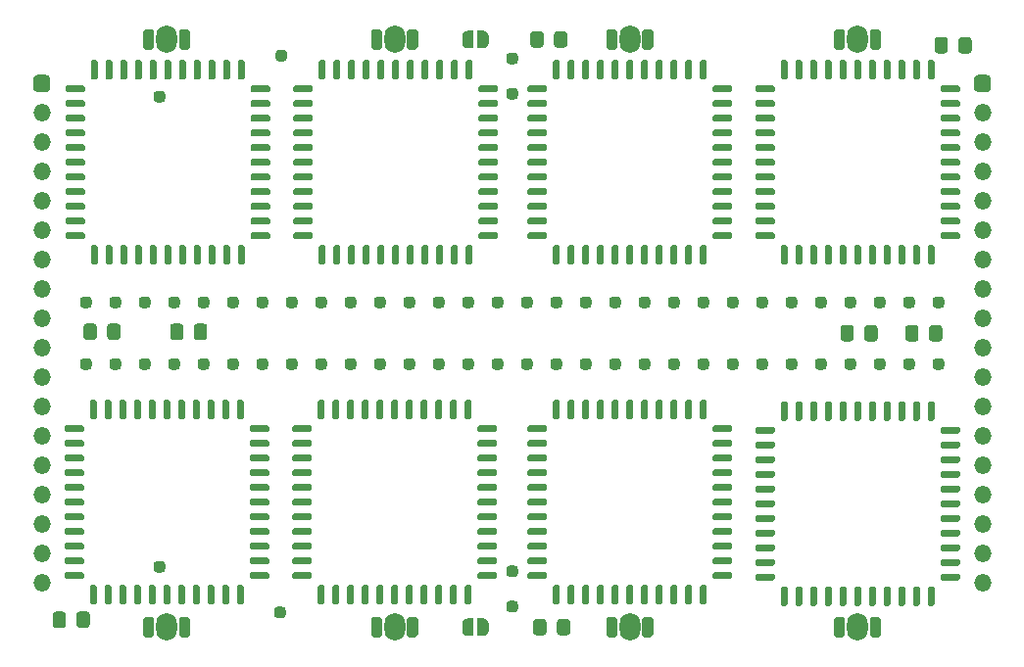
<source format=gbr>
%TF.GenerationSoftware,KiCad,Pcbnew,(5.1.9-0-10_14)*%
%TF.CreationDate,2021-04-15T22:22:18+08:00*%
%TF.ProjectId,MTMatrixRoundedAgain,4d544d61-7472-4697-9852-6f756e646564,rev?*%
%TF.SameCoordinates,Original*%
%TF.FileFunction,Soldermask,Bot*%
%TF.FilePolarity,Negative*%
%FSLAX46Y46*%
G04 Gerber Fmt 4.6, Leading zero omitted, Abs format (unit mm)*
G04 Created by KiCad (PCBNEW (5.1.9-0-10_14)) date 2021-04-15 22:22:18*
%MOMM*%
%LPD*%
G01*
G04 APERTURE LIST*
%ADD10O,1.500000X1.500000*%
%ADD11C,0.100000*%
%ADD12O,1.800000X2.400000*%
G04 APERTURE END LIST*
D10*
%TO.C,J2*%
X149778059Y-93513959D03*
X149778059Y-90973959D03*
X149778059Y-88433959D03*
X149778059Y-85893959D03*
X149778059Y-83353959D03*
X149778059Y-80813959D03*
X149778059Y-78273959D03*
X149778059Y-75733959D03*
X149778059Y-73193959D03*
X149778059Y-70653959D03*
X149778059Y-68113959D03*
X149778059Y-65573959D03*
X149778059Y-63033959D03*
X149778059Y-60493959D03*
X149778059Y-57953959D03*
X149778059Y-55413959D03*
X149778059Y-52873959D03*
G36*
G01*
X149028059Y-50708959D02*
X149028059Y-49958959D01*
G75*
G02*
X149403059Y-49583959I375000J0D01*
G01*
X150153059Y-49583959D01*
G75*
G02*
X150528059Y-49958959I0J-375000D01*
G01*
X150528059Y-50708959D01*
G75*
G02*
X150153059Y-51083959I-375000J0D01*
G01*
X149403059Y-51083959D01*
G75*
G02*
X149028059Y-50708959I0J375000D01*
G01*
G37*
%TD*%
%TO.C,J1*%
G36*
G01*
X67748059Y-50708959D02*
X67748059Y-49958959D01*
G75*
G02*
X68123059Y-49583959I375000J0D01*
G01*
X68873059Y-49583959D01*
G75*
G02*
X69248059Y-49958959I0J-375000D01*
G01*
X69248059Y-50708959D01*
G75*
G02*
X68873059Y-51083959I-375000J0D01*
G01*
X68123059Y-51083959D01*
G75*
G02*
X67748059Y-50708959I0J375000D01*
G01*
G37*
X68498059Y-52873959D03*
X68498059Y-55413959D03*
X68498059Y-57953959D03*
X68498059Y-60493959D03*
X68498059Y-63033959D03*
X68498059Y-65573959D03*
X68498059Y-68113959D03*
X68498059Y-70653959D03*
X68498059Y-73193959D03*
X68498059Y-75733959D03*
X68498059Y-78273959D03*
X68498059Y-80813959D03*
X68498059Y-83353959D03*
X68498059Y-85893959D03*
X68498059Y-88433959D03*
X68498059Y-90973959D03*
X68498059Y-93513959D03*
%TD*%
%TO.C,J3*%
G36*
G01*
X145468059Y-69456959D02*
X145468059Y-69056959D01*
G75*
G02*
X145768059Y-68756959I300000J0D01*
G01*
X146168059Y-68756959D01*
G75*
G02*
X146468059Y-69056959I0J-300000D01*
G01*
X146468059Y-69456959D01*
G75*
G02*
X146168059Y-69756959I-300000J0D01*
G01*
X145768059Y-69756959D01*
G75*
G02*
X145468059Y-69456959I0J300000D01*
G01*
G37*
G36*
G01*
X142928059Y-69456959D02*
X142928059Y-69056959D01*
G75*
G02*
X143228059Y-68756959I300000J0D01*
G01*
X143628059Y-68756959D01*
G75*
G02*
X143928059Y-69056959I0J-300000D01*
G01*
X143928059Y-69456959D01*
G75*
G02*
X143628059Y-69756959I-300000J0D01*
G01*
X143228059Y-69756959D01*
G75*
G02*
X142928059Y-69456959I0J300000D01*
G01*
G37*
G36*
G01*
X140388059Y-69456959D02*
X140388059Y-69056959D01*
G75*
G02*
X140688059Y-68756959I300000J0D01*
G01*
X141088059Y-68756959D01*
G75*
G02*
X141388059Y-69056959I0J-300000D01*
G01*
X141388059Y-69456959D01*
G75*
G02*
X141088059Y-69756959I-300000J0D01*
G01*
X140688059Y-69756959D01*
G75*
G02*
X140388059Y-69456959I0J300000D01*
G01*
G37*
G36*
G01*
X137848059Y-69456959D02*
X137848059Y-69056959D01*
G75*
G02*
X138148059Y-68756959I300000J0D01*
G01*
X138548059Y-68756959D01*
G75*
G02*
X138848059Y-69056959I0J-300000D01*
G01*
X138848059Y-69456959D01*
G75*
G02*
X138548059Y-69756959I-300000J0D01*
G01*
X138148059Y-69756959D01*
G75*
G02*
X137848059Y-69456959I0J300000D01*
G01*
G37*
G36*
G01*
X135308059Y-69456959D02*
X135308059Y-69056959D01*
G75*
G02*
X135608059Y-68756959I300000J0D01*
G01*
X136008059Y-68756959D01*
G75*
G02*
X136308059Y-69056959I0J-300000D01*
G01*
X136308059Y-69456959D01*
G75*
G02*
X136008059Y-69756959I-300000J0D01*
G01*
X135608059Y-69756959D01*
G75*
G02*
X135308059Y-69456959I0J300000D01*
G01*
G37*
G36*
G01*
X132768059Y-69456959D02*
X132768059Y-69056959D01*
G75*
G02*
X133068059Y-68756959I300000J0D01*
G01*
X133468059Y-68756959D01*
G75*
G02*
X133768059Y-69056959I0J-300000D01*
G01*
X133768059Y-69456959D01*
G75*
G02*
X133468059Y-69756959I-300000J0D01*
G01*
X133068059Y-69756959D01*
G75*
G02*
X132768059Y-69456959I0J300000D01*
G01*
G37*
G36*
G01*
X130228059Y-69456959D02*
X130228059Y-69056959D01*
G75*
G02*
X130528059Y-68756959I300000J0D01*
G01*
X130928059Y-68756959D01*
G75*
G02*
X131228059Y-69056959I0J-300000D01*
G01*
X131228059Y-69456959D01*
G75*
G02*
X130928059Y-69756959I-300000J0D01*
G01*
X130528059Y-69756959D01*
G75*
G02*
X130228059Y-69456959I0J300000D01*
G01*
G37*
G36*
G01*
X127688059Y-69456959D02*
X127688059Y-69056959D01*
G75*
G02*
X127988059Y-68756959I300000J0D01*
G01*
X128388059Y-68756959D01*
G75*
G02*
X128688059Y-69056959I0J-300000D01*
G01*
X128688059Y-69456959D01*
G75*
G02*
X128388059Y-69756959I-300000J0D01*
G01*
X127988059Y-69756959D01*
G75*
G02*
X127688059Y-69456959I0J300000D01*
G01*
G37*
G36*
G01*
X125148059Y-69456959D02*
X125148059Y-69056959D01*
G75*
G02*
X125448059Y-68756959I300000J0D01*
G01*
X125848059Y-68756959D01*
G75*
G02*
X126148059Y-69056959I0J-300000D01*
G01*
X126148059Y-69456959D01*
G75*
G02*
X125848059Y-69756959I-300000J0D01*
G01*
X125448059Y-69756959D01*
G75*
G02*
X125148059Y-69456959I0J300000D01*
G01*
G37*
G36*
G01*
X122608059Y-69456959D02*
X122608059Y-69056959D01*
G75*
G02*
X122908059Y-68756959I300000J0D01*
G01*
X123308059Y-68756959D01*
G75*
G02*
X123608059Y-69056959I0J-300000D01*
G01*
X123608059Y-69456959D01*
G75*
G02*
X123308059Y-69756959I-300000J0D01*
G01*
X122908059Y-69756959D01*
G75*
G02*
X122608059Y-69456959I0J300000D01*
G01*
G37*
G36*
G01*
X120068059Y-69456959D02*
X120068059Y-69056959D01*
G75*
G02*
X120368059Y-68756959I300000J0D01*
G01*
X120768059Y-68756959D01*
G75*
G02*
X121068059Y-69056959I0J-300000D01*
G01*
X121068059Y-69456959D01*
G75*
G02*
X120768059Y-69756959I-300000J0D01*
G01*
X120368059Y-69756959D01*
G75*
G02*
X120068059Y-69456959I0J300000D01*
G01*
G37*
G36*
G01*
X117528059Y-69456959D02*
X117528059Y-69056959D01*
G75*
G02*
X117828059Y-68756959I300000J0D01*
G01*
X118228059Y-68756959D01*
G75*
G02*
X118528059Y-69056959I0J-300000D01*
G01*
X118528059Y-69456959D01*
G75*
G02*
X118228059Y-69756959I-300000J0D01*
G01*
X117828059Y-69756959D01*
G75*
G02*
X117528059Y-69456959I0J300000D01*
G01*
G37*
G36*
G01*
X114988059Y-69456959D02*
X114988059Y-69056959D01*
G75*
G02*
X115288059Y-68756959I300000J0D01*
G01*
X115688059Y-68756959D01*
G75*
G02*
X115988059Y-69056959I0J-300000D01*
G01*
X115988059Y-69456959D01*
G75*
G02*
X115688059Y-69756959I-300000J0D01*
G01*
X115288059Y-69756959D01*
G75*
G02*
X114988059Y-69456959I0J300000D01*
G01*
G37*
G36*
G01*
X112448059Y-69456959D02*
X112448059Y-69056959D01*
G75*
G02*
X112748059Y-68756959I300000J0D01*
G01*
X113148059Y-68756959D01*
G75*
G02*
X113448059Y-69056959I0J-300000D01*
G01*
X113448059Y-69456959D01*
G75*
G02*
X113148059Y-69756959I-300000J0D01*
G01*
X112748059Y-69756959D01*
G75*
G02*
X112448059Y-69456959I0J300000D01*
G01*
G37*
G36*
G01*
X109908059Y-69456959D02*
X109908059Y-69056959D01*
G75*
G02*
X110208059Y-68756959I300000J0D01*
G01*
X110608059Y-68756959D01*
G75*
G02*
X110908059Y-69056959I0J-300000D01*
G01*
X110908059Y-69456959D01*
G75*
G02*
X110608059Y-69756959I-300000J0D01*
G01*
X110208059Y-69756959D01*
G75*
G02*
X109908059Y-69456959I0J300000D01*
G01*
G37*
G36*
G01*
X107368059Y-69456959D02*
X107368059Y-69056959D01*
G75*
G02*
X107668059Y-68756959I300000J0D01*
G01*
X108068059Y-68756959D01*
G75*
G02*
X108368059Y-69056959I0J-300000D01*
G01*
X108368059Y-69456959D01*
G75*
G02*
X108068059Y-69756959I-300000J0D01*
G01*
X107668059Y-69756959D01*
G75*
G02*
X107368059Y-69456959I0J300000D01*
G01*
G37*
G36*
G01*
X104828059Y-69456959D02*
X104828059Y-69056959D01*
G75*
G02*
X105128059Y-68756959I300000J0D01*
G01*
X105528059Y-68756959D01*
G75*
G02*
X105828059Y-69056959I0J-300000D01*
G01*
X105828059Y-69456959D01*
G75*
G02*
X105528059Y-69756959I-300000J0D01*
G01*
X105128059Y-69756959D01*
G75*
G02*
X104828059Y-69456959I0J300000D01*
G01*
G37*
G36*
G01*
X102288059Y-69456959D02*
X102288059Y-69056959D01*
G75*
G02*
X102588059Y-68756959I300000J0D01*
G01*
X102988059Y-68756959D01*
G75*
G02*
X103288059Y-69056959I0J-300000D01*
G01*
X103288059Y-69456959D01*
G75*
G02*
X102988059Y-69756959I-300000J0D01*
G01*
X102588059Y-69756959D01*
G75*
G02*
X102288059Y-69456959I0J300000D01*
G01*
G37*
G36*
G01*
X99748059Y-69456959D02*
X99748059Y-69056959D01*
G75*
G02*
X100048059Y-68756959I300000J0D01*
G01*
X100448059Y-68756959D01*
G75*
G02*
X100748059Y-69056959I0J-300000D01*
G01*
X100748059Y-69456959D01*
G75*
G02*
X100448059Y-69756959I-300000J0D01*
G01*
X100048059Y-69756959D01*
G75*
G02*
X99748059Y-69456959I0J300000D01*
G01*
G37*
G36*
G01*
X97208059Y-69456959D02*
X97208059Y-69056959D01*
G75*
G02*
X97508059Y-68756959I300000J0D01*
G01*
X97908059Y-68756959D01*
G75*
G02*
X98208059Y-69056959I0J-300000D01*
G01*
X98208059Y-69456959D01*
G75*
G02*
X97908059Y-69756959I-300000J0D01*
G01*
X97508059Y-69756959D01*
G75*
G02*
X97208059Y-69456959I0J300000D01*
G01*
G37*
G36*
G01*
X94668059Y-69456959D02*
X94668059Y-69056959D01*
G75*
G02*
X94968059Y-68756959I300000J0D01*
G01*
X95368059Y-68756959D01*
G75*
G02*
X95668059Y-69056959I0J-300000D01*
G01*
X95668059Y-69456959D01*
G75*
G02*
X95368059Y-69756959I-300000J0D01*
G01*
X94968059Y-69756959D01*
G75*
G02*
X94668059Y-69456959I0J300000D01*
G01*
G37*
G36*
G01*
X92128059Y-69456959D02*
X92128059Y-69056959D01*
G75*
G02*
X92428059Y-68756959I300000J0D01*
G01*
X92828059Y-68756959D01*
G75*
G02*
X93128059Y-69056959I0J-300000D01*
G01*
X93128059Y-69456959D01*
G75*
G02*
X92828059Y-69756959I-300000J0D01*
G01*
X92428059Y-69756959D01*
G75*
G02*
X92128059Y-69456959I0J300000D01*
G01*
G37*
G36*
G01*
X89588059Y-69456959D02*
X89588059Y-69056959D01*
G75*
G02*
X89888059Y-68756959I300000J0D01*
G01*
X90288059Y-68756959D01*
G75*
G02*
X90588059Y-69056959I0J-300000D01*
G01*
X90588059Y-69456959D01*
G75*
G02*
X90288059Y-69756959I-300000J0D01*
G01*
X89888059Y-69756959D01*
G75*
G02*
X89588059Y-69456959I0J300000D01*
G01*
G37*
G36*
G01*
X87048059Y-69456959D02*
X87048059Y-69056959D01*
G75*
G02*
X87348059Y-68756959I300000J0D01*
G01*
X87748059Y-68756959D01*
G75*
G02*
X88048059Y-69056959I0J-300000D01*
G01*
X88048059Y-69456959D01*
G75*
G02*
X87748059Y-69756959I-300000J0D01*
G01*
X87348059Y-69756959D01*
G75*
G02*
X87048059Y-69456959I0J300000D01*
G01*
G37*
G36*
G01*
X84508059Y-69456959D02*
X84508059Y-69056959D01*
G75*
G02*
X84808059Y-68756959I300000J0D01*
G01*
X85208059Y-68756959D01*
G75*
G02*
X85508059Y-69056959I0J-300000D01*
G01*
X85508059Y-69456959D01*
G75*
G02*
X85208059Y-69756959I-300000J0D01*
G01*
X84808059Y-69756959D01*
G75*
G02*
X84508059Y-69456959I0J300000D01*
G01*
G37*
G36*
G01*
X81968059Y-69456959D02*
X81968059Y-69056959D01*
G75*
G02*
X82268059Y-68756959I300000J0D01*
G01*
X82668059Y-68756959D01*
G75*
G02*
X82968059Y-69056959I0J-300000D01*
G01*
X82968059Y-69456959D01*
G75*
G02*
X82668059Y-69756959I-300000J0D01*
G01*
X82268059Y-69756959D01*
G75*
G02*
X81968059Y-69456959I0J300000D01*
G01*
G37*
G36*
G01*
X79428059Y-69456959D02*
X79428059Y-69056959D01*
G75*
G02*
X79728059Y-68756959I300000J0D01*
G01*
X80128059Y-68756959D01*
G75*
G02*
X80428059Y-69056959I0J-300000D01*
G01*
X80428059Y-69456959D01*
G75*
G02*
X80128059Y-69756959I-300000J0D01*
G01*
X79728059Y-69756959D01*
G75*
G02*
X79428059Y-69456959I0J300000D01*
G01*
G37*
G36*
G01*
X76888059Y-69456959D02*
X76888059Y-69056959D01*
G75*
G02*
X77188059Y-68756959I300000J0D01*
G01*
X77588059Y-68756959D01*
G75*
G02*
X77888059Y-69056959I0J-300000D01*
G01*
X77888059Y-69456959D01*
G75*
G02*
X77588059Y-69756959I-300000J0D01*
G01*
X77188059Y-69756959D01*
G75*
G02*
X76888059Y-69456959I0J300000D01*
G01*
G37*
G36*
G01*
X74348059Y-69456959D02*
X74348059Y-69056959D01*
G75*
G02*
X74648059Y-68756959I300000J0D01*
G01*
X75048059Y-68756959D01*
G75*
G02*
X75348059Y-69056959I0J-300000D01*
G01*
X75348059Y-69456959D01*
G75*
G02*
X75048059Y-69756959I-300000J0D01*
G01*
X74648059Y-69756959D01*
G75*
G02*
X74348059Y-69456959I0J300000D01*
G01*
G37*
G36*
G01*
X71808059Y-69456959D02*
X71808059Y-69056959D01*
G75*
G02*
X72108059Y-68756959I300000J0D01*
G01*
X72508059Y-68756959D01*
G75*
G02*
X72808059Y-69056959I0J-300000D01*
G01*
X72808059Y-69456959D01*
G75*
G02*
X72508059Y-69756959I-300000J0D01*
G01*
X72108059Y-69756959D01*
G75*
G02*
X71808059Y-69456959I0J300000D01*
G01*
G37*
G36*
G01*
X108638059Y-92697959D02*
X108638059Y-92297959D01*
G75*
G02*
X108938059Y-91997959I300000J0D01*
G01*
X109338059Y-91997959D01*
G75*
G02*
X109638059Y-92297959I0J-300000D01*
G01*
X109638059Y-92697959D01*
G75*
G02*
X109338059Y-92997959I-300000J0D01*
G01*
X108938059Y-92997959D01*
G75*
G02*
X108638059Y-92697959I0J300000D01*
G01*
G37*
G36*
G01*
X71808059Y-74790959D02*
X71808059Y-74390959D01*
G75*
G02*
X72108059Y-74090959I300000J0D01*
G01*
X72508059Y-74090959D01*
G75*
G02*
X72808059Y-74390959I0J-300000D01*
G01*
X72808059Y-74790959D01*
G75*
G02*
X72508059Y-75090959I-300000J0D01*
G01*
X72108059Y-75090959D01*
G75*
G02*
X71808059Y-74790959I0J300000D01*
G01*
G37*
G36*
G01*
X74348059Y-74790959D02*
X74348059Y-74390959D01*
G75*
G02*
X74648059Y-74090959I300000J0D01*
G01*
X75048059Y-74090959D01*
G75*
G02*
X75348059Y-74390959I0J-300000D01*
G01*
X75348059Y-74790959D01*
G75*
G02*
X75048059Y-75090959I-300000J0D01*
G01*
X74648059Y-75090959D01*
G75*
G02*
X74348059Y-74790959I0J300000D01*
G01*
G37*
G36*
G01*
X76888059Y-74790959D02*
X76888059Y-74390959D01*
G75*
G02*
X77188059Y-74090959I300000J0D01*
G01*
X77588059Y-74090959D01*
G75*
G02*
X77888059Y-74390959I0J-300000D01*
G01*
X77888059Y-74790959D01*
G75*
G02*
X77588059Y-75090959I-300000J0D01*
G01*
X77188059Y-75090959D01*
G75*
G02*
X76888059Y-74790959I0J300000D01*
G01*
G37*
G36*
G01*
X79428059Y-74790959D02*
X79428059Y-74390959D01*
G75*
G02*
X79728059Y-74090959I300000J0D01*
G01*
X80128059Y-74090959D01*
G75*
G02*
X80428059Y-74390959I0J-300000D01*
G01*
X80428059Y-74790959D01*
G75*
G02*
X80128059Y-75090959I-300000J0D01*
G01*
X79728059Y-75090959D01*
G75*
G02*
X79428059Y-74790959I0J300000D01*
G01*
G37*
G36*
G01*
X81968059Y-74790959D02*
X81968059Y-74390959D01*
G75*
G02*
X82268059Y-74090959I300000J0D01*
G01*
X82668059Y-74090959D01*
G75*
G02*
X82968059Y-74390959I0J-300000D01*
G01*
X82968059Y-74790959D01*
G75*
G02*
X82668059Y-75090959I-300000J0D01*
G01*
X82268059Y-75090959D01*
G75*
G02*
X81968059Y-74790959I0J300000D01*
G01*
G37*
G36*
G01*
X84508059Y-74790959D02*
X84508059Y-74390959D01*
G75*
G02*
X84808059Y-74090959I300000J0D01*
G01*
X85208059Y-74090959D01*
G75*
G02*
X85508059Y-74390959I0J-300000D01*
G01*
X85508059Y-74790959D01*
G75*
G02*
X85208059Y-75090959I-300000J0D01*
G01*
X84808059Y-75090959D01*
G75*
G02*
X84508059Y-74790959I0J300000D01*
G01*
G37*
G36*
G01*
X87048059Y-74790959D02*
X87048059Y-74390959D01*
G75*
G02*
X87348059Y-74090959I300000J0D01*
G01*
X87748059Y-74090959D01*
G75*
G02*
X88048059Y-74390959I0J-300000D01*
G01*
X88048059Y-74790959D01*
G75*
G02*
X87748059Y-75090959I-300000J0D01*
G01*
X87348059Y-75090959D01*
G75*
G02*
X87048059Y-74790959I0J300000D01*
G01*
G37*
G36*
G01*
X89588059Y-74790959D02*
X89588059Y-74390959D01*
G75*
G02*
X89888059Y-74090959I300000J0D01*
G01*
X90288059Y-74090959D01*
G75*
G02*
X90588059Y-74390959I0J-300000D01*
G01*
X90588059Y-74790959D01*
G75*
G02*
X90288059Y-75090959I-300000J0D01*
G01*
X89888059Y-75090959D01*
G75*
G02*
X89588059Y-74790959I0J300000D01*
G01*
G37*
G36*
G01*
X92128059Y-74790959D02*
X92128059Y-74390959D01*
G75*
G02*
X92428059Y-74090959I300000J0D01*
G01*
X92828059Y-74090959D01*
G75*
G02*
X93128059Y-74390959I0J-300000D01*
G01*
X93128059Y-74790959D01*
G75*
G02*
X92828059Y-75090959I-300000J0D01*
G01*
X92428059Y-75090959D01*
G75*
G02*
X92128059Y-74790959I0J300000D01*
G01*
G37*
G36*
G01*
X94668059Y-74790959D02*
X94668059Y-74390959D01*
G75*
G02*
X94968059Y-74090959I300000J0D01*
G01*
X95368059Y-74090959D01*
G75*
G02*
X95668059Y-74390959I0J-300000D01*
G01*
X95668059Y-74790959D01*
G75*
G02*
X95368059Y-75090959I-300000J0D01*
G01*
X94968059Y-75090959D01*
G75*
G02*
X94668059Y-74790959I0J300000D01*
G01*
G37*
G36*
G01*
X97208059Y-74790959D02*
X97208059Y-74390959D01*
G75*
G02*
X97508059Y-74090959I300000J0D01*
G01*
X97908059Y-74090959D01*
G75*
G02*
X98208059Y-74390959I0J-300000D01*
G01*
X98208059Y-74790959D01*
G75*
G02*
X97908059Y-75090959I-300000J0D01*
G01*
X97508059Y-75090959D01*
G75*
G02*
X97208059Y-74790959I0J300000D01*
G01*
G37*
G36*
G01*
X99748059Y-74790959D02*
X99748059Y-74390959D01*
G75*
G02*
X100048059Y-74090959I300000J0D01*
G01*
X100448059Y-74090959D01*
G75*
G02*
X100748059Y-74390959I0J-300000D01*
G01*
X100748059Y-74790959D01*
G75*
G02*
X100448059Y-75090959I-300000J0D01*
G01*
X100048059Y-75090959D01*
G75*
G02*
X99748059Y-74790959I0J300000D01*
G01*
G37*
G36*
G01*
X102288059Y-74790959D02*
X102288059Y-74390959D01*
G75*
G02*
X102588059Y-74090959I300000J0D01*
G01*
X102988059Y-74090959D01*
G75*
G02*
X103288059Y-74390959I0J-300000D01*
G01*
X103288059Y-74790959D01*
G75*
G02*
X102988059Y-75090959I-300000J0D01*
G01*
X102588059Y-75090959D01*
G75*
G02*
X102288059Y-74790959I0J300000D01*
G01*
G37*
G36*
G01*
X104828059Y-74790959D02*
X104828059Y-74390959D01*
G75*
G02*
X105128059Y-74090959I300000J0D01*
G01*
X105528059Y-74090959D01*
G75*
G02*
X105828059Y-74390959I0J-300000D01*
G01*
X105828059Y-74790959D01*
G75*
G02*
X105528059Y-75090959I-300000J0D01*
G01*
X105128059Y-75090959D01*
G75*
G02*
X104828059Y-74790959I0J300000D01*
G01*
G37*
G36*
G01*
X107368059Y-74790959D02*
X107368059Y-74390959D01*
G75*
G02*
X107668059Y-74090959I300000J0D01*
G01*
X108068059Y-74090959D01*
G75*
G02*
X108368059Y-74390959I0J-300000D01*
G01*
X108368059Y-74790959D01*
G75*
G02*
X108068059Y-75090959I-300000J0D01*
G01*
X107668059Y-75090959D01*
G75*
G02*
X107368059Y-74790959I0J300000D01*
G01*
G37*
G36*
G01*
X109908059Y-74790959D02*
X109908059Y-74390959D01*
G75*
G02*
X110208059Y-74090959I300000J0D01*
G01*
X110608059Y-74090959D01*
G75*
G02*
X110908059Y-74390959I0J-300000D01*
G01*
X110908059Y-74790959D01*
G75*
G02*
X110608059Y-75090959I-300000J0D01*
G01*
X110208059Y-75090959D01*
G75*
G02*
X109908059Y-74790959I0J300000D01*
G01*
G37*
G36*
G01*
X112448059Y-74790959D02*
X112448059Y-74390959D01*
G75*
G02*
X112748059Y-74090959I300000J0D01*
G01*
X113148059Y-74090959D01*
G75*
G02*
X113448059Y-74390959I0J-300000D01*
G01*
X113448059Y-74790959D01*
G75*
G02*
X113148059Y-75090959I-300000J0D01*
G01*
X112748059Y-75090959D01*
G75*
G02*
X112448059Y-74790959I0J300000D01*
G01*
G37*
G36*
G01*
X114988059Y-74790959D02*
X114988059Y-74390959D01*
G75*
G02*
X115288059Y-74090959I300000J0D01*
G01*
X115688059Y-74090959D01*
G75*
G02*
X115988059Y-74390959I0J-300000D01*
G01*
X115988059Y-74790959D01*
G75*
G02*
X115688059Y-75090959I-300000J0D01*
G01*
X115288059Y-75090959D01*
G75*
G02*
X114988059Y-74790959I0J300000D01*
G01*
G37*
G36*
G01*
X117528059Y-74790959D02*
X117528059Y-74390959D01*
G75*
G02*
X117828059Y-74090959I300000J0D01*
G01*
X118228059Y-74090959D01*
G75*
G02*
X118528059Y-74390959I0J-300000D01*
G01*
X118528059Y-74790959D01*
G75*
G02*
X118228059Y-75090959I-300000J0D01*
G01*
X117828059Y-75090959D01*
G75*
G02*
X117528059Y-74790959I0J300000D01*
G01*
G37*
G36*
G01*
X120068059Y-74790959D02*
X120068059Y-74390959D01*
G75*
G02*
X120368059Y-74090959I300000J0D01*
G01*
X120768059Y-74090959D01*
G75*
G02*
X121068059Y-74390959I0J-300000D01*
G01*
X121068059Y-74790959D01*
G75*
G02*
X120768059Y-75090959I-300000J0D01*
G01*
X120368059Y-75090959D01*
G75*
G02*
X120068059Y-74790959I0J300000D01*
G01*
G37*
G36*
G01*
X122608059Y-74790959D02*
X122608059Y-74390959D01*
G75*
G02*
X122908059Y-74090959I300000J0D01*
G01*
X123308059Y-74090959D01*
G75*
G02*
X123608059Y-74390959I0J-300000D01*
G01*
X123608059Y-74790959D01*
G75*
G02*
X123308059Y-75090959I-300000J0D01*
G01*
X122908059Y-75090959D01*
G75*
G02*
X122608059Y-74790959I0J300000D01*
G01*
G37*
G36*
G01*
X125148059Y-74790959D02*
X125148059Y-74390959D01*
G75*
G02*
X125448059Y-74090959I300000J0D01*
G01*
X125848059Y-74090959D01*
G75*
G02*
X126148059Y-74390959I0J-300000D01*
G01*
X126148059Y-74790959D01*
G75*
G02*
X125848059Y-75090959I-300000J0D01*
G01*
X125448059Y-75090959D01*
G75*
G02*
X125148059Y-74790959I0J300000D01*
G01*
G37*
G36*
G01*
X127688059Y-74790959D02*
X127688059Y-74390959D01*
G75*
G02*
X127988059Y-74090959I300000J0D01*
G01*
X128388059Y-74090959D01*
G75*
G02*
X128688059Y-74390959I0J-300000D01*
G01*
X128688059Y-74790959D01*
G75*
G02*
X128388059Y-75090959I-300000J0D01*
G01*
X127988059Y-75090959D01*
G75*
G02*
X127688059Y-74790959I0J300000D01*
G01*
G37*
G36*
G01*
X130228059Y-74790959D02*
X130228059Y-74390959D01*
G75*
G02*
X130528059Y-74090959I300000J0D01*
G01*
X130928059Y-74090959D01*
G75*
G02*
X131228059Y-74390959I0J-300000D01*
G01*
X131228059Y-74790959D01*
G75*
G02*
X130928059Y-75090959I-300000J0D01*
G01*
X130528059Y-75090959D01*
G75*
G02*
X130228059Y-74790959I0J300000D01*
G01*
G37*
G36*
G01*
X132768059Y-74790959D02*
X132768059Y-74390959D01*
G75*
G02*
X133068059Y-74090959I300000J0D01*
G01*
X133468059Y-74090959D01*
G75*
G02*
X133768059Y-74390959I0J-300000D01*
G01*
X133768059Y-74790959D01*
G75*
G02*
X133468059Y-75090959I-300000J0D01*
G01*
X133068059Y-75090959D01*
G75*
G02*
X132768059Y-74790959I0J300000D01*
G01*
G37*
G36*
G01*
X135308059Y-74790959D02*
X135308059Y-74390959D01*
G75*
G02*
X135608059Y-74090959I300000J0D01*
G01*
X136008059Y-74090959D01*
G75*
G02*
X136308059Y-74390959I0J-300000D01*
G01*
X136308059Y-74790959D01*
G75*
G02*
X136008059Y-75090959I-300000J0D01*
G01*
X135608059Y-75090959D01*
G75*
G02*
X135308059Y-74790959I0J300000D01*
G01*
G37*
G36*
G01*
X137848059Y-74790959D02*
X137848059Y-74390959D01*
G75*
G02*
X138148059Y-74090959I300000J0D01*
G01*
X138548059Y-74090959D01*
G75*
G02*
X138848059Y-74390959I0J-300000D01*
G01*
X138848059Y-74790959D01*
G75*
G02*
X138548059Y-75090959I-300000J0D01*
G01*
X138148059Y-75090959D01*
G75*
G02*
X137848059Y-74790959I0J300000D01*
G01*
G37*
G36*
G01*
X140388059Y-74790959D02*
X140388059Y-74390959D01*
G75*
G02*
X140688059Y-74090959I300000J0D01*
G01*
X141088059Y-74090959D01*
G75*
G02*
X141388059Y-74390959I0J-300000D01*
G01*
X141388059Y-74790959D01*
G75*
G02*
X141088059Y-75090959I-300000J0D01*
G01*
X140688059Y-75090959D01*
G75*
G02*
X140388059Y-74790959I0J300000D01*
G01*
G37*
G36*
G01*
X142928059Y-74790959D02*
X142928059Y-74390959D01*
G75*
G02*
X143228059Y-74090959I300000J0D01*
G01*
X143628059Y-74090959D01*
G75*
G02*
X143928059Y-74390959I0J-300000D01*
G01*
X143928059Y-74790959D01*
G75*
G02*
X143628059Y-75090959I-300000J0D01*
G01*
X143228059Y-75090959D01*
G75*
G02*
X142928059Y-74790959I0J300000D01*
G01*
G37*
G36*
G01*
X145468059Y-74790959D02*
X145468059Y-74390959D01*
G75*
G02*
X145768059Y-74090959I300000J0D01*
G01*
X146168059Y-74090959D01*
G75*
G02*
X146468059Y-74390959I0J-300000D01*
G01*
X146468059Y-74790959D01*
G75*
G02*
X146168059Y-75090959I-300000J0D01*
G01*
X145768059Y-75090959D01*
G75*
G02*
X145468059Y-74790959I0J300000D01*
G01*
G37*
G36*
G01*
X88572059Y-96253959D02*
X88572059Y-95853959D01*
G75*
G02*
X88872059Y-95553959I300000J0D01*
G01*
X89272059Y-95553959D01*
G75*
G02*
X89572059Y-95853959I0J-300000D01*
G01*
X89572059Y-96253959D01*
G75*
G02*
X89272059Y-96553959I-300000J0D01*
G01*
X88872059Y-96553959D01*
G75*
G02*
X88572059Y-96253959I0J300000D01*
G01*
G37*
G36*
G01*
X78158059Y-92316959D02*
X78158059Y-91916959D01*
G75*
G02*
X78458059Y-91616959I300000J0D01*
G01*
X78858059Y-91616959D01*
G75*
G02*
X79158059Y-91916959I0J-300000D01*
G01*
X79158059Y-92316959D01*
G75*
G02*
X78858059Y-92616959I-300000J0D01*
G01*
X78458059Y-92616959D01*
G75*
G02*
X78158059Y-92316959I0J300000D01*
G01*
G37*
G36*
G01*
X108638059Y-95745959D02*
X108638059Y-95345959D01*
G75*
G02*
X108938059Y-95045959I300000J0D01*
G01*
X109338059Y-95045959D01*
G75*
G02*
X109638059Y-95345959I0J-300000D01*
G01*
X109638059Y-95745959D01*
G75*
G02*
X109338059Y-96045959I-300000J0D01*
G01*
X108938059Y-96045959D01*
G75*
G02*
X108638059Y-95745959I0J300000D01*
G01*
G37*
G36*
G01*
X108638059Y-48374959D02*
X108638059Y-47974959D01*
G75*
G02*
X108938059Y-47674959I300000J0D01*
G01*
X109338059Y-47674959D01*
G75*
G02*
X109638059Y-47974959I0J-300000D01*
G01*
X109638059Y-48374959D01*
G75*
G02*
X109338059Y-48674959I-300000J0D01*
G01*
X108938059Y-48674959D01*
G75*
G02*
X108638059Y-48374959I0J300000D01*
G01*
G37*
G36*
G01*
X108638059Y-51422959D02*
X108638059Y-51022959D01*
G75*
G02*
X108938059Y-50722959I300000J0D01*
G01*
X109338059Y-50722959D01*
G75*
G02*
X109638059Y-51022959I0J-300000D01*
G01*
X109638059Y-51422959D01*
G75*
G02*
X109338059Y-51722959I-300000J0D01*
G01*
X108938059Y-51722959D01*
G75*
G02*
X108638059Y-51422959I0J300000D01*
G01*
G37*
G36*
G01*
X88699059Y-48120959D02*
X88699059Y-47720959D01*
G75*
G02*
X88999059Y-47420959I300000J0D01*
G01*
X89399059Y-47420959D01*
G75*
G02*
X89699059Y-47720959I0J-300000D01*
G01*
X89699059Y-48120959D01*
G75*
G02*
X89399059Y-48420959I-300000J0D01*
G01*
X88999059Y-48420959D01*
G75*
G02*
X88699059Y-48120959I0J300000D01*
G01*
G37*
G36*
G01*
X78158059Y-51676959D02*
X78158059Y-51276959D01*
G75*
G02*
X78458059Y-50976959I300000J0D01*
G01*
X78858059Y-50976959D01*
G75*
G02*
X79158059Y-51276959I0J-300000D01*
G01*
X79158059Y-51676959D01*
G75*
G02*
X78858059Y-51976959I-300000J0D01*
G01*
X78458059Y-51976959D01*
G75*
G02*
X78158059Y-51676959I0J300000D01*
G01*
G37*
%TD*%
%TO.C,R2*%
G36*
G01*
X71488059Y-97138960D02*
X71488059Y-96238958D01*
G75*
G02*
X71738058Y-95988959I249999J0D01*
G01*
X72388060Y-95988959D01*
G75*
G02*
X72638059Y-96238958I0J-249999D01*
G01*
X72638059Y-97138960D01*
G75*
G02*
X72388060Y-97388959I-249999J0D01*
G01*
X71738058Y-97388959D01*
G75*
G02*
X71488059Y-97138960I0J249999D01*
G01*
G37*
G36*
G01*
X69438059Y-97138960D02*
X69438059Y-96238958D01*
G75*
G02*
X69688058Y-95988959I249999J0D01*
G01*
X70338060Y-95988959D01*
G75*
G02*
X70588059Y-96238958I0J-249999D01*
G01*
X70588059Y-97138960D01*
G75*
G02*
X70338060Y-97388959I-249999J0D01*
G01*
X69688058Y-97388959D01*
G75*
G02*
X69438059Y-97138960I0J249999D01*
G01*
G37*
%TD*%
%TO.C,R1*%
G36*
G01*
X146788059Y-46581958D02*
X146788059Y-47481960D01*
G75*
G02*
X146538060Y-47731959I-249999J0D01*
G01*
X145888058Y-47731959D01*
G75*
G02*
X145638059Y-47481960I0J249999D01*
G01*
X145638059Y-46581958D01*
G75*
G02*
X145888058Y-46331959I249999J0D01*
G01*
X146538060Y-46331959D01*
G75*
G02*
X146788059Y-46581958I0J-249999D01*
G01*
G37*
G36*
G01*
X148838059Y-46581958D02*
X148838059Y-47481960D01*
G75*
G02*
X148588060Y-47731959I-249999J0D01*
G01*
X147938058Y-47731959D01*
G75*
G02*
X147688059Y-47481960I0J249999D01*
G01*
X147688059Y-46581958D01*
G75*
G02*
X147938058Y-46331959I249999J0D01*
G01*
X148588060Y-46331959D01*
G75*
G02*
X148838059Y-46581958I0J-249999D01*
G01*
G37*
%TD*%
D11*
%TO.C,bypass         caps*%
G36*
X106113059Y-96573959D02*
G01*
X106613059Y-96573959D01*
X106613059Y-96574561D01*
X106637593Y-96574561D01*
X106686424Y-96579371D01*
X106734549Y-96588943D01*
X106781504Y-96603187D01*
X106826837Y-96621964D01*
X106870110Y-96645095D01*
X106910909Y-96672355D01*
X106948838Y-96703483D01*
X106983535Y-96738180D01*
X107014663Y-96776109D01*
X107041923Y-96816908D01*
X107065054Y-96860181D01*
X107083831Y-96905514D01*
X107098075Y-96952469D01*
X107107647Y-97000594D01*
X107112457Y-97049425D01*
X107112457Y-97073959D01*
X107113059Y-97073959D01*
X107113059Y-97573959D01*
X107112457Y-97573959D01*
X107112457Y-97598493D01*
X107107647Y-97647324D01*
X107098075Y-97695449D01*
X107083831Y-97742404D01*
X107065054Y-97787737D01*
X107041923Y-97831010D01*
X107014663Y-97871809D01*
X106983535Y-97909738D01*
X106948838Y-97944435D01*
X106910909Y-97975563D01*
X106870110Y-98002823D01*
X106826837Y-98025954D01*
X106781504Y-98044731D01*
X106734549Y-98058975D01*
X106686424Y-98068547D01*
X106637593Y-98073357D01*
X106613059Y-98073357D01*
X106613059Y-98073959D01*
X106113059Y-98073959D01*
X106113059Y-96573959D01*
G37*
G36*
X105313059Y-98073357D02*
G01*
X105288525Y-98073357D01*
X105239694Y-98068547D01*
X105191569Y-98058975D01*
X105144614Y-98044731D01*
X105099281Y-98025954D01*
X105056008Y-98002823D01*
X105015209Y-97975563D01*
X104977280Y-97944435D01*
X104942583Y-97909738D01*
X104911455Y-97871809D01*
X104884195Y-97831010D01*
X104861064Y-97787737D01*
X104842287Y-97742404D01*
X104828043Y-97695449D01*
X104818471Y-97647324D01*
X104813661Y-97598493D01*
X104813661Y-97573959D01*
X104813059Y-97573959D01*
X104813059Y-97073959D01*
X104813661Y-97073959D01*
X104813661Y-97049425D01*
X104818471Y-97000594D01*
X104828043Y-96952469D01*
X104842287Y-96905514D01*
X104861064Y-96860181D01*
X104884195Y-96816908D01*
X104911455Y-96776109D01*
X104942583Y-96738180D01*
X104977280Y-96703483D01*
X105015209Y-96672355D01*
X105056008Y-96645095D01*
X105099281Y-96621964D01*
X105144614Y-96603187D01*
X105191569Y-96588943D01*
X105239694Y-96579371D01*
X105288525Y-96574561D01*
X105313059Y-96574561D01*
X105313059Y-96573959D01*
X105813059Y-96573959D01*
X105813059Y-98073959D01*
X105313059Y-98073959D01*
X105313059Y-98073357D01*
G37*
%TD*%
%TO.C,bypass        caps*%
G36*
X106113059Y-45773959D02*
G01*
X106613059Y-45773959D01*
X106613059Y-45774561D01*
X106637593Y-45774561D01*
X106686424Y-45779371D01*
X106734549Y-45788943D01*
X106781504Y-45803187D01*
X106826837Y-45821964D01*
X106870110Y-45845095D01*
X106910909Y-45872355D01*
X106948838Y-45903483D01*
X106983535Y-45938180D01*
X107014663Y-45976109D01*
X107041923Y-46016908D01*
X107065054Y-46060181D01*
X107083831Y-46105514D01*
X107098075Y-46152469D01*
X107107647Y-46200594D01*
X107112457Y-46249425D01*
X107112457Y-46273959D01*
X107113059Y-46273959D01*
X107113059Y-46773959D01*
X107112457Y-46773959D01*
X107112457Y-46798493D01*
X107107647Y-46847324D01*
X107098075Y-46895449D01*
X107083831Y-46942404D01*
X107065054Y-46987737D01*
X107041923Y-47031010D01*
X107014663Y-47071809D01*
X106983535Y-47109738D01*
X106948838Y-47144435D01*
X106910909Y-47175563D01*
X106870110Y-47202823D01*
X106826837Y-47225954D01*
X106781504Y-47244731D01*
X106734549Y-47258975D01*
X106686424Y-47268547D01*
X106637593Y-47273357D01*
X106613059Y-47273357D01*
X106613059Y-47273959D01*
X106113059Y-47273959D01*
X106113059Y-45773959D01*
G37*
G36*
X105313059Y-47273357D02*
G01*
X105288525Y-47273357D01*
X105239694Y-47268547D01*
X105191569Y-47258975D01*
X105144614Y-47244731D01*
X105099281Y-47225954D01*
X105056008Y-47202823D01*
X105015209Y-47175563D01*
X104977280Y-47144435D01*
X104942583Y-47109738D01*
X104911455Y-47071809D01*
X104884195Y-47031010D01*
X104861064Y-46987737D01*
X104842287Y-46942404D01*
X104828043Y-46895449D01*
X104818471Y-46847324D01*
X104813661Y-46798493D01*
X104813661Y-46773959D01*
X104813059Y-46773959D01*
X104813059Y-46273959D01*
X104813661Y-46273959D01*
X104813661Y-46249425D01*
X104818471Y-46200594D01*
X104828043Y-46152469D01*
X104842287Y-46105514D01*
X104861064Y-46060181D01*
X104884195Y-46016908D01*
X104911455Y-45976109D01*
X104942583Y-45938180D01*
X104977280Y-45903483D01*
X105015209Y-45872355D01*
X105056008Y-45845095D01*
X105099281Y-45821964D01*
X105144614Y-45803187D01*
X105191569Y-45788943D01*
X105239694Y-45779371D01*
X105288525Y-45774561D01*
X105313059Y-45774561D01*
X105313059Y-45773959D01*
X105813059Y-45773959D01*
X105813059Y-47273959D01*
X105313059Y-47273959D01*
X105313059Y-47273357D01*
G37*
%TD*%
%TO.C,H*%
G36*
G01*
X78323059Y-77828959D02*
X78323059Y-79228959D01*
G75*
G02*
X78173059Y-79378959I-150000J0D01*
G01*
X77873059Y-79378959D01*
G75*
G02*
X77723059Y-79228959I0J150000D01*
G01*
X77723059Y-77828959D01*
G75*
G02*
X77873059Y-77678959I150000J0D01*
G01*
X78173059Y-77678959D01*
G75*
G02*
X78323059Y-77828959I0J-150000D01*
G01*
G37*
G36*
G01*
X77053059Y-77828959D02*
X77053059Y-79228959D01*
G75*
G02*
X76903059Y-79378959I-150000J0D01*
G01*
X76603059Y-79378959D01*
G75*
G02*
X76453059Y-79228959I0J150000D01*
G01*
X76453059Y-77828959D01*
G75*
G02*
X76603059Y-77678959I150000J0D01*
G01*
X76903059Y-77678959D01*
G75*
G02*
X77053059Y-77828959I0J-150000D01*
G01*
G37*
G36*
G01*
X75783059Y-77828959D02*
X75783059Y-79228959D01*
G75*
G02*
X75633059Y-79378959I-150000J0D01*
G01*
X75333059Y-79378959D01*
G75*
G02*
X75183059Y-79228959I0J150000D01*
G01*
X75183059Y-77828959D01*
G75*
G02*
X75333059Y-77678959I150000J0D01*
G01*
X75633059Y-77678959D01*
G75*
G02*
X75783059Y-77828959I0J-150000D01*
G01*
G37*
G36*
G01*
X74513059Y-77828959D02*
X74513059Y-79228959D01*
G75*
G02*
X74363059Y-79378959I-150000J0D01*
G01*
X74063059Y-79378959D01*
G75*
G02*
X73913059Y-79228959I0J150000D01*
G01*
X73913059Y-77828959D01*
G75*
G02*
X74063059Y-77678959I150000J0D01*
G01*
X74363059Y-77678959D01*
G75*
G02*
X74513059Y-77828959I0J-150000D01*
G01*
G37*
G36*
G01*
X73243059Y-77828959D02*
X73243059Y-79228959D01*
G75*
G02*
X73093059Y-79378959I-150000J0D01*
G01*
X72793059Y-79378959D01*
G75*
G02*
X72643059Y-79228959I0J150000D01*
G01*
X72643059Y-77828959D01*
G75*
G02*
X72793059Y-77678959I150000J0D01*
G01*
X73093059Y-77678959D01*
G75*
G02*
X73243059Y-77828959I0J-150000D01*
G01*
G37*
G36*
G01*
X72143059Y-80028959D02*
X72143059Y-80328959D01*
G75*
G02*
X71993059Y-80478959I-150000J0D01*
G01*
X70593059Y-80478959D01*
G75*
G02*
X70443059Y-80328959I0J150000D01*
G01*
X70443059Y-80028959D01*
G75*
G02*
X70593059Y-79878959I150000J0D01*
G01*
X71993059Y-79878959D01*
G75*
G02*
X72143059Y-80028959I0J-150000D01*
G01*
G37*
G36*
G01*
X72143059Y-81298959D02*
X72143059Y-81598959D01*
G75*
G02*
X71993059Y-81748959I-150000J0D01*
G01*
X70593059Y-81748959D01*
G75*
G02*
X70443059Y-81598959I0J150000D01*
G01*
X70443059Y-81298959D01*
G75*
G02*
X70593059Y-81148959I150000J0D01*
G01*
X71993059Y-81148959D01*
G75*
G02*
X72143059Y-81298959I0J-150000D01*
G01*
G37*
G36*
G01*
X72143059Y-82568959D02*
X72143059Y-82868959D01*
G75*
G02*
X71993059Y-83018959I-150000J0D01*
G01*
X70593059Y-83018959D01*
G75*
G02*
X70443059Y-82868959I0J150000D01*
G01*
X70443059Y-82568959D01*
G75*
G02*
X70593059Y-82418959I150000J0D01*
G01*
X71993059Y-82418959D01*
G75*
G02*
X72143059Y-82568959I0J-150000D01*
G01*
G37*
G36*
G01*
X72143059Y-83838959D02*
X72143059Y-84138959D01*
G75*
G02*
X71993059Y-84288959I-150000J0D01*
G01*
X70593059Y-84288959D01*
G75*
G02*
X70443059Y-84138959I0J150000D01*
G01*
X70443059Y-83838959D01*
G75*
G02*
X70593059Y-83688959I150000J0D01*
G01*
X71993059Y-83688959D01*
G75*
G02*
X72143059Y-83838959I0J-150000D01*
G01*
G37*
G36*
G01*
X72143059Y-85108959D02*
X72143059Y-85408959D01*
G75*
G02*
X71993059Y-85558959I-150000J0D01*
G01*
X70593059Y-85558959D01*
G75*
G02*
X70443059Y-85408959I0J150000D01*
G01*
X70443059Y-85108959D01*
G75*
G02*
X70593059Y-84958959I150000J0D01*
G01*
X71993059Y-84958959D01*
G75*
G02*
X72143059Y-85108959I0J-150000D01*
G01*
G37*
G36*
G01*
X72143059Y-86378959D02*
X72143059Y-86678959D01*
G75*
G02*
X71993059Y-86828959I-150000J0D01*
G01*
X70593059Y-86828959D01*
G75*
G02*
X70443059Y-86678959I0J150000D01*
G01*
X70443059Y-86378959D01*
G75*
G02*
X70593059Y-86228959I150000J0D01*
G01*
X71993059Y-86228959D01*
G75*
G02*
X72143059Y-86378959I0J-150000D01*
G01*
G37*
G36*
G01*
X72143059Y-87648959D02*
X72143059Y-87948959D01*
G75*
G02*
X71993059Y-88098959I-150000J0D01*
G01*
X70593059Y-88098959D01*
G75*
G02*
X70443059Y-87948959I0J150000D01*
G01*
X70443059Y-87648959D01*
G75*
G02*
X70593059Y-87498959I150000J0D01*
G01*
X71993059Y-87498959D01*
G75*
G02*
X72143059Y-87648959I0J-150000D01*
G01*
G37*
G36*
G01*
X72143059Y-88918959D02*
X72143059Y-89218959D01*
G75*
G02*
X71993059Y-89368959I-150000J0D01*
G01*
X70593059Y-89368959D01*
G75*
G02*
X70443059Y-89218959I0J150000D01*
G01*
X70443059Y-88918959D01*
G75*
G02*
X70593059Y-88768959I150000J0D01*
G01*
X71993059Y-88768959D01*
G75*
G02*
X72143059Y-88918959I0J-150000D01*
G01*
G37*
G36*
G01*
X72143059Y-90188959D02*
X72143059Y-90488959D01*
G75*
G02*
X71993059Y-90638959I-150000J0D01*
G01*
X70593059Y-90638959D01*
G75*
G02*
X70443059Y-90488959I0J150000D01*
G01*
X70443059Y-90188959D01*
G75*
G02*
X70593059Y-90038959I150000J0D01*
G01*
X71993059Y-90038959D01*
G75*
G02*
X72143059Y-90188959I0J-150000D01*
G01*
G37*
G36*
G01*
X72143059Y-91458959D02*
X72143059Y-91758959D01*
G75*
G02*
X71993059Y-91908959I-150000J0D01*
G01*
X70593059Y-91908959D01*
G75*
G02*
X70443059Y-91758959I0J150000D01*
G01*
X70443059Y-91458959D01*
G75*
G02*
X70593059Y-91308959I150000J0D01*
G01*
X71993059Y-91308959D01*
G75*
G02*
X72143059Y-91458959I0J-150000D01*
G01*
G37*
G36*
G01*
X72143059Y-92728959D02*
X72143059Y-93028959D01*
G75*
G02*
X71993059Y-93178959I-150000J0D01*
G01*
X70593059Y-93178959D01*
G75*
G02*
X70443059Y-93028959I0J150000D01*
G01*
X70443059Y-92728959D01*
G75*
G02*
X70593059Y-92578959I150000J0D01*
G01*
X71993059Y-92578959D01*
G75*
G02*
X72143059Y-92728959I0J-150000D01*
G01*
G37*
G36*
G01*
X73243059Y-93828959D02*
X73243059Y-95228959D01*
G75*
G02*
X73093059Y-95378959I-150000J0D01*
G01*
X72793059Y-95378959D01*
G75*
G02*
X72643059Y-95228959I0J150000D01*
G01*
X72643059Y-93828959D01*
G75*
G02*
X72793059Y-93678959I150000J0D01*
G01*
X73093059Y-93678959D01*
G75*
G02*
X73243059Y-93828959I0J-150000D01*
G01*
G37*
G36*
G01*
X74513059Y-93828959D02*
X74513059Y-95228959D01*
G75*
G02*
X74363059Y-95378959I-150000J0D01*
G01*
X74063059Y-95378959D01*
G75*
G02*
X73913059Y-95228959I0J150000D01*
G01*
X73913059Y-93828959D01*
G75*
G02*
X74063059Y-93678959I150000J0D01*
G01*
X74363059Y-93678959D01*
G75*
G02*
X74513059Y-93828959I0J-150000D01*
G01*
G37*
G36*
G01*
X75783059Y-93828959D02*
X75783059Y-95228959D01*
G75*
G02*
X75633059Y-95378959I-150000J0D01*
G01*
X75333059Y-95378959D01*
G75*
G02*
X75183059Y-95228959I0J150000D01*
G01*
X75183059Y-93828959D01*
G75*
G02*
X75333059Y-93678959I150000J0D01*
G01*
X75633059Y-93678959D01*
G75*
G02*
X75783059Y-93828959I0J-150000D01*
G01*
G37*
G36*
G01*
X77053059Y-93828959D02*
X77053059Y-95228959D01*
G75*
G02*
X76903059Y-95378959I-150000J0D01*
G01*
X76603059Y-95378959D01*
G75*
G02*
X76453059Y-95228959I0J150000D01*
G01*
X76453059Y-93828959D01*
G75*
G02*
X76603059Y-93678959I150000J0D01*
G01*
X76903059Y-93678959D01*
G75*
G02*
X77053059Y-93828959I0J-150000D01*
G01*
G37*
G36*
G01*
X78323059Y-93828959D02*
X78323059Y-95228959D01*
G75*
G02*
X78173059Y-95378959I-150000J0D01*
G01*
X77873059Y-95378959D01*
G75*
G02*
X77723059Y-95228959I0J150000D01*
G01*
X77723059Y-93828959D01*
G75*
G02*
X77873059Y-93678959I150000J0D01*
G01*
X78173059Y-93678959D01*
G75*
G02*
X78323059Y-93828959I0J-150000D01*
G01*
G37*
G36*
G01*
X79593059Y-93828959D02*
X79593059Y-95228959D01*
G75*
G02*
X79443059Y-95378959I-150000J0D01*
G01*
X79143059Y-95378959D01*
G75*
G02*
X78993059Y-95228959I0J150000D01*
G01*
X78993059Y-93828959D01*
G75*
G02*
X79143059Y-93678959I150000J0D01*
G01*
X79443059Y-93678959D01*
G75*
G02*
X79593059Y-93828959I0J-150000D01*
G01*
G37*
G36*
G01*
X80863059Y-93828959D02*
X80863059Y-95228959D01*
G75*
G02*
X80713059Y-95378959I-150000J0D01*
G01*
X80413059Y-95378959D01*
G75*
G02*
X80263059Y-95228959I0J150000D01*
G01*
X80263059Y-93828959D01*
G75*
G02*
X80413059Y-93678959I150000J0D01*
G01*
X80713059Y-93678959D01*
G75*
G02*
X80863059Y-93828959I0J-150000D01*
G01*
G37*
G36*
G01*
X82133059Y-93828959D02*
X82133059Y-95228959D01*
G75*
G02*
X81983059Y-95378959I-150000J0D01*
G01*
X81683059Y-95378959D01*
G75*
G02*
X81533059Y-95228959I0J150000D01*
G01*
X81533059Y-93828959D01*
G75*
G02*
X81683059Y-93678959I150000J0D01*
G01*
X81983059Y-93678959D01*
G75*
G02*
X82133059Y-93828959I0J-150000D01*
G01*
G37*
G36*
G01*
X83403059Y-93828959D02*
X83403059Y-95228959D01*
G75*
G02*
X83253059Y-95378959I-150000J0D01*
G01*
X82953059Y-95378959D01*
G75*
G02*
X82803059Y-95228959I0J150000D01*
G01*
X82803059Y-93828959D01*
G75*
G02*
X82953059Y-93678959I150000J0D01*
G01*
X83253059Y-93678959D01*
G75*
G02*
X83403059Y-93828959I0J-150000D01*
G01*
G37*
G36*
G01*
X84673059Y-93828959D02*
X84673059Y-95228959D01*
G75*
G02*
X84523059Y-95378959I-150000J0D01*
G01*
X84223059Y-95378959D01*
G75*
G02*
X84073059Y-95228959I0J150000D01*
G01*
X84073059Y-93828959D01*
G75*
G02*
X84223059Y-93678959I150000J0D01*
G01*
X84523059Y-93678959D01*
G75*
G02*
X84673059Y-93828959I0J-150000D01*
G01*
G37*
G36*
G01*
X85943059Y-93828959D02*
X85943059Y-95228959D01*
G75*
G02*
X85793059Y-95378959I-150000J0D01*
G01*
X85493059Y-95378959D01*
G75*
G02*
X85343059Y-95228959I0J150000D01*
G01*
X85343059Y-93828959D01*
G75*
G02*
X85493059Y-93678959I150000J0D01*
G01*
X85793059Y-93678959D01*
G75*
G02*
X85943059Y-93828959I0J-150000D01*
G01*
G37*
G36*
G01*
X88143059Y-92728959D02*
X88143059Y-93028959D01*
G75*
G02*
X87993059Y-93178959I-150000J0D01*
G01*
X86593059Y-93178959D01*
G75*
G02*
X86443059Y-93028959I0J150000D01*
G01*
X86443059Y-92728959D01*
G75*
G02*
X86593059Y-92578959I150000J0D01*
G01*
X87993059Y-92578959D01*
G75*
G02*
X88143059Y-92728959I0J-150000D01*
G01*
G37*
G36*
G01*
X88143059Y-91458959D02*
X88143059Y-91758959D01*
G75*
G02*
X87993059Y-91908959I-150000J0D01*
G01*
X86593059Y-91908959D01*
G75*
G02*
X86443059Y-91758959I0J150000D01*
G01*
X86443059Y-91458959D01*
G75*
G02*
X86593059Y-91308959I150000J0D01*
G01*
X87993059Y-91308959D01*
G75*
G02*
X88143059Y-91458959I0J-150000D01*
G01*
G37*
G36*
G01*
X88143059Y-90188959D02*
X88143059Y-90488959D01*
G75*
G02*
X87993059Y-90638959I-150000J0D01*
G01*
X86593059Y-90638959D01*
G75*
G02*
X86443059Y-90488959I0J150000D01*
G01*
X86443059Y-90188959D01*
G75*
G02*
X86593059Y-90038959I150000J0D01*
G01*
X87993059Y-90038959D01*
G75*
G02*
X88143059Y-90188959I0J-150000D01*
G01*
G37*
G36*
G01*
X88143059Y-88918959D02*
X88143059Y-89218959D01*
G75*
G02*
X87993059Y-89368959I-150000J0D01*
G01*
X86593059Y-89368959D01*
G75*
G02*
X86443059Y-89218959I0J150000D01*
G01*
X86443059Y-88918959D01*
G75*
G02*
X86593059Y-88768959I150000J0D01*
G01*
X87993059Y-88768959D01*
G75*
G02*
X88143059Y-88918959I0J-150000D01*
G01*
G37*
G36*
G01*
X88143059Y-87648959D02*
X88143059Y-87948959D01*
G75*
G02*
X87993059Y-88098959I-150000J0D01*
G01*
X86593059Y-88098959D01*
G75*
G02*
X86443059Y-87948959I0J150000D01*
G01*
X86443059Y-87648959D01*
G75*
G02*
X86593059Y-87498959I150000J0D01*
G01*
X87993059Y-87498959D01*
G75*
G02*
X88143059Y-87648959I0J-150000D01*
G01*
G37*
G36*
G01*
X88143059Y-86378959D02*
X88143059Y-86678959D01*
G75*
G02*
X87993059Y-86828959I-150000J0D01*
G01*
X86593059Y-86828959D01*
G75*
G02*
X86443059Y-86678959I0J150000D01*
G01*
X86443059Y-86378959D01*
G75*
G02*
X86593059Y-86228959I150000J0D01*
G01*
X87993059Y-86228959D01*
G75*
G02*
X88143059Y-86378959I0J-150000D01*
G01*
G37*
G36*
G01*
X88143059Y-85108959D02*
X88143059Y-85408959D01*
G75*
G02*
X87993059Y-85558959I-150000J0D01*
G01*
X86593059Y-85558959D01*
G75*
G02*
X86443059Y-85408959I0J150000D01*
G01*
X86443059Y-85108959D01*
G75*
G02*
X86593059Y-84958959I150000J0D01*
G01*
X87993059Y-84958959D01*
G75*
G02*
X88143059Y-85108959I0J-150000D01*
G01*
G37*
G36*
G01*
X88143059Y-83838959D02*
X88143059Y-84138959D01*
G75*
G02*
X87993059Y-84288959I-150000J0D01*
G01*
X86593059Y-84288959D01*
G75*
G02*
X86443059Y-84138959I0J150000D01*
G01*
X86443059Y-83838959D01*
G75*
G02*
X86593059Y-83688959I150000J0D01*
G01*
X87993059Y-83688959D01*
G75*
G02*
X88143059Y-83838959I0J-150000D01*
G01*
G37*
G36*
G01*
X88143059Y-82568959D02*
X88143059Y-82868959D01*
G75*
G02*
X87993059Y-83018959I-150000J0D01*
G01*
X86593059Y-83018959D01*
G75*
G02*
X86443059Y-82868959I0J150000D01*
G01*
X86443059Y-82568959D01*
G75*
G02*
X86593059Y-82418959I150000J0D01*
G01*
X87993059Y-82418959D01*
G75*
G02*
X88143059Y-82568959I0J-150000D01*
G01*
G37*
G36*
G01*
X88143059Y-81298959D02*
X88143059Y-81598959D01*
G75*
G02*
X87993059Y-81748959I-150000J0D01*
G01*
X86593059Y-81748959D01*
G75*
G02*
X86443059Y-81598959I0J150000D01*
G01*
X86443059Y-81298959D01*
G75*
G02*
X86593059Y-81148959I150000J0D01*
G01*
X87993059Y-81148959D01*
G75*
G02*
X88143059Y-81298959I0J-150000D01*
G01*
G37*
G36*
G01*
X88143059Y-80028959D02*
X88143059Y-80328959D01*
G75*
G02*
X87993059Y-80478959I-150000J0D01*
G01*
X86593059Y-80478959D01*
G75*
G02*
X86443059Y-80328959I0J150000D01*
G01*
X86443059Y-80028959D01*
G75*
G02*
X86593059Y-79878959I150000J0D01*
G01*
X87993059Y-79878959D01*
G75*
G02*
X88143059Y-80028959I0J-150000D01*
G01*
G37*
G36*
G01*
X85943059Y-77828959D02*
X85943059Y-79228959D01*
G75*
G02*
X85793059Y-79378959I-150000J0D01*
G01*
X85493059Y-79378959D01*
G75*
G02*
X85343059Y-79228959I0J150000D01*
G01*
X85343059Y-77828959D01*
G75*
G02*
X85493059Y-77678959I150000J0D01*
G01*
X85793059Y-77678959D01*
G75*
G02*
X85943059Y-77828959I0J-150000D01*
G01*
G37*
G36*
G01*
X84673059Y-77828959D02*
X84673059Y-79228959D01*
G75*
G02*
X84523059Y-79378959I-150000J0D01*
G01*
X84223059Y-79378959D01*
G75*
G02*
X84073059Y-79228959I0J150000D01*
G01*
X84073059Y-77828959D01*
G75*
G02*
X84223059Y-77678959I150000J0D01*
G01*
X84523059Y-77678959D01*
G75*
G02*
X84673059Y-77828959I0J-150000D01*
G01*
G37*
G36*
G01*
X83403059Y-77828959D02*
X83403059Y-79228959D01*
G75*
G02*
X83253059Y-79378959I-150000J0D01*
G01*
X82953059Y-79378959D01*
G75*
G02*
X82803059Y-79228959I0J150000D01*
G01*
X82803059Y-77828959D01*
G75*
G02*
X82953059Y-77678959I150000J0D01*
G01*
X83253059Y-77678959D01*
G75*
G02*
X83403059Y-77828959I0J-150000D01*
G01*
G37*
G36*
G01*
X82133059Y-77828959D02*
X82133059Y-79228959D01*
G75*
G02*
X81983059Y-79378959I-150000J0D01*
G01*
X81683059Y-79378959D01*
G75*
G02*
X81533059Y-79228959I0J150000D01*
G01*
X81533059Y-77828959D01*
G75*
G02*
X81683059Y-77678959I150000J0D01*
G01*
X81983059Y-77678959D01*
G75*
G02*
X82133059Y-77828959I0J-150000D01*
G01*
G37*
G36*
G01*
X80863059Y-77828959D02*
X80863059Y-79228959D01*
G75*
G02*
X80713059Y-79378959I-150000J0D01*
G01*
X80413059Y-79378959D01*
G75*
G02*
X80263059Y-79228959I0J150000D01*
G01*
X80263059Y-77828959D01*
G75*
G02*
X80413059Y-77678959I150000J0D01*
G01*
X80713059Y-77678959D01*
G75*
G02*
X80863059Y-77828959I0J-150000D01*
G01*
G37*
G36*
G01*
X79593059Y-77828959D02*
X79593059Y-79228959D01*
G75*
G02*
X79443059Y-79378959I-150000J0D01*
G01*
X79143059Y-79378959D01*
G75*
G02*
X78993059Y-79228959I0J150000D01*
G01*
X78993059Y-77828959D01*
G75*
G02*
X79143059Y-77678959I150000J0D01*
G01*
X79443059Y-77678959D01*
G75*
G02*
X79593059Y-77828959I0J-150000D01*
G01*
G37*
%TD*%
%TO.C,G*%
G36*
G01*
X98008059Y-77828959D02*
X98008059Y-79228959D01*
G75*
G02*
X97858059Y-79378959I-150000J0D01*
G01*
X97558059Y-79378959D01*
G75*
G02*
X97408059Y-79228959I0J150000D01*
G01*
X97408059Y-77828959D01*
G75*
G02*
X97558059Y-77678959I150000J0D01*
G01*
X97858059Y-77678959D01*
G75*
G02*
X98008059Y-77828959I0J-150000D01*
G01*
G37*
G36*
G01*
X96738059Y-77828959D02*
X96738059Y-79228959D01*
G75*
G02*
X96588059Y-79378959I-150000J0D01*
G01*
X96288059Y-79378959D01*
G75*
G02*
X96138059Y-79228959I0J150000D01*
G01*
X96138059Y-77828959D01*
G75*
G02*
X96288059Y-77678959I150000J0D01*
G01*
X96588059Y-77678959D01*
G75*
G02*
X96738059Y-77828959I0J-150000D01*
G01*
G37*
G36*
G01*
X95468059Y-77828959D02*
X95468059Y-79228959D01*
G75*
G02*
X95318059Y-79378959I-150000J0D01*
G01*
X95018059Y-79378959D01*
G75*
G02*
X94868059Y-79228959I0J150000D01*
G01*
X94868059Y-77828959D01*
G75*
G02*
X95018059Y-77678959I150000J0D01*
G01*
X95318059Y-77678959D01*
G75*
G02*
X95468059Y-77828959I0J-150000D01*
G01*
G37*
G36*
G01*
X94198059Y-77828959D02*
X94198059Y-79228959D01*
G75*
G02*
X94048059Y-79378959I-150000J0D01*
G01*
X93748059Y-79378959D01*
G75*
G02*
X93598059Y-79228959I0J150000D01*
G01*
X93598059Y-77828959D01*
G75*
G02*
X93748059Y-77678959I150000J0D01*
G01*
X94048059Y-77678959D01*
G75*
G02*
X94198059Y-77828959I0J-150000D01*
G01*
G37*
G36*
G01*
X92928059Y-77828959D02*
X92928059Y-79228959D01*
G75*
G02*
X92778059Y-79378959I-150000J0D01*
G01*
X92478059Y-79378959D01*
G75*
G02*
X92328059Y-79228959I0J150000D01*
G01*
X92328059Y-77828959D01*
G75*
G02*
X92478059Y-77678959I150000J0D01*
G01*
X92778059Y-77678959D01*
G75*
G02*
X92928059Y-77828959I0J-150000D01*
G01*
G37*
G36*
G01*
X91828059Y-80028959D02*
X91828059Y-80328959D01*
G75*
G02*
X91678059Y-80478959I-150000J0D01*
G01*
X90278059Y-80478959D01*
G75*
G02*
X90128059Y-80328959I0J150000D01*
G01*
X90128059Y-80028959D01*
G75*
G02*
X90278059Y-79878959I150000J0D01*
G01*
X91678059Y-79878959D01*
G75*
G02*
X91828059Y-80028959I0J-150000D01*
G01*
G37*
G36*
G01*
X91828059Y-81298959D02*
X91828059Y-81598959D01*
G75*
G02*
X91678059Y-81748959I-150000J0D01*
G01*
X90278059Y-81748959D01*
G75*
G02*
X90128059Y-81598959I0J150000D01*
G01*
X90128059Y-81298959D01*
G75*
G02*
X90278059Y-81148959I150000J0D01*
G01*
X91678059Y-81148959D01*
G75*
G02*
X91828059Y-81298959I0J-150000D01*
G01*
G37*
G36*
G01*
X91828059Y-82568959D02*
X91828059Y-82868959D01*
G75*
G02*
X91678059Y-83018959I-150000J0D01*
G01*
X90278059Y-83018959D01*
G75*
G02*
X90128059Y-82868959I0J150000D01*
G01*
X90128059Y-82568959D01*
G75*
G02*
X90278059Y-82418959I150000J0D01*
G01*
X91678059Y-82418959D01*
G75*
G02*
X91828059Y-82568959I0J-150000D01*
G01*
G37*
G36*
G01*
X91828059Y-83838959D02*
X91828059Y-84138959D01*
G75*
G02*
X91678059Y-84288959I-150000J0D01*
G01*
X90278059Y-84288959D01*
G75*
G02*
X90128059Y-84138959I0J150000D01*
G01*
X90128059Y-83838959D01*
G75*
G02*
X90278059Y-83688959I150000J0D01*
G01*
X91678059Y-83688959D01*
G75*
G02*
X91828059Y-83838959I0J-150000D01*
G01*
G37*
G36*
G01*
X91828059Y-85108959D02*
X91828059Y-85408959D01*
G75*
G02*
X91678059Y-85558959I-150000J0D01*
G01*
X90278059Y-85558959D01*
G75*
G02*
X90128059Y-85408959I0J150000D01*
G01*
X90128059Y-85108959D01*
G75*
G02*
X90278059Y-84958959I150000J0D01*
G01*
X91678059Y-84958959D01*
G75*
G02*
X91828059Y-85108959I0J-150000D01*
G01*
G37*
G36*
G01*
X91828059Y-86378959D02*
X91828059Y-86678959D01*
G75*
G02*
X91678059Y-86828959I-150000J0D01*
G01*
X90278059Y-86828959D01*
G75*
G02*
X90128059Y-86678959I0J150000D01*
G01*
X90128059Y-86378959D01*
G75*
G02*
X90278059Y-86228959I150000J0D01*
G01*
X91678059Y-86228959D01*
G75*
G02*
X91828059Y-86378959I0J-150000D01*
G01*
G37*
G36*
G01*
X91828059Y-87648959D02*
X91828059Y-87948959D01*
G75*
G02*
X91678059Y-88098959I-150000J0D01*
G01*
X90278059Y-88098959D01*
G75*
G02*
X90128059Y-87948959I0J150000D01*
G01*
X90128059Y-87648959D01*
G75*
G02*
X90278059Y-87498959I150000J0D01*
G01*
X91678059Y-87498959D01*
G75*
G02*
X91828059Y-87648959I0J-150000D01*
G01*
G37*
G36*
G01*
X91828059Y-88918959D02*
X91828059Y-89218959D01*
G75*
G02*
X91678059Y-89368959I-150000J0D01*
G01*
X90278059Y-89368959D01*
G75*
G02*
X90128059Y-89218959I0J150000D01*
G01*
X90128059Y-88918959D01*
G75*
G02*
X90278059Y-88768959I150000J0D01*
G01*
X91678059Y-88768959D01*
G75*
G02*
X91828059Y-88918959I0J-150000D01*
G01*
G37*
G36*
G01*
X91828059Y-90188959D02*
X91828059Y-90488959D01*
G75*
G02*
X91678059Y-90638959I-150000J0D01*
G01*
X90278059Y-90638959D01*
G75*
G02*
X90128059Y-90488959I0J150000D01*
G01*
X90128059Y-90188959D01*
G75*
G02*
X90278059Y-90038959I150000J0D01*
G01*
X91678059Y-90038959D01*
G75*
G02*
X91828059Y-90188959I0J-150000D01*
G01*
G37*
G36*
G01*
X91828059Y-91458959D02*
X91828059Y-91758959D01*
G75*
G02*
X91678059Y-91908959I-150000J0D01*
G01*
X90278059Y-91908959D01*
G75*
G02*
X90128059Y-91758959I0J150000D01*
G01*
X90128059Y-91458959D01*
G75*
G02*
X90278059Y-91308959I150000J0D01*
G01*
X91678059Y-91308959D01*
G75*
G02*
X91828059Y-91458959I0J-150000D01*
G01*
G37*
G36*
G01*
X91828059Y-92728959D02*
X91828059Y-93028959D01*
G75*
G02*
X91678059Y-93178959I-150000J0D01*
G01*
X90278059Y-93178959D01*
G75*
G02*
X90128059Y-93028959I0J150000D01*
G01*
X90128059Y-92728959D01*
G75*
G02*
X90278059Y-92578959I150000J0D01*
G01*
X91678059Y-92578959D01*
G75*
G02*
X91828059Y-92728959I0J-150000D01*
G01*
G37*
G36*
G01*
X92928059Y-93828959D02*
X92928059Y-95228959D01*
G75*
G02*
X92778059Y-95378959I-150000J0D01*
G01*
X92478059Y-95378959D01*
G75*
G02*
X92328059Y-95228959I0J150000D01*
G01*
X92328059Y-93828959D01*
G75*
G02*
X92478059Y-93678959I150000J0D01*
G01*
X92778059Y-93678959D01*
G75*
G02*
X92928059Y-93828959I0J-150000D01*
G01*
G37*
G36*
G01*
X94198059Y-93828959D02*
X94198059Y-95228959D01*
G75*
G02*
X94048059Y-95378959I-150000J0D01*
G01*
X93748059Y-95378959D01*
G75*
G02*
X93598059Y-95228959I0J150000D01*
G01*
X93598059Y-93828959D01*
G75*
G02*
X93748059Y-93678959I150000J0D01*
G01*
X94048059Y-93678959D01*
G75*
G02*
X94198059Y-93828959I0J-150000D01*
G01*
G37*
G36*
G01*
X95468059Y-93828959D02*
X95468059Y-95228959D01*
G75*
G02*
X95318059Y-95378959I-150000J0D01*
G01*
X95018059Y-95378959D01*
G75*
G02*
X94868059Y-95228959I0J150000D01*
G01*
X94868059Y-93828959D01*
G75*
G02*
X95018059Y-93678959I150000J0D01*
G01*
X95318059Y-93678959D01*
G75*
G02*
X95468059Y-93828959I0J-150000D01*
G01*
G37*
G36*
G01*
X96738059Y-93828959D02*
X96738059Y-95228959D01*
G75*
G02*
X96588059Y-95378959I-150000J0D01*
G01*
X96288059Y-95378959D01*
G75*
G02*
X96138059Y-95228959I0J150000D01*
G01*
X96138059Y-93828959D01*
G75*
G02*
X96288059Y-93678959I150000J0D01*
G01*
X96588059Y-93678959D01*
G75*
G02*
X96738059Y-93828959I0J-150000D01*
G01*
G37*
G36*
G01*
X98008059Y-93828959D02*
X98008059Y-95228959D01*
G75*
G02*
X97858059Y-95378959I-150000J0D01*
G01*
X97558059Y-95378959D01*
G75*
G02*
X97408059Y-95228959I0J150000D01*
G01*
X97408059Y-93828959D01*
G75*
G02*
X97558059Y-93678959I150000J0D01*
G01*
X97858059Y-93678959D01*
G75*
G02*
X98008059Y-93828959I0J-150000D01*
G01*
G37*
G36*
G01*
X99278059Y-93828959D02*
X99278059Y-95228959D01*
G75*
G02*
X99128059Y-95378959I-150000J0D01*
G01*
X98828059Y-95378959D01*
G75*
G02*
X98678059Y-95228959I0J150000D01*
G01*
X98678059Y-93828959D01*
G75*
G02*
X98828059Y-93678959I150000J0D01*
G01*
X99128059Y-93678959D01*
G75*
G02*
X99278059Y-93828959I0J-150000D01*
G01*
G37*
G36*
G01*
X100548059Y-93828959D02*
X100548059Y-95228959D01*
G75*
G02*
X100398059Y-95378959I-150000J0D01*
G01*
X100098059Y-95378959D01*
G75*
G02*
X99948059Y-95228959I0J150000D01*
G01*
X99948059Y-93828959D01*
G75*
G02*
X100098059Y-93678959I150000J0D01*
G01*
X100398059Y-93678959D01*
G75*
G02*
X100548059Y-93828959I0J-150000D01*
G01*
G37*
G36*
G01*
X101818059Y-93828959D02*
X101818059Y-95228959D01*
G75*
G02*
X101668059Y-95378959I-150000J0D01*
G01*
X101368059Y-95378959D01*
G75*
G02*
X101218059Y-95228959I0J150000D01*
G01*
X101218059Y-93828959D01*
G75*
G02*
X101368059Y-93678959I150000J0D01*
G01*
X101668059Y-93678959D01*
G75*
G02*
X101818059Y-93828959I0J-150000D01*
G01*
G37*
G36*
G01*
X103088059Y-93828959D02*
X103088059Y-95228959D01*
G75*
G02*
X102938059Y-95378959I-150000J0D01*
G01*
X102638059Y-95378959D01*
G75*
G02*
X102488059Y-95228959I0J150000D01*
G01*
X102488059Y-93828959D01*
G75*
G02*
X102638059Y-93678959I150000J0D01*
G01*
X102938059Y-93678959D01*
G75*
G02*
X103088059Y-93828959I0J-150000D01*
G01*
G37*
G36*
G01*
X104358059Y-93828959D02*
X104358059Y-95228959D01*
G75*
G02*
X104208059Y-95378959I-150000J0D01*
G01*
X103908059Y-95378959D01*
G75*
G02*
X103758059Y-95228959I0J150000D01*
G01*
X103758059Y-93828959D01*
G75*
G02*
X103908059Y-93678959I150000J0D01*
G01*
X104208059Y-93678959D01*
G75*
G02*
X104358059Y-93828959I0J-150000D01*
G01*
G37*
G36*
G01*
X105628059Y-93828959D02*
X105628059Y-95228959D01*
G75*
G02*
X105478059Y-95378959I-150000J0D01*
G01*
X105178059Y-95378959D01*
G75*
G02*
X105028059Y-95228959I0J150000D01*
G01*
X105028059Y-93828959D01*
G75*
G02*
X105178059Y-93678959I150000J0D01*
G01*
X105478059Y-93678959D01*
G75*
G02*
X105628059Y-93828959I0J-150000D01*
G01*
G37*
G36*
G01*
X107828059Y-92728959D02*
X107828059Y-93028959D01*
G75*
G02*
X107678059Y-93178959I-150000J0D01*
G01*
X106278059Y-93178959D01*
G75*
G02*
X106128059Y-93028959I0J150000D01*
G01*
X106128059Y-92728959D01*
G75*
G02*
X106278059Y-92578959I150000J0D01*
G01*
X107678059Y-92578959D01*
G75*
G02*
X107828059Y-92728959I0J-150000D01*
G01*
G37*
G36*
G01*
X107828059Y-91458959D02*
X107828059Y-91758959D01*
G75*
G02*
X107678059Y-91908959I-150000J0D01*
G01*
X106278059Y-91908959D01*
G75*
G02*
X106128059Y-91758959I0J150000D01*
G01*
X106128059Y-91458959D01*
G75*
G02*
X106278059Y-91308959I150000J0D01*
G01*
X107678059Y-91308959D01*
G75*
G02*
X107828059Y-91458959I0J-150000D01*
G01*
G37*
G36*
G01*
X107828059Y-90188959D02*
X107828059Y-90488959D01*
G75*
G02*
X107678059Y-90638959I-150000J0D01*
G01*
X106278059Y-90638959D01*
G75*
G02*
X106128059Y-90488959I0J150000D01*
G01*
X106128059Y-90188959D01*
G75*
G02*
X106278059Y-90038959I150000J0D01*
G01*
X107678059Y-90038959D01*
G75*
G02*
X107828059Y-90188959I0J-150000D01*
G01*
G37*
G36*
G01*
X107828059Y-88918959D02*
X107828059Y-89218959D01*
G75*
G02*
X107678059Y-89368959I-150000J0D01*
G01*
X106278059Y-89368959D01*
G75*
G02*
X106128059Y-89218959I0J150000D01*
G01*
X106128059Y-88918959D01*
G75*
G02*
X106278059Y-88768959I150000J0D01*
G01*
X107678059Y-88768959D01*
G75*
G02*
X107828059Y-88918959I0J-150000D01*
G01*
G37*
G36*
G01*
X107828059Y-87648959D02*
X107828059Y-87948959D01*
G75*
G02*
X107678059Y-88098959I-150000J0D01*
G01*
X106278059Y-88098959D01*
G75*
G02*
X106128059Y-87948959I0J150000D01*
G01*
X106128059Y-87648959D01*
G75*
G02*
X106278059Y-87498959I150000J0D01*
G01*
X107678059Y-87498959D01*
G75*
G02*
X107828059Y-87648959I0J-150000D01*
G01*
G37*
G36*
G01*
X107828059Y-86378959D02*
X107828059Y-86678959D01*
G75*
G02*
X107678059Y-86828959I-150000J0D01*
G01*
X106278059Y-86828959D01*
G75*
G02*
X106128059Y-86678959I0J150000D01*
G01*
X106128059Y-86378959D01*
G75*
G02*
X106278059Y-86228959I150000J0D01*
G01*
X107678059Y-86228959D01*
G75*
G02*
X107828059Y-86378959I0J-150000D01*
G01*
G37*
G36*
G01*
X107828059Y-85108959D02*
X107828059Y-85408959D01*
G75*
G02*
X107678059Y-85558959I-150000J0D01*
G01*
X106278059Y-85558959D01*
G75*
G02*
X106128059Y-85408959I0J150000D01*
G01*
X106128059Y-85108959D01*
G75*
G02*
X106278059Y-84958959I150000J0D01*
G01*
X107678059Y-84958959D01*
G75*
G02*
X107828059Y-85108959I0J-150000D01*
G01*
G37*
G36*
G01*
X107828059Y-83838959D02*
X107828059Y-84138959D01*
G75*
G02*
X107678059Y-84288959I-150000J0D01*
G01*
X106278059Y-84288959D01*
G75*
G02*
X106128059Y-84138959I0J150000D01*
G01*
X106128059Y-83838959D01*
G75*
G02*
X106278059Y-83688959I150000J0D01*
G01*
X107678059Y-83688959D01*
G75*
G02*
X107828059Y-83838959I0J-150000D01*
G01*
G37*
G36*
G01*
X107828059Y-82568959D02*
X107828059Y-82868959D01*
G75*
G02*
X107678059Y-83018959I-150000J0D01*
G01*
X106278059Y-83018959D01*
G75*
G02*
X106128059Y-82868959I0J150000D01*
G01*
X106128059Y-82568959D01*
G75*
G02*
X106278059Y-82418959I150000J0D01*
G01*
X107678059Y-82418959D01*
G75*
G02*
X107828059Y-82568959I0J-150000D01*
G01*
G37*
G36*
G01*
X107828059Y-81298959D02*
X107828059Y-81598959D01*
G75*
G02*
X107678059Y-81748959I-150000J0D01*
G01*
X106278059Y-81748959D01*
G75*
G02*
X106128059Y-81598959I0J150000D01*
G01*
X106128059Y-81298959D01*
G75*
G02*
X106278059Y-81148959I150000J0D01*
G01*
X107678059Y-81148959D01*
G75*
G02*
X107828059Y-81298959I0J-150000D01*
G01*
G37*
G36*
G01*
X107828059Y-80028959D02*
X107828059Y-80328959D01*
G75*
G02*
X107678059Y-80478959I-150000J0D01*
G01*
X106278059Y-80478959D01*
G75*
G02*
X106128059Y-80328959I0J150000D01*
G01*
X106128059Y-80028959D01*
G75*
G02*
X106278059Y-79878959I150000J0D01*
G01*
X107678059Y-79878959D01*
G75*
G02*
X107828059Y-80028959I0J-150000D01*
G01*
G37*
G36*
G01*
X105628059Y-77828959D02*
X105628059Y-79228959D01*
G75*
G02*
X105478059Y-79378959I-150000J0D01*
G01*
X105178059Y-79378959D01*
G75*
G02*
X105028059Y-79228959I0J150000D01*
G01*
X105028059Y-77828959D01*
G75*
G02*
X105178059Y-77678959I150000J0D01*
G01*
X105478059Y-77678959D01*
G75*
G02*
X105628059Y-77828959I0J-150000D01*
G01*
G37*
G36*
G01*
X104358059Y-77828959D02*
X104358059Y-79228959D01*
G75*
G02*
X104208059Y-79378959I-150000J0D01*
G01*
X103908059Y-79378959D01*
G75*
G02*
X103758059Y-79228959I0J150000D01*
G01*
X103758059Y-77828959D01*
G75*
G02*
X103908059Y-77678959I150000J0D01*
G01*
X104208059Y-77678959D01*
G75*
G02*
X104358059Y-77828959I0J-150000D01*
G01*
G37*
G36*
G01*
X103088059Y-77828959D02*
X103088059Y-79228959D01*
G75*
G02*
X102938059Y-79378959I-150000J0D01*
G01*
X102638059Y-79378959D01*
G75*
G02*
X102488059Y-79228959I0J150000D01*
G01*
X102488059Y-77828959D01*
G75*
G02*
X102638059Y-77678959I150000J0D01*
G01*
X102938059Y-77678959D01*
G75*
G02*
X103088059Y-77828959I0J-150000D01*
G01*
G37*
G36*
G01*
X101818059Y-77828959D02*
X101818059Y-79228959D01*
G75*
G02*
X101668059Y-79378959I-150000J0D01*
G01*
X101368059Y-79378959D01*
G75*
G02*
X101218059Y-79228959I0J150000D01*
G01*
X101218059Y-77828959D01*
G75*
G02*
X101368059Y-77678959I150000J0D01*
G01*
X101668059Y-77678959D01*
G75*
G02*
X101818059Y-77828959I0J-150000D01*
G01*
G37*
G36*
G01*
X100548059Y-77828959D02*
X100548059Y-79228959D01*
G75*
G02*
X100398059Y-79378959I-150000J0D01*
G01*
X100098059Y-79378959D01*
G75*
G02*
X99948059Y-79228959I0J150000D01*
G01*
X99948059Y-77828959D01*
G75*
G02*
X100098059Y-77678959I150000J0D01*
G01*
X100398059Y-77678959D01*
G75*
G02*
X100548059Y-77828959I0J-150000D01*
G01*
G37*
G36*
G01*
X99278059Y-77828959D02*
X99278059Y-79228959D01*
G75*
G02*
X99128059Y-79378959I-150000J0D01*
G01*
X98828059Y-79378959D01*
G75*
G02*
X98678059Y-79228959I0J150000D01*
G01*
X98678059Y-77828959D01*
G75*
G02*
X98828059Y-77678959I150000J0D01*
G01*
X99128059Y-77678959D01*
G75*
G02*
X99278059Y-77828959I0J-150000D01*
G01*
G37*
%TD*%
%TO.C,F*%
G36*
G01*
X118328059Y-77828959D02*
X118328059Y-79228959D01*
G75*
G02*
X118178059Y-79378959I-150000J0D01*
G01*
X117878059Y-79378959D01*
G75*
G02*
X117728059Y-79228959I0J150000D01*
G01*
X117728059Y-77828959D01*
G75*
G02*
X117878059Y-77678959I150000J0D01*
G01*
X118178059Y-77678959D01*
G75*
G02*
X118328059Y-77828959I0J-150000D01*
G01*
G37*
G36*
G01*
X117058059Y-77828959D02*
X117058059Y-79228959D01*
G75*
G02*
X116908059Y-79378959I-150000J0D01*
G01*
X116608059Y-79378959D01*
G75*
G02*
X116458059Y-79228959I0J150000D01*
G01*
X116458059Y-77828959D01*
G75*
G02*
X116608059Y-77678959I150000J0D01*
G01*
X116908059Y-77678959D01*
G75*
G02*
X117058059Y-77828959I0J-150000D01*
G01*
G37*
G36*
G01*
X115788059Y-77828959D02*
X115788059Y-79228959D01*
G75*
G02*
X115638059Y-79378959I-150000J0D01*
G01*
X115338059Y-79378959D01*
G75*
G02*
X115188059Y-79228959I0J150000D01*
G01*
X115188059Y-77828959D01*
G75*
G02*
X115338059Y-77678959I150000J0D01*
G01*
X115638059Y-77678959D01*
G75*
G02*
X115788059Y-77828959I0J-150000D01*
G01*
G37*
G36*
G01*
X114518059Y-77828959D02*
X114518059Y-79228959D01*
G75*
G02*
X114368059Y-79378959I-150000J0D01*
G01*
X114068059Y-79378959D01*
G75*
G02*
X113918059Y-79228959I0J150000D01*
G01*
X113918059Y-77828959D01*
G75*
G02*
X114068059Y-77678959I150000J0D01*
G01*
X114368059Y-77678959D01*
G75*
G02*
X114518059Y-77828959I0J-150000D01*
G01*
G37*
G36*
G01*
X113248059Y-77828959D02*
X113248059Y-79228959D01*
G75*
G02*
X113098059Y-79378959I-150000J0D01*
G01*
X112798059Y-79378959D01*
G75*
G02*
X112648059Y-79228959I0J150000D01*
G01*
X112648059Y-77828959D01*
G75*
G02*
X112798059Y-77678959I150000J0D01*
G01*
X113098059Y-77678959D01*
G75*
G02*
X113248059Y-77828959I0J-150000D01*
G01*
G37*
G36*
G01*
X112148059Y-80028959D02*
X112148059Y-80328959D01*
G75*
G02*
X111998059Y-80478959I-150000J0D01*
G01*
X110598059Y-80478959D01*
G75*
G02*
X110448059Y-80328959I0J150000D01*
G01*
X110448059Y-80028959D01*
G75*
G02*
X110598059Y-79878959I150000J0D01*
G01*
X111998059Y-79878959D01*
G75*
G02*
X112148059Y-80028959I0J-150000D01*
G01*
G37*
G36*
G01*
X112148059Y-81298959D02*
X112148059Y-81598959D01*
G75*
G02*
X111998059Y-81748959I-150000J0D01*
G01*
X110598059Y-81748959D01*
G75*
G02*
X110448059Y-81598959I0J150000D01*
G01*
X110448059Y-81298959D01*
G75*
G02*
X110598059Y-81148959I150000J0D01*
G01*
X111998059Y-81148959D01*
G75*
G02*
X112148059Y-81298959I0J-150000D01*
G01*
G37*
G36*
G01*
X112148059Y-82568959D02*
X112148059Y-82868959D01*
G75*
G02*
X111998059Y-83018959I-150000J0D01*
G01*
X110598059Y-83018959D01*
G75*
G02*
X110448059Y-82868959I0J150000D01*
G01*
X110448059Y-82568959D01*
G75*
G02*
X110598059Y-82418959I150000J0D01*
G01*
X111998059Y-82418959D01*
G75*
G02*
X112148059Y-82568959I0J-150000D01*
G01*
G37*
G36*
G01*
X112148059Y-83838959D02*
X112148059Y-84138959D01*
G75*
G02*
X111998059Y-84288959I-150000J0D01*
G01*
X110598059Y-84288959D01*
G75*
G02*
X110448059Y-84138959I0J150000D01*
G01*
X110448059Y-83838959D01*
G75*
G02*
X110598059Y-83688959I150000J0D01*
G01*
X111998059Y-83688959D01*
G75*
G02*
X112148059Y-83838959I0J-150000D01*
G01*
G37*
G36*
G01*
X112148059Y-85108959D02*
X112148059Y-85408959D01*
G75*
G02*
X111998059Y-85558959I-150000J0D01*
G01*
X110598059Y-85558959D01*
G75*
G02*
X110448059Y-85408959I0J150000D01*
G01*
X110448059Y-85108959D01*
G75*
G02*
X110598059Y-84958959I150000J0D01*
G01*
X111998059Y-84958959D01*
G75*
G02*
X112148059Y-85108959I0J-150000D01*
G01*
G37*
G36*
G01*
X112148059Y-86378959D02*
X112148059Y-86678959D01*
G75*
G02*
X111998059Y-86828959I-150000J0D01*
G01*
X110598059Y-86828959D01*
G75*
G02*
X110448059Y-86678959I0J150000D01*
G01*
X110448059Y-86378959D01*
G75*
G02*
X110598059Y-86228959I150000J0D01*
G01*
X111998059Y-86228959D01*
G75*
G02*
X112148059Y-86378959I0J-150000D01*
G01*
G37*
G36*
G01*
X112148059Y-87648959D02*
X112148059Y-87948959D01*
G75*
G02*
X111998059Y-88098959I-150000J0D01*
G01*
X110598059Y-88098959D01*
G75*
G02*
X110448059Y-87948959I0J150000D01*
G01*
X110448059Y-87648959D01*
G75*
G02*
X110598059Y-87498959I150000J0D01*
G01*
X111998059Y-87498959D01*
G75*
G02*
X112148059Y-87648959I0J-150000D01*
G01*
G37*
G36*
G01*
X112148059Y-88918959D02*
X112148059Y-89218959D01*
G75*
G02*
X111998059Y-89368959I-150000J0D01*
G01*
X110598059Y-89368959D01*
G75*
G02*
X110448059Y-89218959I0J150000D01*
G01*
X110448059Y-88918959D01*
G75*
G02*
X110598059Y-88768959I150000J0D01*
G01*
X111998059Y-88768959D01*
G75*
G02*
X112148059Y-88918959I0J-150000D01*
G01*
G37*
G36*
G01*
X112148059Y-90188959D02*
X112148059Y-90488959D01*
G75*
G02*
X111998059Y-90638959I-150000J0D01*
G01*
X110598059Y-90638959D01*
G75*
G02*
X110448059Y-90488959I0J150000D01*
G01*
X110448059Y-90188959D01*
G75*
G02*
X110598059Y-90038959I150000J0D01*
G01*
X111998059Y-90038959D01*
G75*
G02*
X112148059Y-90188959I0J-150000D01*
G01*
G37*
G36*
G01*
X112148059Y-91458959D02*
X112148059Y-91758959D01*
G75*
G02*
X111998059Y-91908959I-150000J0D01*
G01*
X110598059Y-91908959D01*
G75*
G02*
X110448059Y-91758959I0J150000D01*
G01*
X110448059Y-91458959D01*
G75*
G02*
X110598059Y-91308959I150000J0D01*
G01*
X111998059Y-91308959D01*
G75*
G02*
X112148059Y-91458959I0J-150000D01*
G01*
G37*
G36*
G01*
X112148059Y-92728959D02*
X112148059Y-93028959D01*
G75*
G02*
X111998059Y-93178959I-150000J0D01*
G01*
X110598059Y-93178959D01*
G75*
G02*
X110448059Y-93028959I0J150000D01*
G01*
X110448059Y-92728959D01*
G75*
G02*
X110598059Y-92578959I150000J0D01*
G01*
X111998059Y-92578959D01*
G75*
G02*
X112148059Y-92728959I0J-150000D01*
G01*
G37*
G36*
G01*
X113248059Y-93828959D02*
X113248059Y-95228959D01*
G75*
G02*
X113098059Y-95378959I-150000J0D01*
G01*
X112798059Y-95378959D01*
G75*
G02*
X112648059Y-95228959I0J150000D01*
G01*
X112648059Y-93828959D01*
G75*
G02*
X112798059Y-93678959I150000J0D01*
G01*
X113098059Y-93678959D01*
G75*
G02*
X113248059Y-93828959I0J-150000D01*
G01*
G37*
G36*
G01*
X114518059Y-93828959D02*
X114518059Y-95228959D01*
G75*
G02*
X114368059Y-95378959I-150000J0D01*
G01*
X114068059Y-95378959D01*
G75*
G02*
X113918059Y-95228959I0J150000D01*
G01*
X113918059Y-93828959D01*
G75*
G02*
X114068059Y-93678959I150000J0D01*
G01*
X114368059Y-93678959D01*
G75*
G02*
X114518059Y-93828959I0J-150000D01*
G01*
G37*
G36*
G01*
X115788059Y-93828959D02*
X115788059Y-95228959D01*
G75*
G02*
X115638059Y-95378959I-150000J0D01*
G01*
X115338059Y-95378959D01*
G75*
G02*
X115188059Y-95228959I0J150000D01*
G01*
X115188059Y-93828959D01*
G75*
G02*
X115338059Y-93678959I150000J0D01*
G01*
X115638059Y-93678959D01*
G75*
G02*
X115788059Y-93828959I0J-150000D01*
G01*
G37*
G36*
G01*
X117058059Y-93828959D02*
X117058059Y-95228959D01*
G75*
G02*
X116908059Y-95378959I-150000J0D01*
G01*
X116608059Y-95378959D01*
G75*
G02*
X116458059Y-95228959I0J150000D01*
G01*
X116458059Y-93828959D01*
G75*
G02*
X116608059Y-93678959I150000J0D01*
G01*
X116908059Y-93678959D01*
G75*
G02*
X117058059Y-93828959I0J-150000D01*
G01*
G37*
G36*
G01*
X118328059Y-93828959D02*
X118328059Y-95228959D01*
G75*
G02*
X118178059Y-95378959I-150000J0D01*
G01*
X117878059Y-95378959D01*
G75*
G02*
X117728059Y-95228959I0J150000D01*
G01*
X117728059Y-93828959D01*
G75*
G02*
X117878059Y-93678959I150000J0D01*
G01*
X118178059Y-93678959D01*
G75*
G02*
X118328059Y-93828959I0J-150000D01*
G01*
G37*
G36*
G01*
X119598059Y-93828959D02*
X119598059Y-95228959D01*
G75*
G02*
X119448059Y-95378959I-150000J0D01*
G01*
X119148059Y-95378959D01*
G75*
G02*
X118998059Y-95228959I0J150000D01*
G01*
X118998059Y-93828959D01*
G75*
G02*
X119148059Y-93678959I150000J0D01*
G01*
X119448059Y-93678959D01*
G75*
G02*
X119598059Y-93828959I0J-150000D01*
G01*
G37*
G36*
G01*
X120868059Y-93828959D02*
X120868059Y-95228959D01*
G75*
G02*
X120718059Y-95378959I-150000J0D01*
G01*
X120418059Y-95378959D01*
G75*
G02*
X120268059Y-95228959I0J150000D01*
G01*
X120268059Y-93828959D01*
G75*
G02*
X120418059Y-93678959I150000J0D01*
G01*
X120718059Y-93678959D01*
G75*
G02*
X120868059Y-93828959I0J-150000D01*
G01*
G37*
G36*
G01*
X122138059Y-93828959D02*
X122138059Y-95228959D01*
G75*
G02*
X121988059Y-95378959I-150000J0D01*
G01*
X121688059Y-95378959D01*
G75*
G02*
X121538059Y-95228959I0J150000D01*
G01*
X121538059Y-93828959D01*
G75*
G02*
X121688059Y-93678959I150000J0D01*
G01*
X121988059Y-93678959D01*
G75*
G02*
X122138059Y-93828959I0J-150000D01*
G01*
G37*
G36*
G01*
X123408059Y-93828959D02*
X123408059Y-95228959D01*
G75*
G02*
X123258059Y-95378959I-150000J0D01*
G01*
X122958059Y-95378959D01*
G75*
G02*
X122808059Y-95228959I0J150000D01*
G01*
X122808059Y-93828959D01*
G75*
G02*
X122958059Y-93678959I150000J0D01*
G01*
X123258059Y-93678959D01*
G75*
G02*
X123408059Y-93828959I0J-150000D01*
G01*
G37*
G36*
G01*
X124678059Y-93828959D02*
X124678059Y-95228959D01*
G75*
G02*
X124528059Y-95378959I-150000J0D01*
G01*
X124228059Y-95378959D01*
G75*
G02*
X124078059Y-95228959I0J150000D01*
G01*
X124078059Y-93828959D01*
G75*
G02*
X124228059Y-93678959I150000J0D01*
G01*
X124528059Y-93678959D01*
G75*
G02*
X124678059Y-93828959I0J-150000D01*
G01*
G37*
G36*
G01*
X125948059Y-93828959D02*
X125948059Y-95228959D01*
G75*
G02*
X125798059Y-95378959I-150000J0D01*
G01*
X125498059Y-95378959D01*
G75*
G02*
X125348059Y-95228959I0J150000D01*
G01*
X125348059Y-93828959D01*
G75*
G02*
X125498059Y-93678959I150000J0D01*
G01*
X125798059Y-93678959D01*
G75*
G02*
X125948059Y-93828959I0J-150000D01*
G01*
G37*
G36*
G01*
X128148059Y-92728959D02*
X128148059Y-93028959D01*
G75*
G02*
X127998059Y-93178959I-150000J0D01*
G01*
X126598059Y-93178959D01*
G75*
G02*
X126448059Y-93028959I0J150000D01*
G01*
X126448059Y-92728959D01*
G75*
G02*
X126598059Y-92578959I150000J0D01*
G01*
X127998059Y-92578959D01*
G75*
G02*
X128148059Y-92728959I0J-150000D01*
G01*
G37*
G36*
G01*
X128148059Y-91458959D02*
X128148059Y-91758959D01*
G75*
G02*
X127998059Y-91908959I-150000J0D01*
G01*
X126598059Y-91908959D01*
G75*
G02*
X126448059Y-91758959I0J150000D01*
G01*
X126448059Y-91458959D01*
G75*
G02*
X126598059Y-91308959I150000J0D01*
G01*
X127998059Y-91308959D01*
G75*
G02*
X128148059Y-91458959I0J-150000D01*
G01*
G37*
G36*
G01*
X128148059Y-90188959D02*
X128148059Y-90488959D01*
G75*
G02*
X127998059Y-90638959I-150000J0D01*
G01*
X126598059Y-90638959D01*
G75*
G02*
X126448059Y-90488959I0J150000D01*
G01*
X126448059Y-90188959D01*
G75*
G02*
X126598059Y-90038959I150000J0D01*
G01*
X127998059Y-90038959D01*
G75*
G02*
X128148059Y-90188959I0J-150000D01*
G01*
G37*
G36*
G01*
X128148059Y-88918959D02*
X128148059Y-89218959D01*
G75*
G02*
X127998059Y-89368959I-150000J0D01*
G01*
X126598059Y-89368959D01*
G75*
G02*
X126448059Y-89218959I0J150000D01*
G01*
X126448059Y-88918959D01*
G75*
G02*
X126598059Y-88768959I150000J0D01*
G01*
X127998059Y-88768959D01*
G75*
G02*
X128148059Y-88918959I0J-150000D01*
G01*
G37*
G36*
G01*
X128148059Y-87648959D02*
X128148059Y-87948959D01*
G75*
G02*
X127998059Y-88098959I-150000J0D01*
G01*
X126598059Y-88098959D01*
G75*
G02*
X126448059Y-87948959I0J150000D01*
G01*
X126448059Y-87648959D01*
G75*
G02*
X126598059Y-87498959I150000J0D01*
G01*
X127998059Y-87498959D01*
G75*
G02*
X128148059Y-87648959I0J-150000D01*
G01*
G37*
G36*
G01*
X128148059Y-86378959D02*
X128148059Y-86678959D01*
G75*
G02*
X127998059Y-86828959I-150000J0D01*
G01*
X126598059Y-86828959D01*
G75*
G02*
X126448059Y-86678959I0J150000D01*
G01*
X126448059Y-86378959D01*
G75*
G02*
X126598059Y-86228959I150000J0D01*
G01*
X127998059Y-86228959D01*
G75*
G02*
X128148059Y-86378959I0J-150000D01*
G01*
G37*
G36*
G01*
X128148059Y-85108959D02*
X128148059Y-85408959D01*
G75*
G02*
X127998059Y-85558959I-150000J0D01*
G01*
X126598059Y-85558959D01*
G75*
G02*
X126448059Y-85408959I0J150000D01*
G01*
X126448059Y-85108959D01*
G75*
G02*
X126598059Y-84958959I150000J0D01*
G01*
X127998059Y-84958959D01*
G75*
G02*
X128148059Y-85108959I0J-150000D01*
G01*
G37*
G36*
G01*
X128148059Y-83838959D02*
X128148059Y-84138959D01*
G75*
G02*
X127998059Y-84288959I-150000J0D01*
G01*
X126598059Y-84288959D01*
G75*
G02*
X126448059Y-84138959I0J150000D01*
G01*
X126448059Y-83838959D01*
G75*
G02*
X126598059Y-83688959I150000J0D01*
G01*
X127998059Y-83688959D01*
G75*
G02*
X128148059Y-83838959I0J-150000D01*
G01*
G37*
G36*
G01*
X128148059Y-82568959D02*
X128148059Y-82868959D01*
G75*
G02*
X127998059Y-83018959I-150000J0D01*
G01*
X126598059Y-83018959D01*
G75*
G02*
X126448059Y-82868959I0J150000D01*
G01*
X126448059Y-82568959D01*
G75*
G02*
X126598059Y-82418959I150000J0D01*
G01*
X127998059Y-82418959D01*
G75*
G02*
X128148059Y-82568959I0J-150000D01*
G01*
G37*
G36*
G01*
X128148059Y-81298959D02*
X128148059Y-81598959D01*
G75*
G02*
X127998059Y-81748959I-150000J0D01*
G01*
X126598059Y-81748959D01*
G75*
G02*
X126448059Y-81598959I0J150000D01*
G01*
X126448059Y-81298959D01*
G75*
G02*
X126598059Y-81148959I150000J0D01*
G01*
X127998059Y-81148959D01*
G75*
G02*
X128148059Y-81298959I0J-150000D01*
G01*
G37*
G36*
G01*
X128148059Y-80028959D02*
X128148059Y-80328959D01*
G75*
G02*
X127998059Y-80478959I-150000J0D01*
G01*
X126598059Y-80478959D01*
G75*
G02*
X126448059Y-80328959I0J150000D01*
G01*
X126448059Y-80028959D01*
G75*
G02*
X126598059Y-79878959I150000J0D01*
G01*
X127998059Y-79878959D01*
G75*
G02*
X128148059Y-80028959I0J-150000D01*
G01*
G37*
G36*
G01*
X125948059Y-77828959D02*
X125948059Y-79228959D01*
G75*
G02*
X125798059Y-79378959I-150000J0D01*
G01*
X125498059Y-79378959D01*
G75*
G02*
X125348059Y-79228959I0J150000D01*
G01*
X125348059Y-77828959D01*
G75*
G02*
X125498059Y-77678959I150000J0D01*
G01*
X125798059Y-77678959D01*
G75*
G02*
X125948059Y-77828959I0J-150000D01*
G01*
G37*
G36*
G01*
X124678059Y-77828959D02*
X124678059Y-79228959D01*
G75*
G02*
X124528059Y-79378959I-150000J0D01*
G01*
X124228059Y-79378959D01*
G75*
G02*
X124078059Y-79228959I0J150000D01*
G01*
X124078059Y-77828959D01*
G75*
G02*
X124228059Y-77678959I150000J0D01*
G01*
X124528059Y-77678959D01*
G75*
G02*
X124678059Y-77828959I0J-150000D01*
G01*
G37*
G36*
G01*
X123408059Y-77828959D02*
X123408059Y-79228959D01*
G75*
G02*
X123258059Y-79378959I-150000J0D01*
G01*
X122958059Y-79378959D01*
G75*
G02*
X122808059Y-79228959I0J150000D01*
G01*
X122808059Y-77828959D01*
G75*
G02*
X122958059Y-77678959I150000J0D01*
G01*
X123258059Y-77678959D01*
G75*
G02*
X123408059Y-77828959I0J-150000D01*
G01*
G37*
G36*
G01*
X122138059Y-77828959D02*
X122138059Y-79228959D01*
G75*
G02*
X121988059Y-79378959I-150000J0D01*
G01*
X121688059Y-79378959D01*
G75*
G02*
X121538059Y-79228959I0J150000D01*
G01*
X121538059Y-77828959D01*
G75*
G02*
X121688059Y-77678959I150000J0D01*
G01*
X121988059Y-77678959D01*
G75*
G02*
X122138059Y-77828959I0J-150000D01*
G01*
G37*
G36*
G01*
X120868059Y-77828959D02*
X120868059Y-79228959D01*
G75*
G02*
X120718059Y-79378959I-150000J0D01*
G01*
X120418059Y-79378959D01*
G75*
G02*
X120268059Y-79228959I0J150000D01*
G01*
X120268059Y-77828959D01*
G75*
G02*
X120418059Y-77678959I150000J0D01*
G01*
X120718059Y-77678959D01*
G75*
G02*
X120868059Y-77828959I0J-150000D01*
G01*
G37*
G36*
G01*
X119598059Y-77828959D02*
X119598059Y-79228959D01*
G75*
G02*
X119448059Y-79378959I-150000J0D01*
G01*
X119148059Y-79378959D01*
G75*
G02*
X118998059Y-79228959I0J150000D01*
G01*
X118998059Y-77828959D01*
G75*
G02*
X119148059Y-77678959I150000J0D01*
G01*
X119448059Y-77678959D01*
G75*
G02*
X119598059Y-77828959I0J-150000D01*
G01*
G37*
%TD*%
%TO.C,E*%
G36*
G01*
X138013059Y-77955959D02*
X138013059Y-79355959D01*
G75*
G02*
X137863059Y-79505959I-150000J0D01*
G01*
X137563059Y-79505959D01*
G75*
G02*
X137413059Y-79355959I0J150000D01*
G01*
X137413059Y-77955959D01*
G75*
G02*
X137563059Y-77805959I150000J0D01*
G01*
X137863059Y-77805959D01*
G75*
G02*
X138013059Y-77955959I0J-150000D01*
G01*
G37*
G36*
G01*
X136743059Y-77955959D02*
X136743059Y-79355959D01*
G75*
G02*
X136593059Y-79505959I-150000J0D01*
G01*
X136293059Y-79505959D01*
G75*
G02*
X136143059Y-79355959I0J150000D01*
G01*
X136143059Y-77955959D01*
G75*
G02*
X136293059Y-77805959I150000J0D01*
G01*
X136593059Y-77805959D01*
G75*
G02*
X136743059Y-77955959I0J-150000D01*
G01*
G37*
G36*
G01*
X135473059Y-77955959D02*
X135473059Y-79355959D01*
G75*
G02*
X135323059Y-79505959I-150000J0D01*
G01*
X135023059Y-79505959D01*
G75*
G02*
X134873059Y-79355959I0J150000D01*
G01*
X134873059Y-77955959D01*
G75*
G02*
X135023059Y-77805959I150000J0D01*
G01*
X135323059Y-77805959D01*
G75*
G02*
X135473059Y-77955959I0J-150000D01*
G01*
G37*
G36*
G01*
X134203059Y-77955959D02*
X134203059Y-79355959D01*
G75*
G02*
X134053059Y-79505959I-150000J0D01*
G01*
X133753059Y-79505959D01*
G75*
G02*
X133603059Y-79355959I0J150000D01*
G01*
X133603059Y-77955959D01*
G75*
G02*
X133753059Y-77805959I150000J0D01*
G01*
X134053059Y-77805959D01*
G75*
G02*
X134203059Y-77955959I0J-150000D01*
G01*
G37*
G36*
G01*
X132933059Y-77955959D02*
X132933059Y-79355959D01*
G75*
G02*
X132783059Y-79505959I-150000J0D01*
G01*
X132483059Y-79505959D01*
G75*
G02*
X132333059Y-79355959I0J150000D01*
G01*
X132333059Y-77955959D01*
G75*
G02*
X132483059Y-77805959I150000J0D01*
G01*
X132783059Y-77805959D01*
G75*
G02*
X132933059Y-77955959I0J-150000D01*
G01*
G37*
G36*
G01*
X131833059Y-80155959D02*
X131833059Y-80455959D01*
G75*
G02*
X131683059Y-80605959I-150000J0D01*
G01*
X130283059Y-80605959D01*
G75*
G02*
X130133059Y-80455959I0J150000D01*
G01*
X130133059Y-80155959D01*
G75*
G02*
X130283059Y-80005959I150000J0D01*
G01*
X131683059Y-80005959D01*
G75*
G02*
X131833059Y-80155959I0J-150000D01*
G01*
G37*
G36*
G01*
X131833059Y-81425959D02*
X131833059Y-81725959D01*
G75*
G02*
X131683059Y-81875959I-150000J0D01*
G01*
X130283059Y-81875959D01*
G75*
G02*
X130133059Y-81725959I0J150000D01*
G01*
X130133059Y-81425959D01*
G75*
G02*
X130283059Y-81275959I150000J0D01*
G01*
X131683059Y-81275959D01*
G75*
G02*
X131833059Y-81425959I0J-150000D01*
G01*
G37*
G36*
G01*
X131833059Y-82695959D02*
X131833059Y-82995959D01*
G75*
G02*
X131683059Y-83145959I-150000J0D01*
G01*
X130283059Y-83145959D01*
G75*
G02*
X130133059Y-82995959I0J150000D01*
G01*
X130133059Y-82695959D01*
G75*
G02*
X130283059Y-82545959I150000J0D01*
G01*
X131683059Y-82545959D01*
G75*
G02*
X131833059Y-82695959I0J-150000D01*
G01*
G37*
G36*
G01*
X131833059Y-83965959D02*
X131833059Y-84265959D01*
G75*
G02*
X131683059Y-84415959I-150000J0D01*
G01*
X130283059Y-84415959D01*
G75*
G02*
X130133059Y-84265959I0J150000D01*
G01*
X130133059Y-83965959D01*
G75*
G02*
X130283059Y-83815959I150000J0D01*
G01*
X131683059Y-83815959D01*
G75*
G02*
X131833059Y-83965959I0J-150000D01*
G01*
G37*
G36*
G01*
X131833059Y-85235959D02*
X131833059Y-85535959D01*
G75*
G02*
X131683059Y-85685959I-150000J0D01*
G01*
X130283059Y-85685959D01*
G75*
G02*
X130133059Y-85535959I0J150000D01*
G01*
X130133059Y-85235959D01*
G75*
G02*
X130283059Y-85085959I150000J0D01*
G01*
X131683059Y-85085959D01*
G75*
G02*
X131833059Y-85235959I0J-150000D01*
G01*
G37*
G36*
G01*
X131833059Y-86505959D02*
X131833059Y-86805959D01*
G75*
G02*
X131683059Y-86955959I-150000J0D01*
G01*
X130283059Y-86955959D01*
G75*
G02*
X130133059Y-86805959I0J150000D01*
G01*
X130133059Y-86505959D01*
G75*
G02*
X130283059Y-86355959I150000J0D01*
G01*
X131683059Y-86355959D01*
G75*
G02*
X131833059Y-86505959I0J-150000D01*
G01*
G37*
G36*
G01*
X131833059Y-87775959D02*
X131833059Y-88075959D01*
G75*
G02*
X131683059Y-88225959I-150000J0D01*
G01*
X130283059Y-88225959D01*
G75*
G02*
X130133059Y-88075959I0J150000D01*
G01*
X130133059Y-87775959D01*
G75*
G02*
X130283059Y-87625959I150000J0D01*
G01*
X131683059Y-87625959D01*
G75*
G02*
X131833059Y-87775959I0J-150000D01*
G01*
G37*
G36*
G01*
X131833059Y-89045959D02*
X131833059Y-89345959D01*
G75*
G02*
X131683059Y-89495959I-150000J0D01*
G01*
X130283059Y-89495959D01*
G75*
G02*
X130133059Y-89345959I0J150000D01*
G01*
X130133059Y-89045959D01*
G75*
G02*
X130283059Y-88895959I150000J0D01*
G01*
X131683059Y-88895959D01*
G75*
G02*
X131833059Y-89045959I0J-150000D01*
G01*
G37*
G36*
G01*
X131833059Y-90315959D02*
X131833059Y-90615959D01*
G75*
G02*
X131683059Y-90765959I-150000J0D01*
G01*
X130283059Y-90765959D01*
G75*
G02*
X130133059Y-90615959I0J150000D01*
G01*
X130133059Y-90315959D01*
G75*
G02*
X130283059Y-90165959I150000J0D01*
G01*
X131683059Y-90165959D01*
G75*
G02*
X131833059Y-90315959I0J-150000D01*
G01*
G37*
G36*
G01*
X131833059Y-91585959D02*
X131833059Y-91885959D01*
G75*
G02*
X131683059Y-92035959I-150000J0D01*
G01*
X130283059Y-92035959D01*
G75*
G02*
X130133059Y-91885959I0J150000D01*
G01*
X130133059Y-91585959D01*
G75*
G02*
X130283059Y-91435959I150000J0D01*
G01*
X131683059Y-91435959D01*
G75*
G02*
X131833059Y-91585959I0J-150000D01*
G01*
G37*
G36*
G01*
X131833059Y-92855959D02*
X131833059Y-93155959D01*
G75*
G02*
X131683059Y-93305959I-150000J0D01*
G01*
X130283059Y-93305959D01*
G75*
G02*
X130133059Y-93155959I0J150000D01*
G01*
X130133059Y-92855959D01*
G75*
G02*
X130283059Y-92705959I150000J0D01*
G01*
X131683059Y-92705959D01*
G75*
G02*
X131833059Y-92855959I0J-150000D01*
G01*
G37*
G36*
G01*
X132933059Y-93955959D02*
X132933059Y-95355959D01*
G75*
G02*
X132783059Y-95505959I-150000J0D01*
G01*
X132483059Y-95505959D01*
G75*
G02*
X132333059Y-95355959I0J150000D01*
G01*
X132333059Y-93955959D01*
G75*
G02*
X132483059Y-93805959I150000J0D01*
G01*
X132783059Y-93805959D01*
G75*
G02*
X132933059Y-93955959I0J-150000D01*
G01*
G37*
G36*
G01*
X134203059Y-93955959D02*
X134203059Y-95355959D01*
G75*
G02*
X134053059Y-95505959I-150000J0D01*
G01*
X133753059Y-95505959D01*
G75*
G02*
X133603059Y-95355959I0J150000D01*
G01*
X133603059Y-93955959D01*
G75*
G02*
X133753059Y-93805959I150000J0D01*
G01*
X134053059Y-93805959D01*
G75*
G02*
X134203059Y-93955959I0J-150000D01*
G01*
G37*
G36*
G01*
X135473059Y-93955959D02*
X135473059Y-95355959D01*
G75*
G02*
X135323059Y-95505959I-150000J0D01*
G01*
X135023059Y-95505959D01*
G75*
G02*
X134873059Y-95355959I0J150000D01*
G01*
X134873059Y-93955959D01*
G75*
G02*
X135023059Y-93805959I150000J0D01*
G01*
X135323059Y-93805959D01*
G75*
G02*
X135473059Y-93955959I0J-150000D01*
G01*
G37*
G36*
G01*
X136743059Y-93955959D02*
X136743059Y-95355959D01*
G75*
G02*
X136593059Y-95505959I-150000J0D01*
G01*
X136293059Y-95505959D01*
G75*
G02*
X136143059Y-95355959I0J150000D01*
G01*
X136143059Y-93955959D01*
G75*
G02*
X136293059Y-93805959I150000J0D01*
G01*
X136593059Y-93805959D01*
G75*
G02*
X136743059Y-93955959I0J-150000D01*
G01*
G37*
G36*
G01*
X138013059Y-93955959D02*
X138013059Y-95355959D01*
G75*
G02*
X137863059Y-95505959I-150000J0D01*
G01*
X137563059Y-95505959D01*
G75*
G02*
X137413059Y-95355959I0J150000D01*
G01*
X137413059Y-93955959D01*
G75*
G02*
X137563059Y-93805959I150000J0D01*
G01*
X137863059Y-93805959D01*
G75*
G02*
X138013059Y-93955959I0J-150000D01*
G01*
G37*
G36*
G01*
X139283059Y-93955959D02*
X139283059Y-95355959D01*
G75*
G02*
X139133059Y-95505959I-150000J0D01*
G01*
X138833059Y-95505959D01*
G75*
G02*
X138683059Y-95355959I0J150000D01*
G01*
X138683059Y-93955959D01*
G75*
G02*
X138833059Y-93805959I150000J0D01*
G01*
X139133059Y-93805959D01*
G75*
G02*
X139283059Y-93955959I0J-150000D01*
G01*
G37*
G36*
G01*
X140553059Y-93955959D02*
X140553059Y-95355959D01*
G75*
G02*
X140403059Y-95505959I-150000J0D01*
G01*
X140103059Y-95505959D01*
G75*
G02*
X139953059Y-95355959I0J150000D01*
G01*
X139953059Y-93955959D01*
G75*
G02*
X140103059Y-93805959I150000J0D01*
G01*
X140403059Y-93805959D01*
G75*
G02*
X140553059Y-93955959I0J-150000D01*
G01*
G37*
G36*
G01*
X141823059Y-93955959D02*
X141823059Y-95355959D01*
G75*
G02*
X141673059Y-95505959I-150000J0D01*
G01*
X141373059Y-95505959D01*
G75*
G02*
X141223059Y-95355959I0J150000D01*
G01*
X141223059Y-93955959D01*
G75*
G02*
X141373059Y-93805959I150000J0D01*
G01*
X141673059Y-93805959D01*
G75*
G02*
X141823059Y-93955959I0J-150000D01*
G01*
G37*
G36*
G01*
X143093059Y-93955959D02*
X143093059Y-95355959D01*
G75*
G02*
X142943059Y-95505959I-150000J0D01*
G01*
X142643059Y-95505959D01*
G75*
G02*
X142493059Y-95355959I0J150000D01*
G01*
X142493059Y-93955959D01*
G75*
G02*
X142643059Y-93805959I150000J0D01*
G01*
X142943059Y-93805959D01*
G75*
G02*
X143093059Y-93955959I0J-150000D01*
G01*
G37*
G36*
G01*
X144363059Y-93955959D02*
X144363059Y-95355959D01*
G75*
G02*
X144213059Y-95505959I-150000J0D01*
G01*
X143913059Y-95505959D01*
G75*
G02*
X143763059Y-95355959I0J150000D01*
G01*
X143763059Y-93955959D01*
G75*
G02*
X143913059Y-93805959I150000J0D01*
G01*
X144213059Y-93805959D01*
G75*
G02*
X144363059Y-93955959I0J-150000D01*
G01*
G37*
G36*
G01*
X145633059Y-93955959D02*
X145633059Y-95355959D01*
G75*
G02*
X145483059Y-95505959I-150000J0D01*
G01*
X145183059Y-95505959D01*
G75*
G02*
X145033059Y-95355959I0J150000D01*
G01*
X145033059Y-93955959D01*
G75*
G02*
X145183059Y-93805959I150000J0D01*
G01*
X145483059Y-93805959D01*
G75*
G02*
X145633059Y-93955959I0J-150000D01*
G01*
G37*
G36*
G01*
X147833059Y-92855959D02*
X147833059Y-93155959D01*
G75*
G02*
X147683059Y-93305959I-150000J0D01*
G01*
X146283059Y-93305959D01*
G75*
G02*
X146133059Y-93155959I0J150000D01*
G01*
X146133059Y-92855959D01*
G75*
G02*
X146283059Y-92705959I150000J0D01*
G01*
X147683059Y-92705959D01*
G75*
G02*
X147833059Y-92855959I0J-150000D01*
G01*
G37*
G36*
G01*
X147833059Y-91585959D02*
X147833059Y-91885959D01*
G75*
G02*
X147683059Y-92035959I-150000J0D01*
G01*
X146283059Y-92035959D01*
G75*
G02*
X146133059Y-91885959I0J150000D01*
G01*
X146133059Y-91585959D01*
G75*
G02*
X146283059Y-91435959I150000J0D01*
G01*
X147683059Y-91435959D01*
G75*
G02*
X147833059Y-91585959I0J-150000D01*
G01*
G37*
G36*
G01*
X147833059Y-90315959D02*
X147833059Y-90615959D01*
G75*
G02*
X147683059Y-90765959I-150000J0D01*
G01*
X146283059Y-90765959D01*
G75*
G02*
X146133059Y-90615959I0J150000D01*
G01*
X146133059Y-90315959D01*
G75*
G02*
X146283059Y-90165959I150000J0D01*
G01*
X147683059Y-90165959D01*
G75*
G02*
X147833059Y-90315959I0J-150000D01*
G01*
G37*
G36*
G01*
X147833059Y-89045959D02*
X147833059Y-89345959D01*
G75*
G02*
X147683059Y-89495959I-150000J0D01*
G01*
X146283059Y-89495959D01*
G75*
G02*
X146133059Y-89345959I0J150000D01*
G01*
X146133059Y-89045959D01*
G75*
G02*
X146283059Y-88895959I150000J0D01*
G01*
X147683059Y-88895959D01*
G75*
G02*
X147833059Y-89045959I0J-150000D01*
G01*
G37*
G36*
G01*
X147833059Y-87775959D02*
X147833059Y-88075959D01*
G75*
G02*
X147683059Y-88225959I-150000J0D01*
G01*
X146283059Y-88225959D01*
G75*
G02*
X146133059Y-88075959I0J150000D01*
G01*
X146133059Y-87775959D01*
G75*
G02*
X146283059Y-87625959I150000J0D01*
G01*
X147683059Y-87625959D01*
G75*
G02*
X147833059Y-87775959I0J-150000D01*
G01*
G37*
G36*
G01*
X147833059Y-86505959D02*
X147833059Y-86805959D01*
G75*
G02*
X147683059Y-86955959I-150000J0D01*
G01*
X146283059Y-86955959D01*
G75*
G02*
X146133059Y-86805959I0J150000D01*
G01*
X146133059Y-86505959D01*
G75*
G02*
X146283059Y-86355959I150000J0D01*
G01*
X147683059Y-86355959D01*
G75*
G02*
X147833059Y-86505959I0J-150000D01*
G01*
G37*
G36*
G01*
X147833059Y-85235959D02*
X147833059Y-85535959D01*
G75*
G02*
X147683059Y-85685959I-150000J0D01*
G01*
X146283059Y-85685959D01*
G75*
G02*
X146133059Y-85535959I0J150000D01*
G01*
X146133059Y-85235959D01*
G75*
G02*
X146283059Y-85085959I150000J0D01*
G01*
X147683059Y-85085959D01*
G75*
G02*
X147833059Y-85235959I0J-150000D01*
G01*
G37*
G36*
G01*
X147833059Y-83965959D02*
X147833059Y-84265959D01*
G75*
G02*
X147683059Y-84415959I-150000J0D01*
G01*
X146283059Y-84415959D01*
G75*
G02*
X146133059Y-84265959I0J150000D01*
G01*
X146133059Y-83965959D01*
G75*
G02*
X146283059Y-83815959I150000J0D01*
G01*
X147683059Y-83815959D01*
G75*
G02*
X147833059Y-83965959I0J-150000D01*
G01*
G37*
G36*
G01*
X147833059Y-82695959D02*
X147833059Y-82995959D01*
G75*
G02*
X147683059Y-83145959I-150000J0D01*
G01*
X146283059Y-83145959D01*
G75*
G02*
X146133059Y-82995959I0J150000D01*
G01*
X146133059Y-82695959D01*
G75*
G02*
X146283059Y-82545959I150000J0D01*
G01*
X147683059Y-82545959D01*
G75*
G02*
X147833059Y-82695959I0J-150000D01*
G01*
G37*
G36*
G01*
X147833059Y-81425959D02*
X147833059Y-81725959D01*
G75*
G02*
X147683059Y-81875959I-150000J0D01*
G01*
X146283059Y-81875959D01*
G75*
G02*
X146133059Y-81725959I0J150000D01*
G01*
X146133059Y-81425959D01*
G75*
G02*
X146283059Y-81275959I150000J0D01*
G01*
X147683059Y-81275959D01*
G75*
G02*
X147833059Y-81425959I0J-150000D01*
G01*
G37*
G36*
G01*
X147833059Y-80155959D02*
X147833059Y-80455959D01*
G75*
G02*
X147683059Y-80605959I-150000J0D01*
G01*
X146283059Y-80605959D01*
G75*
G02*
X146133059Y-80455959I0J150000D01*
G01*
X146133059Y-80155959D01*
G75*
G02*
X146283059Y-80005959I150000J0D01*
G01*
X147683059Y-80005959D01*
G75*
G02*
X147833059Y-80155959I0J-150000D01*
G01*
G37*
G36*
G01*
X145633059Y-77955959D02*
X145633059Y-79355959D01*
G75*
G02*
X145483059Y-79505959I-150000J0D01*
G01*
X145183059Y-79505959D01*
G75*
G02*
X145033059Y-79355959I0J150000D01*
G01*
X145033059Y-77955959D01*
G75*
G02*
X145183059Y-77805959I150000J0D01*
G01*
X145483059Y-77805959D01*
G75*
G02*
X145633059Y-77955959I0J-150000D01*
G01*
G37*
G36*
G01*
X144363059Y-77955959D02*
X144363059Y-79355959D01*
G75*
G02*
X144213059Y-79505959I-150000J0D01*
G01*
X143913059Y-79505959D01*
G75*
G02*
X143763059Y-79355959I0J150000D01*
G01*
X143763059Y-77955959D01*
G75*
G02*
X143913059Y-77805959I150000J0D01*
G01*
X144213059Y-77805959D01*
G75*
G02*
X144363059Y-77955959I0J-150000D01*
G01*
G37*
G36*
G01*
X143093059Y-77955959D02*
X143093059Y-79355959D01*
G75*
G02*
X142943059Y-79505959I-150000J0D01*
G01*
X142643059Y-79505959D01*
G75*
G02*
X142493059Y-79355959I0J150000D01*
G01*
X142493059Y-77955959D01*
G75*
G02*
X142643059Y-77805959I150000J0D01*
G01*
X142943059Y-77805959D01*
G75*
G02*
X143093059Y-77955959I0J-150000D01*
G01*
G37*
G36*
G01*
X141823059Y-77955959D02*
X141823059Y-79355959D01*
G75*
G02*
X141673059Y-79505959I-150000J0D01*
G01*
X141373059Y-79505959D01*
G75*
G02*
X141223059Y-79355959I0J150000D01*
G01*
X141223059Y-77955959D01*
G75*
G02*
X141373059Y-77805959I150000J0D01*
G01*
X141673059Y-77805959D01*
G75*
G02*
X141823059Y-77955959I0J-150000D01*
G01*
G37*
G36*
G01*
X140553059Y-77955959D02*
X140553059Y-79355959D01*
G75*
G02*
X140403059Y-79505959I-150000J0D01*
G01*
X140103059Y-79505959D01*
G75*
G02*
X139953059Y-79355959I0J150000D01*
G01*
X139953059Y-77955959D01*
G75*
G02*
X140103059Y-77805959I150000J0D01*
G01*
X140403059Y-77805959D01*
G75*
G02*
X140553059Y-77955959I0J-150000D01*
G01*
G37*
G36*
G01*
X139283059Y-77955959D02*
X139283059Y-79355959D01*
G75*
G02*
X139133059Y-79505959I-150000J0D01*
G01*
X138833059Y-79505959D01*
G75*
G02*
X138683059Y-79355959I0J150000D01*
G01*
X138683059Y-77955959D01*
G75*
G02*
X138833059Y-77805959I150000J0D01*
G01*
X139133059Y-77805959D01*
G75*
G02*
X139283059Y-77955959I0J-150000D01*
G01*
G37*
%TD*%
D12*
%TO.C,D8*%
X138983059Y-97323959D03*
G36*
G01*
X137908059Y-96638959D02*
X137908059Y-98008959D01*
G75*
G02*
X137718059Y-98198959I-190000J0D01*
G01*
X137148059Y-98198959D01*
G75*
G02*
X136958059Y-98008959I0J190000D01*
G01*
X136958059Y-96638959D01*
G75*
G02*
X137148059Y-96448959I190000J0D01*
G01*
X137718059Y-96448959D01*
G75*
G02*
X137908059Y-96638959I0J-190000D01*
G01*
G37*
G36*
G01*
X141008059Y-96638959D02*
X141008059Y-98008959D01*
G75*
G02*
X140818059Y-98198959I-190000J0D01*
G01*
X140248059Y-98198959D01*
G75*
G02*
X140058059Y-98008959I0J190000D01*
G01*
X140058059Y-96638959D01*
G75*
G02*
X140248059Y-96448959I190000J0D01*
G01*
X140818059Y-96448959D01*
G75*
G02*
X141008059Y-96638959I0J-190000D01*
G01*
G37*
%TD*%
%TO.C,D7*%
X79293059Y-97323959D03*
G36*
G01*
X78218059Y-96638959D02*
X78218059Y-98008959D01*
G75*
G02*
X78028059Y-98198959I-190000J0D01*
G01*
X77458059Y-98198959D01*
G75*
G02*
X77268059Y-98008959I0J190000D01*
G01*
X77268059Y-96638959D01*
G75*
G02*
X77458059Y-96448959I190000J0D01*
G01*
X78028059Y-96448959D01*
G75*
G02*
X78218059Y-96638959I0J-190000D01*
G01*
G37*
G36*
G01*
X81318059Y-96638959D02*
X81318059Y-98008959D01*
G75*
G02*
X81128059Y-98198959I-190000J0D01*
G01*
X80558059Y-98198959D01*
G75*
G02*
X80368059Y-98008959I0J190000D01*
G01*
X80368059Y-96638959D01*
G75*
G02*
X80558059Y-96448959I190000J0D01*
G01*
X81128059Y-96448959D01*
G75*
G02*
X81318059Y-96638959I0J-190000D01*
G01*
G37*
%TD*%
%TO.C,D6*%
X98978059Y-97323959D03*
G36*
G01*
X97903059Y-96638959D02*
X97903059Y-98008959D01*
G75*
G02*
X97713059Y-98198959I-190000J0D01*
G01*
X97143059Y-98198959D01*
G75*
G02*
X96953059Y-98008959I0J190000D01*
G01*
X96953059Y-96638959D01*
G75*
G02*
X97143059Y-96448959I190000J0D01*
G01*
X97713059Y-96448959D01*
G75*
G02*
X97903059Y-96638959I0J-190000D01*
G01*
G37*
G36*
G01*
X101003059Y-96638959D02*
X101003059Y-98008959D01*
G75*
G02*
X100813059Y-98198959I-190000J0D01*
G01*
X100243059Y-98198959D01*
G75*
G02*
X100053059Y-98008959I0J190000D01*
G01*
X100053059Y-96638959D01*
G75*
G02*
X100243059Y-96448959I190000J0D01*
G01*
X100813059Y-96448959D01*
G75*
G02*
X101003059Y-96638959I0J-190000D01*
G01*
G37*
%TD*%
%TO.C,D5*%
X119298059Y-97323959D03*
G36*
G01*
X118223059Y-96638959D02*
X118223059Y-98008959D01*
G75*
G02*
X118033059Y-98198959I-190000J0D01*
G01*
X117463059Y-98198959D01*
G75*
G02*
X117273059Y-98008959I0J190000D01*
G01*
X117273059Y-96638959D01*
G75*
G02*
X117463059Y-96448959I190000J0D01*
G01*
X118033059Y-96448959D01*
G75*
G02*
X118223059Y-96638959I0J-190000D01*
G01*
G37*
G36*
G01*
X121323059Y-96638959D02*
X121323059Y-98008959D01*
G75*
G02*
X121133059Y-98198959I-190000J0D01*
G01*
X120563059Y-98198959D01*
G75*
G02*
X120373059Y-98008959I0J190000D01*
G01*
X120373059Y-96638959D01*
G75*
G02*
X120563059Y-96448959I190000J0D01*
G01*
X121133059Y-96448959D01*
G75*
G02*
X121323059Y-96638959I0J-190000D01*
G01*
G37*
%TD*%
%TO.C,D4*%
X98978059Y-46523959D03*
G36*
G01*
X100053059Y-47208959D02*
X100053059Y-45838959D01*
G75*
G02*
X100243059Y-45648959I190000J0D01*
G01*
X100813059Y-45648959D01*
G75*
G02*
X101003059Y-45838959I0J-190000D01*
G01*
X101003059Y-47208959D01*
G75*
G02*
X100813059Y-47398959I-190000J0D01*
G01*
X100243059Y-47398959D01*
G75*
G02*
X100053059Y-47208959I0J190000D01*
G01*
G37*
G36*
G01*
X96953059Y-47208959D02*
X96953059Y-45838959D01*
G75*
G02*
X97143059Y-45648959I190000J0D01*
G01*
X97713059Y-45648959D01*
G75*
G02*
X97903059Y-45838959I0J-190000D01*
G01*
X97903059Y-47208959D01*
G75*
G02*
X97713059Y-47398959I-190000J0D01*
G01*
X97143059Y-47398959D01*
G75*
G02*
X96953059Y-47208959I0J190000D01*
G01*
G37*
%TD*%
%TO.C,D3*%
X138983059Y-46523959D03*
G36*
G01*
X140058059Y-47208959D02*
X140058059Y-45838959D01*
G75*
G02*
X140248059Y-45648959I190000J0D01*
G01*
X140818059Y-45648959D01*
G75*
G02*
X141008059Y-45838959I0J-190000D01*
G01*
X141008059Y-47208959D01*
G75*
G02*
X140818059Y-47398959I-190000J0D01*
G01*
X140248059Y-47398959D01*
G75*
G02*
X140058059Y-47208959I0J190000D01*
G01*
G37*
G36*
G01*
X136958059Y-47208959D02*
X136958059Y-45838959D01*
G75*
G02*
X137148059Y-45648959I190000J0D01*
G01*
X137718059Y-45648959D01*
G75*
G02*
X137908059Y-45838959I0J-190000D01*
G01*
X137908059Y-47208959D01*
G75*
G02*
X137718059Y-47398959I-190000J0D01*
G01*
X137148059Y-47398959D01*
G75*
G02*
X136958059Y-47208959I0J190000D01*
G01*
G37*
%TD*%
%TO.C,D2*%
X119298059Y-46523959D03*
G36*
G01*
X120373059Y-47208959D02*
X120373059Y-45838959D01*
G75*
G02*
X120563059Y-45648959I190000J0D01*
G01*
X121133059Y-45648959D01*
G75*
G02*
X121323059Y-45838959I0J-190000D01*
G01*
X121323059Y-47208959D01*
G75*
G02*
X121133059Y-47398959I-190000J0D01*
G01*
X120563059Y-47398959D01*
G75*
G02*
X120373059Y-47208959I0J190000D01*
G01*
G37*
G36*
G01*
X117273059Y-47208959D02*
X117273059Y-45838959D01*
G75*
G02*
X117463059Y-45648959I190000J0D01*
G01*
X118033059Y-45648959D01*
G75*
G02*
X118223059Y-45838959I0J-190000D01*
G01*
X118223059Y-47208959D01*
G75*
G02*
X118033059Y-47398959I-190000J0D01*
G01*
X117463059Y-47398959D01*
G75*
G02*
X117273059Y-47208959I0J190000D01*
G01*
G37*
%TD*%
%TO.C,D1*%
X79293059Y-46523959D03*
G36*
G01*
X80368059Y-47208959D02*
X80368059Y-45838959D01*
G75*
G02*
X80558059Y-45648959I190000J0D01*
G01*
X81128059Y-45648959D01*
G75*
G02*
X81318059Y-45838959I0J-190000D01*
G01*
X81318059Y-47208959D01*
G75*
G02*
X81128059Y-47398959I-190000J0D01*
G01*
X80558059Y-47398959D01*
G75*
G02*
X80368059Y-47208959I0J190000D01*
G01*
G37*
G36*
G01*
X77268059Y-47208959D02*
X77268059Y-45838959D01*
G75*
G02*
X77458059Y-45648959I190000J0D01*
G01*
X78028059Y-45648959D01*
G75*
G02*
X78218059Y-45838959I0J-190000D01*
G01*
X78218059Y-47208959D01*
G75*
G02*
X78028059Y-47398959I-190000J0D01*
G01*
X77458059Y-47398959D01*
G75*
G02*
X77268059Y-47208959I0J190000D01*
G01*
G37*
%TD*%
%TO.C,D*%
G36*
G01*
X138013059Y-48450000D02*
X138013059Y-49850000D01*
G75*
G02*
X137863059Y-50000000I-150000J0D01*
G01*
X137563059Y-50000000D01*
G75*
G02*
X137413059Y-49850000I0J150000D01*
G01*
X137413059Y-48450000D01*
G75*
G02*
X137563059Y-48300000I150000J0D01*
G01*
X137863059Y-48300000D01*
G75*
G02*
X138013059Y-48450000I0J-150000D01*
G01*
G37*
G36*
G01*
X136743059Y-48450000D02*
X136743059Y-49850000D01*
G75*
G02*
X136593059Y-50000000I-150000J0D01*
G01*
X136293059Y-50000000D01*
G75*
G02*
X136143059Y-49850000I0J150000D01*
G01*
X136143059Y-48450000D01*
G75*
G02*
X136293059Y-48300000I150000J0D01*
G01*
X136593059Y-48300000D01*
G75*
G02*
X136743059Y-48450000I0J-150000D01*
G01*
G37*
G36*
G01*
X135473059Y-48450000D02*
X135473059Y-49850000D01*
G75*
G02*
X135323059Y-50000000I-150000J0D01*
G01*
X135023059Y-50000000D01*
G75*
G02*
X134873059Y-49850000I0J150000D01*
G01*
X134873059Y-48450000D01*
G75*
G02*
X135023059Y-48300000I150000J0D01*
G01*
X135323059Y-48300000D01*
G75*
G02*
X135473059Y-48450000I0J-150000D01*
G01*
G37*
G36*
G01*
X134203059Y-48450000D02*
X134203059Y-49850000D01*
G75*
G02*
X134053059Y-50000000I-150000J0D01*
G01*
X133753059Y-50000000D01*
G75*
G02*
X133603059Y-49850000I0J150000D01*
G01*
X133603059Y-48450000D01*
G75*
G02*
X133753059Y-48300000I150000J0D01*
G01*
X134053059Y-48300000D01*
G75*
G02*
X134203059Y-48450000I0J-150000D01*
G01*
G37*
G36*
G01*
X132933059Y-48450000D02*
X132933059Y-49850000D01*
G75*
G02*
X132783059Y-50000000I-150000J0D01*
G01*
X132483059Y-50000000D01*
G75*
G02*
X132333059Y-49850000I0J150000D01*
G01*
X132333059Y-48450000D01*
G75*
G02*
X132483059Y-48300000I150000J0D01*
G01*
X132783059Y-48300000D01*
G75*
G02*
X132933059Y-48450000I0J-150000D01*
G01*
G37*
G36*
G01*
X131833059Y-50650000D02*
X131833059Y-50950000D01*
G75*
G02*
X131683059Y-51100000I-150000J0D01*
G01*
X130283059Y-51100000D01*
G75*
G02*
X130133059Y-50950000I0J150000D01*
G01*
X130133059Y-50650000D01*
G75*
G02*
X130283059Y-50500000I150000J0D01*
G01*
X131683059Y-50500000D01*
G75*
G02*
X131833059Y-50650000I0J-150000D01*
G01*
G37*
G36*
G01*
X131833059Y-51920000D02*
X131833059Y-52220000D01*
G75*
G02*
X131683059Y-52370000I-150000J0D01*
G01*
X130283059Y-52370000D01*
G75*
G02*
X130133059Y-52220000I0J150000D01*
G01*
X130133059Y-51920000D01*
G75*
G02*
X130283059Y-51770000I150000J0D01*
G01*
X131683059Y-51770000D01*
G75*
G02*
X131833059Y-51920000I0J-150000D01*
G01*
G37*
G36*
G01*
X131833059Y-53190000D02*
X131833059Y-53490000D01*
G75*
G02*
X131683059Y-53640000I-150000J0D01*
G01*
X130283059Y-53640000D01*
G75*
G02*
X130133059Y-53490000I0J150000D01*
G01*
X130133059Y-53190000D01*
G75*
G02*
X130283059Y-53040000I150000J0D01*
G01*
X131683059Y-53040000D01*
G75*
G02*
X131833059Y-53190000I0J-150000D01*
G01*
G37*
G36*
G01*
X131833059Y-54460000D02*
X131833059Y-54760000D01*
G75*
G02*
X131683059Y-54910000I-150000J0D01*
G01*
X130283059Y-54910000D01*
G75*
G02*
X130133059Y-54760000I0J150000D01*
G01*
X130133059Y-54460000D01*
G75*
G02*
X130283059Y-54310000I150000J0D01*
G01*
X131683059Y-54310000D01*
G75*
G02*
X131833059Y-54460000I0J-150000D01*
G01*
G37*
G36*
G01*
X131833059Y-55730000D02*
X131833059Y-56030000D01*
G75*
G02*
X131683059Y-56180000I-150000J0D01*
G01*
X130283059Y-56180000D01*
G75*
G02*
X130133059Y-56030000I0J150000D01*
G01*
X130133059Y-55730000D01*
G75*
G02*
X130283059Y-55580000I150000J0D01*
G01*
X131683059Y-55580000D01*
G75*
G02*
X131833059Y-55730000I0J-150000D01*
G01*
G37*
G36*
G01*
X131833059Y-57000000D02*
X131833059Y-57300000D01*
G75*
G02*
X131683059Y-57450000I-150000J0D01*
G01*
X130283059Y-57450000D01*
G75*
G02*
X130133059Y-57300000I0J150000D01*
G01*
X130133059Y-57000000D01*
G75*
G02*
X130283059Y-56850000I150000J0D01*
G01*
X131683059Y-56850000D01*
G75*
G02*
X131833059Y-57000000I0J-150000D01*
G01*
G37*
G36*
G01*
X131833059Y-58270000D02*
X131833059Y-58570000D01*
G75*
G02*
X131683059Y-58720000I-150000J0D01*
G01*
X130283059Y-58720000D01*
G75*
G02*
X130133059Y-58570000I0J150000D01*
G01*
X130133059Y-58270000D01*
G75*
G02*
X130283059Y-58120000I150000J0D01*
G01*
X131683059Y-58120000D01*
G75*
G02*
X131833059Y-58270000I0J-150000D01*
G01*
G37*
G36*
G01*
X131833059Y-59540000D02*
X131833059Y-59840000D01*
G75*
G02*
X131683059Y-59990000I-150000J0D01*
G01*
X130283059Y-59990000D01*
G75*
G02*
X130133059Y-59840000I0J150000D01*
G01*
X130133059Y-59540000D01*
G75*
G02*
X130283059Y-59390000I150000J0D01*
G01*
X131683059Y-59390000D01*
G75*
G02*
X131833059Y-59540000I0J-150000D01*
G01*
G37*
G36*
G01*
X131833059Y-60810000D02*
X131833059Y-61110000D01*
G75*
G02*
X131683059Y-61260000I-150000J0D01*
G01*
X130283059Y-61260000D01*
G75*
G02*
X130133059Y-61110000I0J150000D01*
G01*
X130133059Y-60810000D01*
G75*
G02*
X130283059Y-60660000I150000J0D01*
G01*
X131683059Y-60660000D01*
G75*
G02*
X131833059Y-60810000I0J-150000D01*
G01*
G37*
G36*
G01*
X131833059Y-62080000D02*
X131833059Y-62380000D01*
G75*
G02*
X131683059Y-62530000I-150000J0D01*
G01*
X130283059Y-62530000D01*
G75*
G02*
X130133059Y-62380000I0J150000D01*
G01*
X130133059Y-62080000D01*
G75*
G02*
X130283059Y-61930000I150000J0D01*
G01*
X131683059Y-61930000D01*
G75*
G02*
X131833059Y-62080000I0J-150000D01*
G01*
G37*
G36*
G01*
X131833059Y-63350000D02*
X131833059Y-63650000D01*
G75*
G02*
X131683059Y-63800000I-150000J0D01*
G01*
X130283059Y-63800000D01*
G75*
G02*
X130133059Y-63650000I0J150000D01*
G01*
X130133059Y-63350000D01*
G75*
G02*
X130283059Y-63200000I150000J0D01*
G01*
X131683059Y-63200000D01*
G75*
G02*
X131833059Y-63350000I0J-150000D01*
G01*
G37*
G36*
G01*
X132933059Y-64450000D02*
X132933059Y-65850000D01*
G75*
G02*
X132783059Y-66000000I-150000J0D01*
G01*
X132483059Y-66000000D01*
G75*
G02*
X132333059Y-65850000I0J150000D01*
G01*
X132333059Y-64450000D01*
G75*
G02*
X132483059Y-64300000I150000J0D01*
G01*
X132783059Y-64300000D01*
G75*
G02*
X132933059Y-64450000I0J-150000D01*
G01*
G37*
G36*
G01*
X134203059Y-64450000D02*
X134203059Y-65850000D01*
G75*
G02*
X134053059Y-66000000I-150000J0D01*
G01*
X133753059Y-66000000D01*
G75*
G02*
X133603059Y-65850000I0J150000D01*
G01*
X133603059Y-64450000D01*
G75*
G02*
X133753059Y-64300000I150000J0D01*
G01*
X134053059Y-64300000D01*
G75*
G02*
X134203059Y-64450000I0J-150000D01*
G01*
G37*
G36*
G01*
X135473059Y-64450000D02*
X135473059Y-65850000D01*
G75*
G02*
X135323059Y-66000000I-150000J0D01*
G01*
X135023059Y-66000000D01*
G75*
G02*
X134873059Y-65850000I0J150000D01*
G01*
X134873059Y-64450000D01*
G75*
G02*
X135023059Y-64300000I150000J0D01*
G01*
X135323059Y-64300000D01*
G75*
G02*
X135473059Y-64450000I0J-150000D01*
G01*
G37*
G36*
G01*
X136743059Y-64450000D02*
X136743059Y-65850000D01*
G75*
G02*
X136593059Y-66000000I-150000J0D01*
G01*
X136293059Y-66000000D01*
G75*
G02*
X136143059Y-65850000I0J150000D01*
G01*
X136143059Y-64450000D01*
G75*
G02*
X136293059Y-64300000I150000J0D01*
G01*
X136593059Y-64300000D01*
G75*
G02*
X136743059Y-64450000I0J-150000D01*
G01*
G37*
G36*
G01*
X138013059Y-64450000D02*
X138013059Y-65850000D01*
G75*
G02*
X137863059Y-66000000I-150000J0D01*
G01*
X137563059Y-66000000D01*
G75*
G02*
X137413059Y-65850000I0J150000D01*
G01*
X137413059Y-64450000D01*
G75*
G02*
X137563059Y-64300000I150000J0D01*
G01*
X137863059Y-64300000D01*
G75*
G02*
X138013059Y-64450000I0J-150000D01*
G01*
G37*
G36*
G01*
X139283059Y-64450000D02*
X139283059Y-65850000D01*
G75*
G02*
X139133059Y-66000000I-150000J0D01*
G01*
X138833059Y-66000000D01*
G75*
G02*
X138683059Y-65850000I0J150000D01*
G01*
X138683059Y-64450000D01*
G75*
G02*
X138833059Y-64300000I150000J0D01*
G01*
X139133059Y-64300000D01*
G75*
G02*
X139283059Y-64450000I0J-150000D01*
G01*
G37*
G36*
G01*
X140553059Y-64450000D02*
X140553059Y-65850000D01*
G75*
G02*
X140403059Y-66000000I-150000J0D01*
G01*
X140103059Y-66000000D01*
G75*
G02*
X139953059Y-65850000I0J150000D01*
G01*
X139953059Y-64450000D01*
G75*
G02*
X140103059Y-64300000I150000J0D01*
G01*
X140403059Y-64300000D01*
G75*
G02*
X140553059Y-64450000I0J-150000D01*
G01*
G37*
G36*
G01*
X141823059Y-64450000D02*
X141823059Y-65850000D01*
G75*
G02*
X141673059Y-66000000I-150000J0D01*
G01*
X141373059Y-66000000D01*
G75*
G02*
X141223059Y-65850000I0J150000D01*
G01*
X141223059Y-64450000D01*
G75*
G02*
X141373059Y-64300000I150000J0D01*
G01*
X141673059Y-64300000D01*
G75*
G02*
X141823059Y-64450000I0J-150000D01*
G01*
G37*
G36*
G01*
X143093059Y-64450000D02*
X143093059Y-65850000D01*
G75*
G02*
X142943059Y-66000000I-150000J0D01*
G01*
X142643059Y-66000000D01*
G75*
G02*
X142493059Y-65850000I0J150000D01*
G01*
X142493059Y-64450000D01*
G75*
G02*
X142643059Y-64300000I150000J0D01*
G01*
X142943059Y-64300000D01*
G75*
G02*
X143093059Y-64450000I0J-150000D01*
G01*
G37*
G36*
G01*
X144363059Y-64450000D02*
X144363059Y-65850000D01*
G75*
G02*
X144213059Y-66000000I-150000J0D01*
G01*
X143913059Y-66000000D01*
G75*
G02*
X143763059Y-65850000I0J150000D01*
G01*
X143763059Y-64450000D01*
G75*
G02*
X143913059Y-64300000I150000J0D01*
G01*
X144213059Y-64300000D01*
G75*
G02*
X144363059Y-64450000I0J-150000D01*
G01*
G37*
G36*
G01*
X145633059Y-64450000D02*
X145633059Y-65850000D01*
G75*
G02*
X145483059Y-66000000I-150000J0D01*
G01*
X145183059Y-66000000D01*
G75*
G02*
X145033059Y-65850000I0J150000D01*
G01*
X145033059Y-64450000D01*
G75*
G02*
X145183059Y-64300000I150000J0D01*
G01*
X145483059Y-64300000D01*
G75*
G02*
X145633059Y-64450000I0J-150000D01*
G01*
G37*
G36*
G01*
X147833059Y-63350000D02*
X147833059Y-63650000D01*
G75*
G02*
X147683059Y-63800000I-150000J0D01*
G01*
X146283059Y-63800000D01*
G75*
G02*
X146133059Y-63650000I0J150000D01*
G01*
X146133059Y-63350000D01*
G75*
G02*
X146283059Y-63200000I150000J0D01*
G01*
X147683059Y-63200000D01*
G75*
G02*
X147833059Y-63350000I0J-150000D01*
G01*
G37*
G36*
G01*
X147833059Y-62080000D02*
X147833059Y-62380000D01*
G75*
G02*
X147683059Y-62530000I-150000J0D01*
G01*
X146283059Y-62530000D01*
G75*
G02*
X146133059Y-62380000I0J150000D01*
G01*
X146133059Y-62080000D01*
G75*
G02*
X146283059Y-61930000I150000J0D01*
G01*
X147683059Y-61930000D01*
G75*
G02*
X147833059Y-62080000I0J-150000D01*
G01*
G37*
G36*
G01*
X147833059Y-60810000D02*
X147833059Y-61110000D01*
G75*
G02*
X147683059Y-61260000I-150000J0D01*
G01*
X146283059Y-61260000D01*
G75*
G02*
X146133059Y-61110000I0J150000D01*
G01*
X146133059Y-60810000D01*
G75*
G02*
X146283059Y-60660000I150000J0D01*
G01*
X147683059Y-60660000D01*
G75*
G02*
X147833059Y-60810000I0J-150000D01*
G01*
G37*
G36*
G01*
X147833059Y-59540000D02*
X147833059Y-59840000D01*
G75*
G02*
X147683059Y-59990000I-150000J0D01*
G01*
X146283059Y-59990000D01*
G75*
G02*
X146133059Y-59840000I0J150000D01*
G01*
X146133059Y-59540000D01*
G75*
G02*
X146283059Y-59390000I150000J0D01*
G01*
X147683059Y-59390000D01*
G75*
G02*
X147833059Y-59540000I0J-150000D01*
G01*
G37*
G36*
G01*
X147833059Y-58270000D02*
X147833059Y-58570000D01*
G75*
G02*
X147683059Y-58720000I-150000J0D01*
G01*
X146283059Y-58720000D01*
G75*
G02*
X146133059Y-58570000I0J150000D01*
G01*
X146133059Y-58270000D01*
G75*
G02*
X146283059Y-58120000I150000J0D01*
G01*
X147683059Y-58120000D01*
G75*
G02*
X147833059Y-58270000I0J-150000D01*
G01*
G37*
G36*
G01*
X147833059Y-57000000D02*
X147833059Y-57300000D01*
G75*
G02*
X147683059Y-57450000I-150000J0D01*
G01*
X146283059Y-57450000D01*
G75*
G02*
X146133059Y-57300000I0J150000D01*
G01*
X146133059Y-57000000D01*
G75*
G02*
X146283059Y-56850000I150000J0D01*
G01*
X147683059Y-56850000D01*
G75*
G02*
X147833059Y-57000000I0J-150000D01*
G01*
G37*
G36*
G01*
X147833059Y-55730000D02*
X147833059Y-56030000D01*
G75*
G02*
X147683059Y-56180000I-150000J0D01*
G01*
X146283059Y-56180000D01*
G75*
G02*
X146133059Y-56030000I0J150000D01*
G01*
X146133059Y-55730000D01*
G75*
G02*
X146283059Y-55580000I150000J0D01*
G01*
X147683059Y-55580000D01*
G75*
G02*
X147833059Y-55730000I0J-150000D01*
G01*
G37*
G36*
G01*
X147833059Y-54460000D02*
X147833059Y-54760000D01*
G75*
G02*
X147683059Y-54910000I-150000J0D01*
G01*
X146283059Y-54910000D01*
G75*
G02*
X146133059Y-54760000I0J150000D01*
G01*
X146133059Y-54460000D01*
G75*
G02*
X146283059Y-54310000I150000J0D01*
G01*
X147683059Y-54310000D01*
G75*
G02*
X147833059Y-54460000I0J-150000D01*
G01*
G37*
G36*
G01*
X147833059Y-53190000D02*
X147833059Y-53490000D01*
G75*
G02*
X147683059Y-53640000I-150000J0D01*
G01*
X146283059Y-53640000D01*
G75*
G02*
X146133059Y-53490000I0J150000D01*
G01*
X146133059Y-53190000D01*
G75*
G02*
X146283059Y-53040000I150000J0D01*
G01*
X147683059Y-53040000D01*
G75*
G02*
X147833059Y-53190000I0J-150000D01*
G01*
G37*
G36*
G01*
X147833059Y-51920000D02*
X147833059Y-52220000D01*
G75*
G02*
X147683059Y-52370000I-150000J0D01*
G01*
X146283059Y-52370000D01*
G75*
G02*
X146133059Y-52220000I0J150000D01*
G01*
X146133059Y-51920000D01*
G75*
G02*
X146283059Y-51770000I150000J0D01*
G01*
X147683059Y-51770000D01*
G75*
G02*
X147833059Y-51920000I0J-150000D01*
G01*
G37*
G36*
G01*
X147833059Y-50650000D02*
X147833059Y-50950000D01*
G75*
G02*
X147683059Y-51100000I-150000J0D01*
G01*
X146283059Y-51100000D01*
G75*
G02*
X146133059Y-50950000I0J150000D01*
G01*
X146133059Y-50650000D01*
G75*
G02*
X146283059Y-50500000I150000J0D01*
G01*
X147683059Y-50500000D01*
G75*
G02*
X147833059Y-50650000I0J-150000D01*
G01*
G37*
G36*
G01*
X145633059Y-48450000D02*
X145633059Y-49850000D01*
G75*
G02*
X145483059Y-50000000I-150000J0D01*
G01*
X145183059Y-50000000D01*
G75*
G02*
X145033059Y-49850000I0J150000D01*
G01*
X145033059Y-48450000D01*
G75*
G02*
X145183059Y-48300000I150000J0D01*
G01*
X145483059Y-48300000D01*
G75*
G02*
X145633059Y-48450000I0J-150000D01*
G01*
G37*
G36*
G01*
X144363059Y-48450000D02*
X144363059Y-49850000D01*
G75*
G02*
X144213059Y-50000000I-150000J0D01*
G01*
X143913059Y-50000000D01*
G75*
G02*
X143763059Y-49850000I0J150000D01*
G01*
X143763059Y-48450000D01*
G75*
G02*
X143913059Y-48300000I150000J0D01*
G01*
X144213059Y-48300000D01*
G75*
G02*
X144363059Y-48450000I0J-150000D01*
G01*
G37*
G36*
G01*
X143093059Y-48450000D02*
X143093059Y-49850000D01*
G75*
G02*
X142943059Y-50000000I-150000J0D01*
G01*
X142643059Y-50000000D01*
G75*
G02*
X142493059Y-49850000I0J150000D01*
G01*
X142493059Y-48450000D01*
G75*
G02*
X142643059Y-48300000I150000J0D01*
G01*
X142943059Y-48300000D01*
G75*
G02*
X143093059Y-48450000I0J-150000D01*
G01*
G37*
G36*
G01*
X141823059Y-48450000D02*
X141823059Y-49850000D01*
G75*
G02*
X141673059Y-50000000I-150000J0D01*
G01*
X141373059Y-50000000D01*
G75*
G02*
X141223059Y-49850000I0J150000D01*
G01*
X141223059Y-48450000D01*
G75*
G02*
X141373059Y-48300000I150000J0D01*
G01*
X141673059Y-48300000D01*
G75*
G02*
X141823059Y-48450000I0J-150000D01*
G01*
G37*
G36*
G01*
X140553059Y-48450000D02*
X140553059Y-49850000D01*
G75*
G02*
X140403059Y-50000000I-150000J0D01*
G01*
X140103059Y-50000000D01*
G75*
G02*
X139953059Y-49850000I0J150000D01*
G01*
X139953059Y-48450000D01*
G75*
G02*
X140103059Y-48300000I150000J0D01*
G01*
X140403059Y-48300000D01*
G75*
G02*
X140553059Y-48450000I0J-150000D01*
G01*
G37*
G36*
G01*
X139283059Y-48450000D02*
X139283059Y-49850000D01*
G75*
G02*
X139133059Y-50000000I-150000J0D01*
G01*
X138833059Y-50000000D01*
G75*
G02*
X138683059Y-49850000I0J150000D01*
G01*
X138683059Y-48450000D01*
G75*
G02*
X138833059Y-48300000I150000J0D01*
G01*
X139133059Y-48300000D01*
G75*
G02*
X139283059Y-48450000I0J-150000D01*
G01*
G37*
%TD*%
%TO.C,C6*%
G36*
G01*
X74155059Y-72246960D02*
X74155059Y-71346958D01*
G75*
G02*
X74405058Y-71096959I249999J0D01*
G01*
X75055060Y-71096959D01*
G75*
G02*
X75305059Y-71346958I0J-249999D01*
G01*
X75305059Y-72246960D01*
G75*
G02*
X75055060Y-72496959I-249999J0D01*
G01*
X74405058Y-72496959D01*
G75*
G02*
X74155059Y-72246960I0J249999D01*
G01*
G37*
G36*
G01*
X72105059Y-72246960D02*
X72105059Y-71346958D01*
G75*
G02*
X72355058Y-71096959I249999J0D01*
G01*
X73005060Y-71096959D01*
G75*
G02*
X73255059Y-71346958I0J-249999D01*
G01*
X73255059Y-72246960D01*
G75*
G02*
X73005060Y-72496959I-249999J0D01*
G01*
X72355058Y-72496959D01*
G75*
G02*
X72105059Y-72246960I0J249999D01*
G01*
G37*
%TD*%
%TO.C,C5*%
G36*
G01*
X144257059Y-71473958D02*
X144257059Y-72373960D01*
G75*
G02*
X144007060Y-72623959I-249999J0D01*
G01*
X143357058Y-72623959D01*
G75*
G02*
X143107059Y-72373960I0J249999D01*
G01*
X143107059Y-71473958D01*
G75*
G02*
X143357058Y-71223959I249999J0D01*
G01*
X144007060Y-71223959D01*
G75*
G02*
X144257059Y-71473958I0J-249999D01*
G01*
G37*
G36*
G01*
X146307059Y-71473958D02*
X146307059Y-72373960D01*
G75*
G02*
X146057060Y-72623959I-249999J0D01*
G01*
X145407058Y-72623959D01*
G75*
G02*
X145157059Y-72373960I0J249999D01*
G01*
X145157059Y-71473958D01*
G75*
G02*
X145407058Y-71223959I249999J0D01*
G01*
X146057060Y-71223959D01*
G75*
G02*
X146307059Y-71473958I0J-249999D01*
G01*
G37*
%TD*%
%TO.C,C4*%
G36*
G01*
X139560059Y-72373960D02*
X139560059Y-71473958D01*
G75*
G02*
X139810058Y-71223959I249999J0D01*
G01*
X140460060Y-71223959D01*
G75*
G02*
X140710059Y-71473958I0J-249999D01*
G01*
X140710059Y-72373960D01*
G75*
G02*
X140460060Y-72623959I-249999J0D01*
G01*
X139810058Y-72623959D01*
G75*
G02*
X139560059Y-72373960I0J249999D01*
G01*
G37*
G36*
G01*
X137510059Y-72373960D02*
X137510059Y-71473958D01*
G75*
G02*
X137760058Y-71223959I249999J0D01*
G01*
X138410060Y-71223959D01*
G75*
G02*
X138660059Y-71473958I0J-249999D01*
G01*
X138660059Y-72373960D01*
G75*
G02*
X138410060Y-72623959I-249999J0D01*
G01*
X137760058Y-72623959D01*
G75*
G02*
X137510059Y-72373960I0J249999D01*
G01*
G37*
%TD*%
%TO.C,C3*%
G36*
G01*
X81639059Y-72246960D02*
X81639059Y-71346958D01*
G75*
G02*
X81889058Y-71096959I249999J0D01*
G01*
X82539060Y-71096959D01*
G75*
G02*
X82789059Y-71346958I0J-249999D01*
G01*
X82789059Y-72246960D01*
G75*
G02*
X82539060Y-72496959I-249999J0D01*
G01*
X81889058Y-72496959D01*
G75*
G02*
X81639059Y-72246960I0J249999D01*
G01*
G37*
G36*
G01*
X79589059Y-72246960D02*
X79589059Y-71346958D01*
G75*
G02*
X79839058Y-71096959I249999J0D01*
G01*
X80489060Y-71096959D01*
G75*
G02*
X80739059Y-71346958I0J-249999D01*
G01*
X80739059Y-72246960D01*
G75*
G02*
X80489060Y-72496959I-249999J0D01*
G01*
X79839058Y-72496959D01*
G75*
G02*
X79589059Y-72246960I0J249999D01*
G01*
G37*
%TD*%
%TO.C,C2*%
G36*
G01*
X112108059Y-96873958D02*
X112108059Y-97773960D01*
G75*
G02*
X111858060Y-98023959I-249999J0D01*
G01*
X111208058Y-98023959D01*
G75*
G02*
X110958059Y-97773960I0J249999D01*
G01*
X110958059Y-96873958D01*
G75*
G02*
X111208058Y-96623959I249999J0D01*
G01*
X111858060Y-96623959D01*
G75*
G02*
X112108059Y-96873958I0J-249999D01*
G01*
G37*
G36*
G01*
X114158059Y-96873958D02*
X114158059Y-97773960D01*
G75*
G02*
X113908060Y-98023959I-249999J0D01*
G01*
X113258058Y-98023959D01*
G75*
G02*
X113008059Y-97773960I0J249999D01*
G01*
X113008059Y-96873958D01*
G75*
G02*
X113258058Y-96623959I249999J0D01*
G01*
X113908060Y-96623959D01*
G75*
G02*
X114158059Y-96873958I0J-249999D01*
G01*
G37*
%TD*%
%TO.C,C1*%
G36*
G01*
X111863059Y-46073958D02*
X111863059Y-46973960D01*
G75*
G02*
X111613060Y-47223959I-249999J0D01*
G01*
X110963058Y-47223959D01*
G75*
G02*
X110713059Y-46973960I0J249999D01*
G01*
X110713059Y-46073958D01*
G75*
G02*
X110963058Y-45823959I249999J0D01*
G01*
X111613060Y-45823959D01*
G75*
G02*
X111863059Y-46073958I0J-249999D01*
G01*
G37*
G36*
G01*
X113913059Y-46073958D02*
X113913059Y-46973960D01*
G75*
G02*
X113663060Y-47223959I-249999J0D01*
G01*
X113013058Y-47223959D01*
G75*
G02*
X112763059Y-46973960I0J249999D01*
G01*
X112763059Y-46073958D01*
G75*
G02*
X113013058Y-45823959I249999J0D01*
G01*
X113663060Y-45823959D01*
G75*
G02*
X113913059Y-46073958I0J-249999D01*
G01*
G37*
%TD*%
%TO.C,C*%
G36*
G01*
X118328059Y-48450000D02*
X118328059Y-49850000D01*
G75*
G02*
X118178059Y-50000000I-150000J0D01*
G01*
X117878059Y-50000000D01*
G75*
G02*
X117728059Y-49850000I0J150000D01*
G01*
X117728059Y-48450000D01*
G75*
G02*
X117878059Y-48300000I150000J0D01*
G01*
X118178059Y-48300000D01*
G75*
G02*
X118328059Y-48450000I0J-150000D01*
G01*
G37*
G36*
G01*
X117058059Y-48450000D02*
X117058059Y-49850000D01*
G75*
G02*
X116908059Y-50000000I-150000J0D01*
G01*
X116608059Y-50000000D01*
G75*
G02*
X116458059Y-49850000I0J150000D01*
G01*
X116458059Y-48450000D01*
G75*
G02*
X116608059Y-48300000I150000J0D01*
G01*
X116908059Y-48300000D01*
G75*
G02*
X117058059Y-48450000I0J-150000D01*
G01*
G37*
G36*
G01*
X115788059Y-48450000D02*
X115788059Y-49850000D01*
G75*
G02*
X115638059Y-50000000I-150000J0D01*
G01*
X115338059Y-50000000D01*
G75*
G02*
X115188059Y-49850000I0J150000D01*
G01*
X115188059Y-48450000D01*
G75*
G02*
X115338059Y-48300000I150000J0D01*
G01*
X115638059Y-48300000D01*
G75*
G02*
X115788059Y-48450000I0J-150000D01*
G01*
G37*
G36*
G01*
X114518059Y-48450000D02*
X114518059Y-49850000D01*
G75*
G02*
X114368059Y-50000000I-150000J0D01*
G01*
X114068059Y-50000000D01*
G75*
G02*
X113918059Y-49850000I0J150000D01*
G01*
X113918059Y-48450000D01*
G75*
G02*
X114068059Y-48300000I150000J0D01*
G01*
X114368059Y-48300000D01*
G75*
G02*
X114518059Y-48450000I0J-150000D01*
G01*
G37*
G36*
G01*
X113248059Y-48450000D02*
X113248059Y-49850000D01*
G75*
G02*
X113098059Y-50000000I-150000J0D01*
G01*
X112798059Y-50000000D01*
G75*
G02*
X112648059Y-49850000I0J150000D01*
G01*
X112648059Y-48450000D01*
G75*
G02*
X112798059Y-48300000I150000J0D01*
G01*
X113098059Y-48300000D01*
G75*
G02*
X113248059Y-48450000I0J-150000D01*
G01*
G37*
G36*
G01*
X112148059Y-50650000D02*
X112148059Y-50950000D01*
G75*
G02*
X111998059Y-51100000I-150000J0D01*
G01*
X110598059Y-51100000D01*
G75*
G02*
X110448059Y-50950000I0J150000D01*
G01*
X110448059Y-50650000D01*
G75*
G02*
X110598059Y-50500000I150000J0D01*
G01*
X111998059Y-50500000D01*
G75*
G02*
X112148059Y-50650000I0J-150000D01*
G01*
G37*
G36*
G01*
X112148059Y-51920000D02*
X112148059Y-52220000D01*
G75*
G02*
X111998059Y-52370000I-150000J0D01*
G01*
X110598059Y-52370000D01*
G75*
G02*
X110448059Y-52220000I0J150000D01*
G01*
X110448059Y-51920000D01*
G75*
G02*
X110598059Y-51770000I150000J0D01*
G01*
X111998059Y-51770000D01*
G75*
G02*
X112148059Y-51920000I0J-150000D01*
G01*
G37*
G36*
G01*
X112148059Y-53190000D02*
X112148059Y-53490000D01*
G75*
G02*
X111998059Y-53640000I-150000J0D01*
G01*
X110598059Y-53640000D01*
G75*
G02*
X110448059Y-53490000I0J150000D01*
G01*
X110448059Y-53190000D01*
G75*
G02*
X110598059Y-53040000I150000J0D01*
G01*
X111998059Y-53040000D01*
G75*
G02*
X112148059Y-53190000I0J-150000D01*
G01*
G37*
G36*
G01*
X112148059Y-54460000D02*
X112148059Y-54760000D01*
G75*
G02*
X111998059Y-54910000I-150000J0D01*
G01*
X110598059Y-54910000D01*
G75*
G02*
X110448059Y-54760000I0J150000D01*
G01*
X110448059Y-54460000D01*
G75*
G02*
X110598059Y-54310000I150000J0D01*
G01*
X111998059Y-54310000D01*
G75*
G02*
X112148059Y-54460000I0J-150000D01*
G01*
G37*
G36*
G01*
X112148059Y-55730000D02*
X112148059Y-56030000D01*
G75*
G02*
X111998059Y-56180000I-150000J0D01*
G01*
X110598059Y-56180000D01*
G75*
G02*
X110448059Y-56030000I0J150000D01*
G01*
X110448059Y-55730000D01*
G75*
G02*
X110598059Y-55580000I150000J0D01*
G01*
X111998059Y-55580000D01*
G75*
G02*
X112148059Y-55730000I0J-150000D01*
G01*
G37*
G36*
G01*
X112148059Y-57000000D02*
X112148059Y-57300000D01*
G75*
G02*
X111998059Y-57450000I-150000J0D01*
G01*
X110598059Y-57450000D01*
G75*
G02*
X110448059Y-57300000I0J150000D01*
G01*
X110448059Y-57000000D01*
G75*
G02*
X110598059Y-56850000I150000J0D01*
G01*
X111998059Y-56850000D01*
G75*
G02*
X112148059Y-57000000I0J-150000D01*
G01*
G37*
G36*
G01*
X112148059Y-58270000D02*
X112148059Y-58570000D01*
G75*
G02*
X111998059Y-58720000I-150000J0D01*
G01*
X110598059Y-58720000D01*
G75*
G02*
X110448059Y-58570000I0J150000D01*
G01*
X110448059Y-58270000D01*
G75*
G02*
X110598059Y-58120000I150000J0D01*
G01*
X111998059Y-58120000D01*
G75*
G02*
X112148059Y-58270000I0J-150000D01*
G01*
G37*
G36*
G01*
X112148059Y-59540000D02*
X112148059Y-59840000D01*
G75*
G02*
X111998059Y-59990000I-150000J0D01*
G01*
X110598059Y-59990000D01*
G75*
G02*
X110448059Y-59840000I0J150000D01*
G01*
X110448059Y-59540000D01*
G75*
G02*
X110598059Y-59390000I150000J0D01*
G01*
X111998059Y-59390000D01*
G75*
G02*
X112148059Y-59540000I0J-150000D01*
G01*
G37*
G36*
G01*
X112148059Y-60810000D02*
X112148059Y-61110000D01*
G75*
G02*
X111998059Y-61260000I-150000J0D01*
G01*
X110598059Y-61260000D01*
G75*
G02*
X110448059Y-61110000I0J150000D01*
G01*
X110448059Y-60810000D01*
G75*
G02*
X110598059Y-60660000I150000J0D01*
G01*
X111998059Y-60660000D01*
G75*
G02*
X112148059Y-60810000I0J-150000D01*
G01*
G37*
G36*
G01*
X112148059Y-62080000D02*
X112148059Y-62380000D01*
G75*
G02*
X111998059Y-62530000I-150000J0D01*
G01*
X110598059Y-62530000D01*
G75*
G02*
X110448059Y-62380000I0J150000D01*
G01*
X110448059Y-62080000D01*
G75*
G02*
X110598059Y-61930000I150000J0D01*
G01*
X111998059Y-61930000D01*
G75*
G02*
X112148059Y-62080000I0J-150000D01*
G01*
G37*
G36*
G01*
X112148059Y-63350000D02*
X112148059Y-63650000D01*
G75*
G02*
X111998059Y-63800000I-150000J0D01*
G01*
X110598059Y-63800000D01*
G75*
G02*
X110448059Y-63650000I0J150000D01*
G01*
X110448059Y-63350000D01*
G75*
G02*
X110598059Y-63200000I150000J0D01*
G01*
X111998059Y-63200000D01*
G75*
G02*
X112148059Y-63350000I0J-150000D01*
G01*
G37*
G36*
G01*
X113248059Y-64450000D02*
X113248059Y-65850000D01*
G75*
G02*
X113098059Y-66000000I-150000J0D01*
G01*
X112798059Y-66000000D01*
G75*
G02*
X112648059Y-65850000I0J150000D01*
G01*
X112648059Y-64450000D01*
G75*
G02*
X112798059Y-64300000I150000J0D01*
G01*
X113098059Y-64300000D01*
G75*
G02*
X113248059Y-64450000I0J-150000D01*
G01*
G37*
G36*
G01*
X114518059Y-64450000D02*
X114518059Y-65850000D01*
G75*
G02*
X114368059Y-66000000I-150000J0D01*
G01*
X114068059Y-66000000D01*
G75*
G02*
X113918059Y-65850000I0J150000D01*
G01*
X113918059Y-64450000D01*
G75*
G02*
X114068059Y-64300000I150000J0D01*
G01*
X114368059Y-64300000D01*
G75*
G02*
X114518059Y-64450000I0J-150000D01*
G01*
G37*
G36*
G01*
X115788059Y-64450000D02*
X115788059Y-65850000D01*
G75*
G02*
X115638059Y-66000000I-150000J0D01*
G01*
X115338059Y-66000000D01*
G75*
G02*
X115188059Y-65850000I0J150000D01*
G01*
X115188059Y-64450000D01*
G75*
G02*
X115338059Y-64300000I150000J0D01*
G01*
X115638059Y-64300000D01*
G75*
G02*
X115788059Y-64450000I0J-150000D01*
G01*
G37*
G36*
G01*
X117058059Y-64450000D02*
X117058059Y-65850000D01*
G75*
G02*
X116908059Y-66000000I-150000J0D01*
G01*
X116608059Y-66000000D01*
G75*
G02*
X116458059Y-65850000I0J150000D01*
G01*
X116458059Y-64450000D01*
G75*
G02*
X116608059Y-64300000I150000J0D01*
G01*
X116908059Y-64300000D01*
G75*
G02*
X117058059Y-64450000I0J-150000D01*
G01*
G37*
G36*
G01*
X118328059Y-64450000D02*
X118328059Y-65850000D01*
G75*
G02*
X118178059Y-66000000I-150000J0D01*
G01*
X117878059Y-66000000D01*
G75*
G02*
X117728059Y-65850000I0J150000D01*
G01*
X117728059Y-64450000D01*
G75*
G02*
X117878059Y-64300000I150000J0D01*
G01*
X118178059Y-64300000D01*
G75*
G02*
X118328059Y-64450000I0J-150000D01*
G01*
G37*
G36*
G01*
X119598059Y-64450000D02*
X119598059Y-65850000D01*
G75*
G02*
X119448059Y-66000000I-150000J0D01*
G01*
X119148059Y-66000000D01*
G75*
G02*
X118998059Y-65850000I0J150000D01*
G01*
X118998059Y-64450000D01*
G75*
G02*
X119148059Y-64300000I150000J0D01*
G01*
X119448059Y-64300000D01*
G75*
G02*
X119598059Y-64450000I0J-150000D01*
G01*
G37*
G36*
G01*
X120868059Y-64450000D02*
X120868059Y-65850000D01*
G75*
G02*
X120718059Y-66000000I-150000J0D01*
G01*
X120418059Y-66000000D01*
G75*
G02*
X120268059Y-65850000I0J150000D01*
G01*
X120268059Y-64450000D01*
G75*
G02*
X120418059Y-64300000I150000J0D01*
G01*
X120718059Y-64300000D01*
G75*
G02*
X120868059Y-64450000I0J-150000D01*
G01*
G37*
G36*
G01*
X122138059Y-64450000D02*
X122138059Y-65850000D01*
G75*
G02*
X121988059Y-66000000I-150000J0D01*
G01*
X121688059Y-66000000D01*
G75*
G02*
X121538059Y-65850000I0J150000D01*
G01*
X121538059Y-64450000D01*
G75*
G02*
X121688059Y-64300000I150000J0D01*
G01*
X121988059Y-64300000D01*
G75*
G02*
X122138059Y-64450000I0J-150000D01*
G01*
G37*
G36*
G01*
X123408059Y-64450000D02*
X123408059Y-65850000D01*
G75*
G02*
X123258059Y-66000000I-150000J0D01*
G01*
X122958059Y-66000000D01*
G75*
G02*
X122808059Y-65850000I0J150000D01*
G01*
X122808059Y-64450000D01*
G75*
G02*
X122958059Y-64300000I150000J0D01*
G01*
X123258059Y-64300000D01*
G75*
G02*
X123408059Y-64450000I0J-150000D01*
G01*
G37*
G36*
G01*
X124678059Y-64450000D02*
X124678059Y-65850000D01*
G75*
G02*
X124528059Y-66000000I-150000J0D01*
G01*
X124228059Y-66000000D01*
G75*
G02*
X124078059Y-65850000I0J150000D01*
G01*
X124078059Y-64450000D01*
G75*
G02*
X124228059Y-64300000I150000J0D01*
G01*
X124528059Y-64300000D01*
G75*
G02*
X124678059Y-64450000I0J-150000D01*
G01*
G37*
G36*
G01*
X125948059Y-64450000D02*
X125948059Y-65850000D01*
G75*
G02*
X125798059Y-66000000I-150000J0D01*
G01*
X125498059Y-66000000D01*
G75*
G02*
X125348059Y-65850000I0J150000D01*
G01*
X125348059Y-64450000D01*
G75*
G02*
X125498059Y-64300000I150000J0D01*
G01*
X125798059Y-64300000D01*
G75*
G02*
X125948059Y-64450000I0J-150000D01*
G01*
G37*
G36*
G01*
X128148059Y-63350000D02*
X128148059Y-63650000D01*
G75*
G02*
X127998059Y-63800000I-150000J0D01*
G01*
X126598059Y-63800000D01*
G75*
G02*
X126448059Y-63650000I0J150000D01*
G01*
X126448059Y-63350000D01*
G75*
G02*
X126598059Y-63200000I150000J0D01*
G01*
X127998059Y-63200000D01*
G75*
G02*
X128148059Y-63350000I0J-150000D01*
G01*
G37*
G36*
G01*
X128148059Y-62080000D02*
X128148059Y-62380000D01*
G75*
G02*
X127998059Y-62530000I-150000J0D01*
G01*
X126598059Y-62530000D01*
G75*
G02*
X126448059Y-62380000I0J150000D01*
G01*
X126448059Y-62080000D01*
G75*
G02*
X126598059Y-61930000I150000J0D01*
G01*
X127998059Y-61930000D01*
G75*
G02*
X128148059Y-62080000I0J-150000D01*
G01*
G37*
G36*
G01*
X128148059Y-60810000D02*
X128148059Y-61110000D01*
G75*
G02*
X127998059Y-61260000I-150000J0D01*
G01*
X126598059Y-61260000D01*
G75*
G02*
X126448059Y-61110000I0J150000D01*
G01*
X126448059Y-60810000D01*
G75*
G02*
X126598059Y-60660000I150000J0D01*
G01*
X127998059Y-60660000D01*
G75*
G02*
X128148059Y-60810000I0J-150000D01*
G01*
G37*
G36*
G01*
X128148059Y-59540000D02*
X128148059Y-59840000D01*
G75*
G02*
X127998059Y-59990000I-150000J0D01*
G01*
X126598059Y-59990000D01*
G75*
G02*
X126448059Y-59840000I0J150000D01*
G01*
X126448059Y-59540000D01*
G75*
G02*
X126598059Y-59390000I150000J0D01*
G01*
X127998059Y-59390000D01*
G75*
G02*
X128148059Y-59540000I0J-150000D01*
G01*
G37*
G36*
G01*
X128148059Y-58270000D02*
X128148059Y-58570000D01*
G75*
G02*
X127998059Y-58720000I-150000J0D01*
G01*
X126598059Y-58720000D01*
G75*
G02*
X126448059Y-58570000I0J150000D01*
G01*
X126448059Y-58270000D01*
G75*
G02*
X126598059Y-58120000I150000J0D01*
G01*
X127998059Y-58120000D01*
G75*
G02*
X128148059Y-58270000I0J-150000D01*
G01*
G37*
G36*
G01*
X128148059Y-57000000D02*
X128148059Y-57300000D01*
G75*
G02*
X127998059Y-57450000I-150000J0D01*
G01*
X126598059Y-57450000D01*
G75*
G02*
X126448059Y-57300000I0J150000D01*
G01*
X126448059Y-57000000D01*
G75*
G02*
X126598059Y-56850000I150000J0D01*
G01*
X127998059Y-56850000D01*
G75*
G02*
X128148059Y-57000000I0J-150000D01*
G01*
G37*
G36*
G01*
X128148059Y-55730000D02*
X128148059Y-56030000D01*
G75*
G02*
X127998059Y-56180000I-150000J0D01*
G01*
X126598059Y-56180000D01*
G75*
G02*
X126448059Y-56030000I0J150000D01*
G01*
X126448059Y-55730000D01*
G75*
G02*
X126598059Y-55580000I150000J0D01*
G01*
X127998059Y-55580000D01*
G75*
G02*
X128148059Y-55730000I0J-150000D01*
G01*
G37*
G36*
G01*
X128148059Y-54460000D02*
X128148059Y-54760000D01*
G75*
G02*
X127998059Y-54910000I-150000J0D01*
G01*
X126598059Y-54910000D01*
G75*
G02*
X126448059Y-54760000I0J150000D01*
G01*
X126448059Y-54460000D01*
G75*
G02*
X126598059Y-54310000I150000J0D01*
G01*
X127998059Y-54310000D01*
G75*
G02*
X128148059Y-54460000I0J-150000D01*
G01*
G37*
G36*
G01*
X128148059Y-53190000D02*
X128148059Y-53490000D01*
G75*
G02*
X127998059Y-53640000I-150000J0D01*
G01*
X126598059Y-53640000D01*
G75*
G02*
X126448059Y-53490000I0J150000D01*
G01*
X126448059Y-53190000D01*
G75*
G02*
X126598059Y-53040000I150000J0D01*
G01*
X127998059Y-53040000D01*
G75*
G02*
X128148059Y-53190000I0J-150000D01*
G01*
G37*
G36*
G01*
X128148059Y-51920000D02*
X128148059Y-52220000D01*
G75*
G02*
X127998059Y-52370000I-150000J0D01*
G01*
X126598059Y-52370000D01*
G75*
G02*
X126448059Y-52220000I0J150000D01*
G01*
X126448059Y-51920000D01*
G75*
G02*
X126598059Y-51770000I150000J0D01*
G01*
X127998059Y-51770000D01*
G75*
G02*
X128148059Y-51920000I0J-150000D01*
G01*
G37*
G36*
G01*
X128148059Y-50650000D02*
X128148059Y-50950000D01*
G75*
G02*
X127998059Y-51100000I-150000J0D01*
G01*
X126598059Y-51100000D01*
G75*
G02*
X126448059Y-50950000I0J150000D01*
G01*
X126448059Y-50650000D01*
G75*
G02*
X126598059Y-50500000I150000J0D01*
G01*
X127998059Y-50500000D01*
G75*
G02*
X128148059Y-50650000I0J-150000D01*
G01*
G37*
G36*
G01*
X125948059Y-48450000D02*
X125948059Y-49850000D01*
G75*
G02*
X125798059Y-50000000I-150000J0D01*
G01*
X125498059Y-50000000D01*
G75*
G02*
X125348059Y-49850000I0J150000D01*
G01*
X125348059Y-48450000D01*
G75*
G02*
X125498059Y-48300000I150000J0D01*
G01*
X125798059Y-48300000D01*
G75*
G02*
X125948059Y-48450000I0J-150000D01*
G01*
G37*
G36*
G01*
X124678059Y-48450000D02*
X124678059Y-49850000D01*
G75*
G02*
X124528059Y-50000000I-150000J0D01*
G01*
X124228059Y-50000000D01*
G75*
G02*
X124078059Y-49850000I0J150000D01*
G01*
X124078059Y-48450000D01*
G75*
G02*
X124228059Y-48300000I150000J0D01*
G01*
X124528059Y-48300000D01*
G75*
G02*
X124678059Y-48450000I0J-150000D01*
G01*
G37*
G36*
G01*
X123408059Y-48450000D02*
X123408059Y-49850000D01*
G75*
G02*
X123258059Y-50000000I-150000J0D01*
G01*
X122958059Y-50000000D01*
G75*
G02*
X122808059Y-49850000I0J150000D01*
G01*
X122808059Y-48450000D01*
G75*
G02*
X122958059Y-48300000I150000J0D01*
G01*
X123258059Y-48300000D01*
G75*
G02*
X123408059Y-48450000I0J-150000D01*
G01*
G37*
G36*
G01*
X122138059Y-48450000D02*
X122138059Y-49850000D01*
G75*
G02*
X121988059Y-50000000I-150000J0D01*
G01*
X121688059Y-50000000D01*
G75*
G02*
X121538059Y-49850000I0J150000D01*
G01*
X121538059Y-48450000D01*
G75*
G02*
X121688059Y-48300000I150000J0D01*
G01*
X121988059Y-48300000D01*
G75*
G02*
X122138059Y-48450000I0J-150000D01*
G01*
G37*
G36*
G01*
X120868059Y-48450000D02*
X120868059Y-49850000D01*
G75*
G02*
X120718059Y-50000000I-150000J0D01*
G01*
X120418059Y-50000000D01*
G75*
G02*
X120268059Y-49850000I0J150000D01*
G01*
X120268059Y-48450000D01*
G75*
G02*
X120418059Y-48300000I150000J0D01*
G01*
X120718059Y-48300000D01*
G75*
G02*
X120868059Y-48450000I0J-150000D01*
G01*
G37*
G36*
G01*
X119598059Y-48450000D02*
X119598059Y-49850000D01*
G75*
G02*
X119448059Y-50000000I-150000J0D01*
G01*
X119148059Y-50000000D01*
G75*
G02*
X118998059Y-49850000I0J150000D01*
G01*
X118998059Y-48450000D01*
G75*
G02*
X119148059Y-48300000I150000J0D01*
G01*
X119448059Y-48300000D01*
G75*
G02*
X119598059Y-48450000I0J-150000D01*
G01*
G37*
%TD*%
%TO.C,B*%
G36*
G01*
X98090000Y-48450000D02*
X98090000Y-49850000D01*
G75*
G02*
X97940000Y-50000000I-150000J0D01*
G01*
X97640000Y-50000000D01*
G75*
G02*
X97490000Y-49850000I0J150000D01*
G01*
X97490000Y-48450000D01*
G75*
G02*
X97640000Y-48300000I150000J0D01*
G01*
X97940000Y-48300000D01*
G75*
G02*
X98090000Y-48450000I0J-150000D01*
G01*
G37*
G36*
G01*
X96820000Y-48450000D02*
X96820000Y-49850000D01*
G75*
G02*
X96670000Y-50000000I-150000J0D01*
G01*
X96370000Y-50000000D01*
G75*
G02*
X96220000Y-49850000I0J150000D01*
G01*
X96220000Y-48450000D01*
G75*
G02*
X96370000Y-48300000I150000J0D01*
G01*
X96670000Y-48300000D01*
G75*
G02*
X96820000Y-48450000I0J-150000D01*
G01*
G37*
G36*
G01*
X95550000Y-48450000D02*
X95550000Y-49850000D01*
G75*
G02*
X95400000Y-50000000I-150000J0D01*
G01*
X95100000Y-50000000D01*
G75*
G02*
X94950000Y-49850000I0J150000D01*
G01*
X94950000Y-48450000D01*
G75*
G02*
X95100000Y-48300000I150000J0D01*
G01*
X95400000Y-48300000D01*
G75*
G02*
X95550000Y-48450000I0J-150000D01*
G01*
G37*
G36*
G01*
X94280000Y-48450000D02*
X94280000Y-49850000D01*
G75*
G02*
X94130000Y-50000000I-150000J0D01*
G01*
X93830000Y-50000000D01*
G75*
G02*
X93680000Y-49850000I0J150000D01*
G01*
X93680000Y-48450000D01*
G75*
G02*
X93830000Y-48300000I150000J0D01*
G01*
X94130000Y-48300000D01*
G75*
G02*
X94280000Y-48450000I0J-150000D01*
G01*
G37*
G36*
G01*
X93010000Y-48450000D02*
X93010000Y-49850000D01*
G75*
G02*
X92860000Y-50000000I-150000J0D01*
G01*
X92560000Y-50000000D01*
G75*
G02*
X92410000Y-49850000I0J150000D01*
G01*
X92410000Y-48450000D01*
G75*
G02*
X92560000Y-48300000I150000J0D01*
G01*
X92860000Y-48300000D01*
G75*
G02*
X93010000Y-48450000I0J-150000D01*
G01*
G37*
G36*
G01*
X91910000Y-50650000D02*
X91910000Y-50950000D01*
G75*
G02*
X91760000Y-51100000I-150000J0D01*
G01*
X90360000Y-51100000D01*
G75*
G02*
X90210000Y-50950000I0J150000D01*
G01*
X90210000Y-50650000D01*
G75*
G02*
X90360000Y-50500000I150000J0D01*
G01*
X91760000Y-50500000D01*
G75*
G02*
X91910000Y-50650000I0J-150000D01*
G01*
G37*
G36*
G01*
X91910000Y-51920000D02*
X91910000Y-52220000D01*
G75*
G02*
X91760000Y-52370000I-150000J0D01*
G01*
X90360000Y-52370000D01*
G75*
G02*
X90210000Y-52220000I0J150000D01*
G01*
X90210000Y-51920000D01*
G75*
G02*
X90360000Y-51770000I150000J0D01*
G01*
X91760000Y-51770000D01*
G75*
G02*
X91910000Y-51920000I0J-150000D01*
G01*
G37*
G36*
G01*
X91910000Y-53190000D02*
X91910000Y-53490000D01*
G75*
G02*
X91760000Y-53640000I-150000J0D01*
G01*
X90360000Y-53640000D01*
G75*
G02*
X90210000Y-53490000I0J150000D01*
G01*
X90210000Y-53190000D01*
G75*
G02*
X90360000Y-53040000I150000J0D01*
G01*
X91760000Y-53040000D01*
G75*
G02*
X91910000Y-53190000I0J-150000D01*
G01*
G37*
G36*
G01*
X91910000Y-54460000D02*
X91910000Y-54760000D01*
G75*
G02*
X91760000Y-54910000I-150000J0D01*
G01*
X90360000Y-54910000D01*
G75*
G02*
X90210000Y-54760000I0J150000D01*
G01*
X90210000Y-54460000D01*
G75*
G02*
X90360000Y-54310000I150000J0D01*
G01*
X91760000Y-54310000D01*
G75*
G02*
X91910000Y-54460000I0J-150000D01*
G01*
G37*
G36*
G01*
X91910000Y-55730000D02*
X91910000Y-56030000D01*
G75*
G02*
X91760000Y-56180000I-150000J0D01*
G01*
X90360000Y-56180000D01*
G75*
G02*
X90210000Y-56030000I0J150000D01*
G01*
X90210000Y-55730000D01*
G75*
G02*
X90360000Y-55580000I150000J0D01*
G01*
X91760000Y-55580000D01*
G75*
G02*
X91910000Y-55730000I0J-150000D01*
G01*
G37*
G36*
G01*
X91910000Y-57000000D02*
X91910000Y-57300000D01*
G75*
G02*
X91760000Y-57450000I-150000J0D01*
G01*
X90360000Y-57450000D01*
G75*
G02*
X90210000Y-57300000I0J150000D01*
G01*
X90210000Y-57000000D01*
G75*
G02*
X90360000Y-56850000I150000J0D01*
G01*
X91760000Y-56850000D01*
G75*
G02*
X91910000Y-57000000I0J-150000D01*
G01*
G37*
G36*
G01*
X91910000Y-58270000D02*
X91910000Y-58570000D01*
G75*
G02*
X91760000Y-58720000I-150000J0D01*
G01*
X90360000Y-58720000D01*
G75*
G02*
X90210000Y-58570000I0J150000D01*
G01*
X90210000Y-58270000D01*
G75*
G02*
X90360000Y-58120000I150000J0D01*
G01*
X91760000Y-58120000D01*
G75*
G02*
X91910000Y-58270000I0J-150000D01*
G01*
G37*
G36*
G01*
X91910000Y-59540000D02*
X91910000Y-59840000D01*
G75*
G02*
X91760000Y-59990000I-150000J0D01*
G01*
X90360000Y-59990000D01*
G75*
G02*
X90210000Y-59840000I0J150000D01*
G01*
X90210000Y-59540000D01*
G75*
G02*
X90360000Y-59390000I150000J0D01*
G01*
X91760000Y-59390000D01*
G75*
G02*
X91910000Y-59540000I0J-150000D01*
G01*
G37*
G36*
G01*
X91910000Y-60810000D02*
X91910000Y-61110000D01*
G75*
G02*
X91760000Y-61260000I-150000J0D01*
G01*
X90360000Y-61260000D01*
G75*
G02*
X90210000Y-61110000I0J150000D01*
G01*
X90210000Y-60810000D01*
G75*
G02*
X90360000Y-60660000I150000J0D01*
G01*
X91760000Y-60660000D01*
G75*
G02*
X91910000Y-60810000I0J-150000D01*
G01*
G37*
G36*
G01*
X91910000Y-62080000D02*
X91910000Y-62380000D01*
G75*
G02*
X91760000Y-62530000I-150000J0D01*
G01*
X90360000Y-62530000D01*
G75*
G02*
X90210000Y-62380000I0J150000D01*
G01*
X90210000Y-62080000D01*
G75*
G02*
X90360000Y-61930000I150000J0D01*
G01*
X91760000Y-61930000D01*
G75*
G02*
X91910000Y-62080000I0J-150000D01*
G01*
G37*
G36*
G01*
X91910000Y-63350000D02*
X91910000Y-63650000D01*
G75*
G02*
X91760000Y-63800000I-150000J0D01*
G01*
X90360000Y-63800000D01*
G75*
G02*
X90210000Y-63650000I0J150000D01*
G01*
X90210000Y-63350000D01*
G75*
G02*
X90360000Y-63200000I150000J0D01*
G01*
X91760000Y-63200000D01*
G75*
G02*
X91910000Y-63350000I0J-150000D01*
G01*
G37*
G36*
G01*
X93010000Y-64450000D02*
X93010000Y-65850000D01*
G75*
G02*
X92860000Y-66000000I-150000J0D01*
G01*
X92560000Y-66000000D01*
G75*
G02*
X92410000Y-65850000I0J150000D01*
G01*
X92410000Y-64450000D01*
G75*
G02*
X92560000Y-64300000I150000J0D01*
G01*
X92860000Y-64300000D01*
G75*
G02*
X93010000Y-64450000I0J-150000D01*
G01*
G37*
G36*
G01*
X94280000Y-64450000D02*
X94280000Y-65850000D01*
G75*
G02*
X94130000Y-66000000I-150000J0D01*
G01*
X93830000Y-66000000D01*
G75*
G02*
X93680000Y-65850000I0J150000D01*
G01*
X93680000Y-64450000D01*
G75*
G02*
X93830000Y-64300000I150000J0D01*
G01*
X94130000Y-64300000D01*
G75*
G02*
X94280000Y-64450000I0J-150000D01*
G01*
G37*
G36*
G01*
X95550000Y-64450000D02*
X95550000Y-65850000D01*
G75*
G02*
X95400000Y-66000000I-150000J0D01*
G01*
X95100000Y-66000000D01*
G75*
G02*
X94950000Y-65850000I0J150000D01*
G01*
X94950000Y-64450000D01*
G75*
G02*
X95100000Y-64300000I150000J0D01*
G01*
X95400000Y-64300000D01*
G75*
G02*
X95550000Y-64450000I0J-150000D01*
G01*
G37*
G36*
G01*
X96820000Y-64450000D02*
X96820000Y-65850000D01*
G75*
G02*
X96670000Y-66000000I-150000J0D01*
G01*
X96370000Y-66000000D01*
G75*
G02*
X96220000Y-65850000I0J150000D01*
G01*
X96220000Y-64450000D01*
G75*
G02*
X96370000Y-64300000I150000J0D01*
G01*
X96670000Y-64300000D01*
G75*
G02*
X96820000Y-64450000I0J-150000D01*
G01*
G37*
G36*
G01*
X98090000Y-64450000D02*
X98090000Y-65850000D01*
G75*
G02*
X97940000Y-66000000I-150000J0D01*
G01*
X97640000Y-66000000D01*
G75*
G02*
X97490000Y-65850000I0J150000D01*
G01*
X97490000Y-64450000D01*
G75*
G02*
X97640000Y-64300000I150000J0D01*
G01*
X97940000Y-64300000D01*
G75*
G02*
X98090000Y-64450000I0J-150000D01*
G01*
G37*
G36*
G01*
X99360000Y-64450000D02*
X99360000Y-65850000D01*
G75*
G02*
X99210000Y-66000000I-150000J0D01*
G01*
X98910000Y-66000000D01*
G75*
G02*
X98760000Y-65850000I0J150000D01*
G01*
X98760000Y-64450000D01*
G75*
G02*
X98910000Y-64300000I150000J0D01*
G01*
X99210000Y-64300000D01*
G75*
G02*
X99360000Y-64450000I0J-150000D01*
G01*
G37*
G36*
G01*
X100630000Y-64450000D02*
X100630000Y-65850000D01*
G75*
G02*
X100480000Y-66000000I-150000J0D01*
G01*
X100180000Y-66000000D01*
G75*
G02*
X100030000Y-65850000I0J150000D01*
G01*
X100030000Y-64450000D01*
G75*
G02*
X100180000Y-64300000I150000J0D01*
G01*
X100480000Y-64300000D01*
G75*
G02*
X100630000Y-64450000I0J-150000D01*
G01*
G37*
G36*
G01*
X101900000Y-64450000D02*
X101900000Y-65850000D01*
G75*
G02*
X101750000Y-66000000I-150000J0D01*
G01*
X101450000Y-66000000D01*
G75*
G02*
X101300000Y-65850000I0J150000D01*
G01*
X101300000Y-64450000D01*
G75*
G02*
X101450000Y-64300000I150000J0D01*
G01*
X101750000Y-64300000D01*
G75*
G02*
X101900000Y-64450000I0J-150000D01*
G01*
G37*
G36*
G01*
X103170000Y-64450000D02*
X103170000Y-65850000D01*
G75*
G02*
X103020000Y-66000000I-150000J0D01*
G01*
X102720000Y-66000000D01*
G75*
G02*
X102570000Y-65850000I0J150000D01*
G01*
X102570000Y-64450000D01*
G75*
G02*
X102720000Y-64300000I150000J0D01*
G01*
X103020000Y-64300000D01*
G75*
G02*
X103170000Y-64450000I0J-150000D01*
G01*
G37*
G36*
G01*
X104440000Y-64450000D02*
X104440000Y-65850000D01*
G75*
G02*
X104290000Y-66000000I-150000J0D01*
G01*
X103990000Y-66000000D01*
G75*
G02*
X103840000Y-65850000I0J150000D01*
G01*
X103840000Y-64450000D01*
G75*
G02*
X103990000Y-64300000I150000J0D01*
G01*
X104290000Y-64300000D01*
G75*
G02*
X104440000Y-64450000I0J-150000D01*
G01*
G37*
G36*
G01*
X105710000Y-64450000D02*
X105710000Y-65850000D01*
G75*
G02*
X105560000Y-66000000I-150000J0D01*
G01*
X105260000Y-66000000D01*
G75*
G02*
X105110000Y-65850000I0J150000D01*
G01*
X105110000Y-64450000D01*
G75*
G02*
X105260000Y-64300000I150000J0D01*
G01*
X105560000Y-64300000D01*
G75*
G02*
X105710000Y-64450000I0J-150000D01*
G01*
G37*
G36*
G01*
X107910000Y-63350000D02*
X107910000Y-63650000D01*
G75*
G02*
X107760000Y-63800000I-150000J0D01*
G01*
X106360000Y-63800000D01*
G75*
G02*
X106210000Y-63650000I0J150000D01*
G01*
X106210000Y-63350000D01*
G75*
G02*
X106360000Y-63200000I150000J0D01*
G01*
X107760000Y-63200000D01*
G75*
G02*
X107910000Y-63350000I0J-150000D01*
G01*
G37*
G36*
G01*
X107910000Y-62080000D02*
X107910000Y-62380000D01*
G75*
G02*
X107760000Y-62530000I-150000J0D01*
G01*
X106360000Y-62530000D01*
G75*
G02*
X106210000Y-62380000I0J150000D01*
G01*
X106210000Y-62080000D01*
G75*
G02*
X106360000Y-61930000I150000J0D01*
G01*
X107760000Y-61930000D01*
G75*
G02*
X107910000Y-62080000I0J-150000D01*
G01*
G37*
G36*
G01*
X107910000Y-60810000D02*
X107910000Y-61110000D01*
G75*
G02*
X107760000Y-61260000I-150000J0D01*
G01*
X106360000Y-61260000D01*
G75*
G02*
X106210000Y-61110000I0J150000D01*
G01*
X106210000Y-60810000D01*
G75*
G02*
X106360000Y-60660000I150000J0D01*
G01*
X107760000Y-60660000D01*
G75*
G02*
X107910000Y-60810000I0J-150000D01*
G01*
G37*
G36*
G01*
X107910000Y-59540000D02*
X107910000Y-59840000D01*
G75*
G02*
X107760000Y-59990000I-150000J0D01*
G01*
X106360000Y-59990000D01*
G75*
G02*
X106210000Y-59840000I0J150000D01*
G01*
X106210000Y-59540000D01*
G75*
G02*
X106360000Y-59390000I150000J0D01*
G01*
X107760000Y-59390000D01*
G75*
G02*
X107910000Y-59540000I0J-150000D01*
G01*
G37*
G36*
G01*
X107910000Y-58270000D02*
X107910000Y-58570000D01*
G75*
G02*
X107760000Y-58720000I-150000J0D01*
G01*
X106360000Y-58720000D01*
G75*
G02*
X106210000Y-58570000I0J150000D01*
G01*
X106210000Y-58270000D01*
G75*
G02*
X106360000Y-58120000I150000J0D01*
G01*
X107760000Y-58120000D01*
G75*
G02*
X107910000Y-58270000I0J-150000D01*
G01*
G37*
G36*
G01*
X107910000Y-57000000D02*
X107910000Y-57300000D01*
G75*
G02*
X107760000Y-57450000I-150000J0D01*
G01*
X106360000Y-57450000D01*
G75*
G02*
X106210000Y-57300000I0J150000D01*
G01*
X106210000Y-57000000D01*
G75*
G02*
X106360000Y-56850000I150000J0D01*
G01*
X107760000Y-56850000D01*
G75*
G02*
X107910000Y-57000000I0J-150000D01*
G01*
G37*
G36*
G01*
X107910000Y-55730000D02*
X107910000Y-56030000D01*
G75*
G02*
X107760000Y-56180000I-150000J0D01*
G01*
X106360000Y-56180000D01*
G75*
G02*
X106210000Y-56030000I0J150000D01*
G01*
X106210000Y-55730000D01*
G75*
G02*
X106360000Y-55580000I150000J0D01*
G01*
X107760000Y-55580000D01*
G75*
G02*
X107910000Y-55730000I0J-150000D01*
G01*
G37*
G36*
G01*
X107910000Y-54460000D02*
X107910000Y-54760000D01*
G75*
G02*
X107760000Y-54910000I-150000J0D01*
G01*
X106360000Y-54910000D01*
G75*
G02*
X106210000Y-54760000I0J150000D01*
G01*
X106210000Y-54460000D01*
G75*
G02*
X106360000Y-54310000I150000J0D01*
G01*
X107760000Y-54310000D01*
G75*
G02*
X107910000Y-54460000I0J-150000D01*
G01*
G37*
G36*
G01*
X107910000Y-53190000D02*
X107910000Y-53490000D01*
G75*
G02*
X107760000Y-53640000I-150000J0D01*
G01*
X106360000Y-53640000D01*
G75*
G02*
X106210000Y-53490000I0J150000D01*
G01*
X106210000Y-53190000D01*
G75*
G02*
X106360000Y-53040000I150000J0D01*
G01*
X107760000Y-53040000D01*
G75*
G02*
X107910000Y-53190000I0J-150000D01*
G01*
G37*
G36*
G01*
X107910000Y-51920000D02*
X107910000Y-52220000D01*
G75*
G02*
X107760000Y-52370000I-150000J0D01*
G01*
X106360000Y-52370000D01*
G75*
G02*
X106210000Y-52220000I0J150000D01*
G01*
X106210000Y-51920000D01*
G75*
G02*
X106360000Y-51770000I150000J0D01*
G01*
X107760000Y-51770000D01*
G75*
G02*
X107910000Y-51920000I0J-150000D01*
G01*
G37*
G36*
G01*
X107910000Y-50650000D02*
X107910000Y-50950000D01*
G75*
G02*
X107760000Y-51100000I-150000J0D01*
G01*
X106360000Y-51100000D01*
G75*
G02*
X106210000Y-50950000I0J150000D01*
G01*
X106210000Y-50650000D01*
G75*
G02*
X106360000Y-50500000I150000J0D01*
G01*
X107760000Y-50500000D01*
G75*
G02*
X107910000Y-50650000I0J-150000D01*
G01*
G37*
G36*
G01*
X105710000Y-48450000D02*
X105710000Y-49850000D01*
G75*
G02*
X105560000Y-50000000I-150000J0D01*
G01*
X105260000Y-50000000D01*
G75*
G02*
X105110000Y-49850000I0J150000D01*
G01*
X105110000Y-48450000D01*
G75*
G02*
X105260000Y-48300000I150000J0D01*
G01*
X105560000Y-48300000D01*
G75*
G02*
X105710000Y-48450000I0J-150000D01*
G01*
G37*
G36*
G01*
X104440000Y-48450000D02*
X104440000Y-49850000D01*
G75*
G02*
X104290000Y-50000000I-150000J0D01*
G01*
X103990000Y-50000000D01*
G75*
G02*
X103840000Y-49850000I0J150000D01*
G01*
X103840000Y-48450000D01*
G75*
G02*
X103990000Y-48300000I150000J0D01*
G01*
X104290000Y-48300000D01*
G75*
G02*
X104440000Y-48450000I0J-150000D01*
G01*
G37*
G36*
G01*
X103170000Y-48450000D02*
X103170000Y-49850000D01*
G75*
G02*
X103020000Y-50000000I-150000J0D01*
G01*
X102720000Y-50000000D01*
G75*
G02*
X102570000Y-49850000I0J150000D01*
G01*
X102570000Y-48450000D01*
G75*
G02*
X102720000Y-48300000I150000J0D01*
G01*
X103020000Y-48300000D01*
G75*
G02*
X103170000Y-48450000I0J-150000D01*
G01*
G37*
G36*
G01*
X101900000Y-48450000D02*
X101900000Y-49850000D01*
G75*
G02*
X101750000Y-50000000I-150000J0D01*
G01*
X101450000Y-50000000D01*
G75*
G02*
X101300000Y-49850000I0J150000D01*
G01*
X101300000Y-48450000D01*
G75*
G02*
X101450000Y-48300000I150000J0D01*
G01*
X101750000Y-48300000D01*
G75*
G02*
X101900000Y-48450000I0J-150000D01*
G01*
G37*
G36*
G01*
X100630000Y-48450000D02*
X100630000Y-49850000D01*
G75*
G02*
X100480000Y-50000000I-150000J0D01*
G01*
X100180000Y-50000000D01*
G75*
G02*
X100030000Y-49850000I0J150000D01*
G01*
X100030000Y-48450000D01*
G75*
G02*
X100180000Y-48300000I150000J0D01*
G01*
X100480000Y-48300000D01*
G75*
G02*
X100630000Y-48450000I0J-150000D01*
G01*
G37*
G36*
G01*
X99360000Y-48450000D02*
X99360000Y-49850000D01*
G75*
G02*
X99210000Y-50000000I-150000J0D01*
G01*
X98910000Y-50000000D01*
G75*
G02*
X98760000Y-49850000I0J150000D01*
G01*
X98760000Y-48450000D01*
G75*
G02*
X98910000Y-48300000I150000J0D01*
G01*
X99210000Y-48300000D01*
G75*
G02*
X99360000Y-48450000I0J-150000D01*
G01*
G37*
%TD*%
%TO.C,A*%
G36*
G01*
X78405000Y-48450000D02*
X78405000Y-49850000D01*
G75*
G02*
X78255000Y-50000000I-150000J0D01*
G01*
X77955000Y-50000000D01*
G75*
G02*
X77805000Y-49850000I0J150000D01*
G01*
X77805000Y-48450000D01*
G75*
G02*
X77955000Y-48300000I150000J0D01*
G01*
X78255000Y-48300000D01*
G75*
G02*
X78405000Y-48450000I0J-150000D01*
G01*
G37*
G36*
G01*
X77135000Y-48450000D02*
X77135000Y-49850000D01*
G75*
G02*
X76985000Y-50000000I-150000J0D01*
G01*
X76685000Y-50000000D01*
G75*
G02*
X76535000Y-49850000I0J150000D01*
G01*
X76535000Y-48450000D01*
G75*
G02*
X76685000Y-48300000I150000J0D01*
G01*
X76985000Y-48300000D01*
G75*
G02*
X77135000Y-48450000I0J-150000D01*
G01*
G37*
G36*
G01*
X75865000Y-48450000D02*
X75865000Y-49850000D01*
G75*
G02*
X75715000Y-50000000I-150000J0D01*
G01*
X75415000Y-50000000D01*
G75*
G02*
X75265000Y-49850000I0J150000D01*
G01*
X75265000Y-48450000D01*
G75*
G02*
X75415000Y-48300000I150000J0D01*
G01*
X75715000Y-48300000D01*
G75*
G02*
X75865000Y-48450000I0J-150000D01*
G01*
G37*
G36*
G01*
X74595000Y-48450000D02*
X74595000Y-49850000D01*
G75*
G02*
X74445000Y-50000000I-150000J0D01*
G01*
X74145000Y-50000000D01*
G75*
G02*
X73995000Y-49850000I0J150000D01*
G01*
X73995000Y-48450000D01*
G75*
G02*
X74145000Y-48300000I150000J0D01*
G01*
X74445000Y-48300000D01*
G75*
G02*
X74595000Y-48450000I0J-150000D01*
G01*
G37*
G36*
G01*
X73325000Y-48450000D02*
X73325000Y-49850000D01*
G75*
G02*
X73175000Y-50000000I-150000J0D01*
G01*
X72875000Y-50000000D01*
G75*
G02*
X72725000Y-49850000I0J150000D01*
G01*
X72725000Y-48450000D01*
G75*
G02*
X72875000Y-48300000I150000J0D01*
G01*
X73175000Y-48300000D01*
G75*
G02*
X73325000Y-48450000I0J-150000D01*
G01*
G37*
G36*
G01*
X72225000Y-50650000D02*
X72225000Y-50950000D01*
G75*
G02*
X72075000Y-51100000I-150000J0D01*
G01*
X70675000Y-51100000D01*
G75*
G02*
X70525000Y-50950000I0J150000D01*
G01*
X70525000Y-50650000D01*
G75*
G02*
X70675000Y-50500000I150000J0D01*
G01*
X72075000Y-50500000D01*
G75*
G02*
X72225000Y-50650000I0J-150000D01*
G01*
G37*
G36*
G01*
X72225000Y-51920000D02*
X72225000Y-52220000D01*
G75*
G02*
X72075000Y-52370000I-150000J0D01*
G01*
X70675000Y-52370000D01*
G75*
G02*
X70525000Y-52220000I0J150000D01*
G01*
X70525000Y-51920000D01*
G75*
G02*
X70675000Y-51770000I150000J0D01*
G01*
X72075000Y-51770000D01*
G75*
G02*
X72225000Y-51920000I0J-150000D01*
G01*
G37*
G36*
G01*
X72225000Y-53190000D02*
X72225000Y-53490000D01*
G75*
G02*
X72075000Y-53640000I-150000J0D01*
G01*
X70675000Y-53640000D01*
G75*
G02*
X70525000Y-53490000I0J150000D01*
G01*
X70525000Y-53190000D01*
G75*
G02*
X70675000Y-53040000I150000J0D01*
G01*
X72075000Y-53040000D01*
G75*
G02*
X72225000Y-53190000I0J-150000D01*
G01*
G37*
G36*
G01*
X72225000Y-54460000D02*
X72225000Y-54760000D01*
G75*
G02*
X72075000Y-54910000I-150000J0D01*
G01*
X70675000Y-54910000D01*
G75*
G02*
X70525000Y-54760000I0J150000D01*
G01*
X70525000Y-54460000D01*
G75*
G02*
X70675000Y-54310000I150000J0D01*
G01*
X72075000Y-54310000D01*
G75*
G02*
X72225000Y-54460000I0J-150000D01*
G01*
G37*
G36*
G01*
X72225000Y-55730000D02*
X72225000Y-56030000D01*
G75*
G02*
X72075000Y-56180000I-150000J0D01*
G01*
X70675000Y-56180000D01*
G75*
G02*
X70525000Y-56030000I0J150000D01*
G01*
X70525000Y-55730000D01*
G75*
G02*
X70675000Y-55580000I150000J0D01*
G01*
X72075000Y-55580000D01*
G75*
G02*
X72225000Y-55730000I0J-150000D01*
G01*
G37*
G36*
G01*
X72225000Y-57000000D02*
X72225000Y-57300000D01*
G75*
G02*
X72075000Y-57450000I-150000J0D01*
G01*
X70675000Y-57450000D01*
G75*
G02*
X70525000Y-57300000I0J150000D01*
G01*
X70525000Y-57000000D01*
G75*
G02*
X70675000Y-56850000I150000J0D01*
G01*
X72075000Y-56850000D01*
G75*
G02*
X72225000Y-57000000I0J-150000D01*
G01*
G37*
G36*
G01*
X72225000Y-58270000D02*
X72225000Y-58570000D01*
G75*
G02*
X72075000Y-58720000I-150000J0D01*
G01*
X70675000Y-58720000D01*
G75*
G02*
X70525000Y-58570000I0J150000D01*
G01*
X70525000Y-58270000D01*
G75*
G02*
X70675000Y-58120000I150000J0D01*
G01*
X72075000Y-58120000D01*
G75*
G02*
X72225000Y-58270000I0J-150000D01*
G01*
G37*
G36*
G01*
X72225000Y-59540000D02*
X72225000Y-59840000D01*
G75*
G02*
X72075000Y-59990000I-150000J0D01*
G01*
X70675000Y-59990000D01*
G75*
G02*
X70525000Y-59840000I0J150000D01*
G01*
X70525000Y-59540000D01*
G75*
G02*
X70675000Y-59390000I150000J0D01*
G01*
X72075000Y-59390000D01*
G75*
G02*
X72225000Y-59540000I0J-150000D01*
G01*
G37*
G36*
G01*
X72225000Y-60810000D02*
X72225000Y-61110000D01*
G75*
G02*
X72075000Y-61260000I-150000J0D01*
G01*
X70675000Y-61260000D01*
G75*
G02*
X70525000Y-61110000I0J150000D01*
G01*
X70525000Y-60810000D01*
G75*
G02*
X70675000Y-60660000I150000J0D01*
G01*
X72075000Y-60660000D01*
G75*
G02*
X72225000Y-60810000I0J-150000D01*
G01*
G37*
G36*
G01*
X72225000Y-62080000D02*
X72225000Y-62380000D01*
G75*
G02*
X72075000Y-62530000I-150000J0D01*
G01*
X70675000Y-62530000D01*
G75*
G02*
X70525000Y-62380000I0J150000D01*
G01*
X70525000Y-62080000D01*
G75*
G02*
X70675000Y-61930000I150000J0D01*
G01*
X72075000Y-61930000D01*
G75*
G02*
X72225000Y-62080000I0J-150000D01*
G01*
G37*
G36*
G01*
X72225000Y-63350000D02*
X72225000Y-63650000D01*
G75*
G02*
X72075000Y-63800000I-150000J0D01*
G01*
X70675000Y-63800000D01*
G75*
G02*
X70525000Y-63650000I0J150000D01*
G01*
X70525000Y-63350000D01*
G75*
G02*
X70675000Y-63200000I150000J0D01*
G01*
X72075000Y-63200000D01*
G75*
G02*
X72225000Y-63350000I0J-150000D01*
G01*
G37*
G36*
G01*
X73325000Y-64450000D02*
X73325000Y-65850000D01*
G75*
G02*
X73175000Y-66000000I-150000J0D01*
G01*
X72875000Y-66000000D01*
G75*
G02*
X72725000Y-65850000I0J150000D01*
G01*
X72725000Y-64450000D01*
G75*
G02*
X72875000Y-64300000I150000J0D01*
G01*
X73175000Y-64300000D01*
G75*
G02*
X73325000Y-64450000I0J-150000D01*
G01*
G37*
G36*
G01*
X74595000Y-64450000D02*
X74595000Y-65850000D01*
G75*
G02*
X74445000Y-66000000I-150000J0D01*
G01*
X74145000Y-66000000D01*
G75*
G02*
X73995000Y-65850000I0J150000D01*
G01*
X73995000Y-64450000D01*
G75*
G02*
X74145000Y-64300000I150000J0D01*
G01*
X74445000Y-64300000D01*
G75*
G02*
X74595000Y-64450000I0J-150000D01*
G01*
G37*
G36*
G01*
X75865000Y-64450000D02*
X75865000Y-65850000D01*
G75*
G02*
X75715000Y-66000000I-150000J0D01*
G01*
X75415000Y-66000000D01*
G75*
G02*
X75265000Y-65850000I0J150000D01*
G01*
X75265000Y-64450000D01*
G75*
G02*
X75415000Y-64300000I150000J0D01*
G01*
X75715000Y-64300000D01*
G75*
G02*
X75865000Y-64450000I0J-150000D01*
G01*
G37*
G36*
G01*
X77135000Y-64450000D02*
X77135000Y-65850000D01*
G75*
G02*
X76985000Y-66000000I-150000J0D01*
G01*
X76685000Y-66000000D01*
G75*
G02*
X76535000Y-65850000I0J150000D01*
G01*
X76535000Y-64450000D01*
G75*
G02*
X76685000Y-64300000I150000J0D01*
G01*
X76985000Y-64300000D01*
G75*
G02*
X77135000Y-64450000I0J-150000D01*
G01*
G37*
G36*
G01*
X78405000Y-64450000D02*
X78405000Y-65850000D01*
G75*
G02*
X78255000Y-66000000I-150000J0D01*
G01*
X77955000Y-66000000D01*
G75*
G02*
X77805000Y-65850000I0J150000D01*
G01*
X77805000Y-64450000D01*
G75*
G02*
X77955000Y-64300000I150000J0D01*
G01*
X78255000Y-64300000D01*
G75*
G02*
X78405000Y-64450000I0J-150000D01*
G01*
G37*
G36*
G01*
X79675000Y-64450000D02*
X79675000Y-65850000D01*
G75*
G02*
X79525000Y-66000000I-150000J0D01*
G01*
X79225000Y-66000000D01*
G75*
G02*
X79075000Y-65850000I0J150000D01*
G01*
X79075000Y-64450000D01*
G75*
G02*
X79225000Y-64300000I150000J0D01*
G01*
X79525000Y-64300000D01*
G75*
G02*
X79675000Y-64450000I0J-150000D01*
G01*
G37*
G36*
G01*
X80945000Y-64450000D02*
X80945000Y-65850000D01*
G75*
G02*
X80795000Y-66000000I-150000J0D01*
G01*
X80495000Y-66000000D01*
G75*
G02*
X80345000Y-65850000I0J150000D01*
G01*
X80345000Y-64450000D01*
G75*
G02*
X80495000Y-64300000I150000J0D01*
G01*
X80795000Y-64300000D01*
G75*
G02*
X80945000Y-64450000I0J-150000D01*
G01*
G37*
G36*
G01*
X82215000Y-64450000D02*
X82215000Y-65850000D01*
G75*
G02*
X82065000Y-66000000I-150000J0D01*
G01*
X81765000Y-66000000D01*
G75*
G02*
X81615000Y-65850000I0J150000D01*
G01*
X81615000Y-64450000D01*
G75*
G02*
X81765000Y-64300000I150000J0D01*
G01*
X82065000Y-64300000D01*
G75*
G02*
X82215000Y-64450000I0J-150000D01*
G01*
G37*
G36*
G01*
X83485000Y-64450000D02*
X83485000Y-65850000D01*
G75*
G02*
X83335000Y-66000000I-150000J0D01*
G01*
X83035000Y-66000000D01*
G75*
G02*
X82885000Y-65850000I0J150000D01*
G01*
X82885000Y-64450000D01*
G75*
G02*
X83035000Y-64300000I150000J0D01*
G01*
X83335000Y-64300000D01*
G75*
G02*
X83485000Y-64450000I0J-150000D01*
G01*
G37*
G36*
G01*
X84755000Y-64450000D02*
X84755000Y-65850000D01*
G75*
G02*
X84605000Y-66000000I-150000J0D01*
G01*
X84305000Y-66000000D01*
G75*
G02*
X84155000Y-65850000I0J150000D01*
G01*
X84155000Y-64450000D01*
G75*
G02*
X84305000Y-64300000I150000J0D01*
G01*
X84605000Y-64300000D01*
G75*
G02*
X84755000Y-64450000I0J-150000D01*
G01*
G37*
G36*
G01*
X86025000Y-64450000D02*
X86025000Y-65850000D01*
G75*
G02*
X85875000Y-66000000I-150000J0D01*
G01*
X85575000Y-66000000D01*
G75*
G02*
X85425000Y-65850000I0J150000D01*
G01*
X85425000Y-64450000D01*
G75*
G02*
X85575000Y-64300000I150000J0D01*
G01*
X85875000Y-64300000D01*
G75*
G02*
X86025000Y-64450000I0J-150000D01*
G01*
G37*
G36*
G01*
X88225000Y-63350000D02*
X88225000Y-63650000D01*
G75*
G02*
X88075000Y-63800000I-150000J0D01*
G01*
X86675000Y-63800000D01*
G75*
G02*
X86525000Y-63650000I0J150000D01*
G01*
X86525000Y-63350000D01*
G75*
G02*
X86675000Y-63200000I150000J0D01*
G01*
X88075000Y-63200000D01*
G75*
G02*
X88225000Y-63350000I0J-150000D01*
G01*
G37*
G36*
G01*
X88225000Y-62080000D02*
X88225000Y-62380000D01*
G75*
G02*
X88075000Y-62530000I-150000J0D01*
G01*
X86675000Y-62530000D01*
G75*
G02*
X86525000Y-62380000I0J150000D01*
G01*
X86525000Y-62080000D01*
G75*
G02*
X86675000Y-61930000I150000J0D01*
G01*
X88075000Y-61930000D01*
G75*
G02*
X88225000Y-62080000I0J-150000D01*
G01*
G37*
G36*
G01*
X88225000Y-60810000D02*
X88225000Y-61110000D01*
G75*
G02*
X88075000Y-61260000I-150000J0D01*
G01*
X86675000Y-61260000D01*
G75*
G02*
X86525000Y-61110000I0J150000D01*
G01*
X86525000Y-60810000D01*
G75*
G02*
X86675000Y-60660000I150000J0D01*
G01*
X88075000Y-60660000D01*
G75*
G02*
X88225000Y-60810000I0J-150000D01*
G01*
G37*
G36*
G01*
X88225000Y-59540000D02*
X88225000Y-59840000D01*
G75*
G02*
X88075000Y-59990000I-150000J0D01*
G01*
X86675000Y-59990000D01*
G75*
G02*
X86525000Y-59840000I0J150000D01*
G01*
X86525000Y-59540000D01*
G75*
G02*
X86675000Y-59390000I150000J0D01*
G01*
X88075000Y-59390000D01*
G75*
G02*
X88225000Y-59540000I0J-150000D01*
G01*
G37*
G36*
G01*
X88225000Y-58270000D02*
X88225000Y-58570000D01*
G75*
G02*
X88075000Y-58720000I-150000J0D01*
G01*
X86675000Y-58720000D01*
G75*
G02*
X86525000Y-58570000I0J150000D01*
G01*
X86525000Y-58270000D01*
G75*
G02*
X86675000Y-58120000I150000J0D01*
G01*
X88075000Y-58120000D01*
G75*
G02*
X88225000Y-58270000I0J-150000D01*
G01*
G37*
G36*
G01*
X88225000Y-57000000D02*
X88225000Y-57300000D01*
G75*
G02*
X88075000Y-57450000I-150000J0D01*
G01*
X86675000Y-57450000D01*
G75*
G02*
X86525000Y-57300000I0J150000D01*
G01*
X86525000Y-57000000D01*
G75*
G02*
X86675000Y-56850000I150000J0D01*
G01*
X88075000Y-56850000D01*
G75*
G02*
X88225000Y-57000000I0J-150000D01*
G01*
G37*
G36*
G01*
X88225000Y-55730000D02*
X88225000Y-56030000D01*
G75*
G02*
X88075000Y-56180000I-150000J0D01*
G01*
X86675000Y-56180000D01*
G75*
G02*
X86525000Y-56030000I0J150000D01*
G01*
X86525000Y-55730000D01*
G75*
G02*
X86675000Y-55580000I150000J0D01*
G01*
X88075000Y-55580000D01*
G75*
G02*
X88225000Y-55730000I0J-150000D01*
G01*
G37*
G36*
G01*
X88225000Y-54460000D02*
X88225000Y-54760000D01*
G75*
G02*
X88075000Y-54910000I-150000J0D01*
G01*
X86675000Y-54910000D01*
G75*
G02*
X86525000Y-54760000I0J150000D01*
G01*
X86525000Y-54460000D01*
G75*
G02*
X86675000Y-54310000I150000J0D01*
G01*
X88075000Y-54310000D01*
G75*
G02*
X88225000Y-54460000I0J-150000D01*
G01*
G37*
G36*
G01*
X88225000Y-53190000D02*
X88225000Y-53490000D01*
G75*
G02*
X88075000Y-53640000I-150000J0D01*
G01*
X86675000Y-53640000D01*
G75*
G02*
X86525000Y-53490000I0J150000D01*
G01*
X86525000Y-53190000D01*
G75*
G02*
X86675000Y-53040000I150000J0D01*
G01*
X88075000Y-53040000D01*
G75*
G02*
X88225000Y-53190000I0J-150000D01*
G01*
G37*
G36*
G01*
X88225000Y-51920000D02*
X88225000Y-52220000D01*
G75*
G02*
X88075000Y-52370000I-150000J0D01*
G01*
X86675000Y-52370000D01*
G75*
G02*
X86525000Y-52220000I0J150000D01*
G01*
X86525000Y-51920000D01*
G75*
G02*
X86675000Y-51770000I150000J0D01*
G01*
X88075000Y-51770000D01*
G75*
G02*
X88225000Y-51920000I0J-150000D01*
G01*
G37*
G36*
G01*
X88225000Y-50650000D02*
X88225000Y-50950000D01*
G75*
G02*
X88075000Y-51100000I-150000J0D01*
G01*
X86675000Y-51100000D01*
G75*
G02*
X86525000Y-50950000I0J150000D01*
G01*
X86525000Y-50650000D01*
G75*
G02*
X86675000Y-50500000I150000J0D01*
G01*
X88075000Y-50500000D01*
G75*
G02*
X88225000Y-50650000I0J-150000D01*
G01*
G37*
G36*
G01*
X86025000Y-48450000D02*
X86025000Y-49850000D01*
G75*
G02*
X85875000Y-50000000I-150000J0D01*
G01*
X85575000Y-50000000D01*
G75*
G02*
X85425000Y-49850000I0J150000D01*
G01*
X85425000Y-48450000D01*
G75*
G02*
X85575000Y-48300000I150000J0D01*
G01*
X85875000Y-48300000D01*
G75*
G02*
X86025000Y-48450000I0J-150000D01*
G01*
G37*
G36*
G01*
X84755000Y-48450000D02*
X84755000Y-49850000D01*
G75*
G02*
X84605000Y-50000000I-150000J0D01*
G01*
X84305000Y-50000000D01*
G75*
G02*
X84155000Y-49850000I0J150000D01*
G01*
X84155000Y-48450000D01*
G75*
G02*
X84305000Y-48300000I150000J0D01*
G01*
X84605000Y-48300000D01*
G75*
G02*
X84755000Y-48450000I0J-150000D01*
G01*
G37*
G36*
G01*
X83485000Y-48450000D02*
X83485000Y-49850000D01*
G75*
G02*
X83335000Y-50000000I-150000J0D01*
G01*
X83035000Y-50000000D01*
G75*
G02*
X82885000Y-49850000I0J150000D01*
G01*
X82885000Y-48450000D01*
G75*
G02*
X83035000Y-48300000I150000J0D01*
G01*
X83335000Y-48300000D01*
G75*
G02*
X83485000Y-48450000I0J-150000D01*
G01*
G37*
G36*
G01*
X82215000Y-48450000D02*
X82215000Y-49850000D01*
G75*
G02*
X82065000Y-50000000I-150000J0D01*
G01*
X81765000Y-50000000D01*
G75*
G02*
X81615000Y-49850000I0J150000D01*
G01*
X81615000Y-48450000D01*
G75*
G02*
X81765000Y-48300000I150000J0D01*
G01*
X82065000Y-48300000D01*
G75*
G02*
X82215000Y-48450000I0J-150000D01*
G01*
G37*
G36*
G01*
X80945000Y-48450000D02*
X80945000Y-49850000D01*
G75*
G02*
X80795000Y-50000000I-150000J0D01*
G01*
X80495000Y-50000000D01*
G75*
G02*
X80345000Y-49850000I0J150000D01*
G01*
X80345000Y-48450000D01*
G75*
G02*
X80495000Y-48300000I150000J0D01*
G01*
X80795000Y-48300000D01*
G75*
G02*
X80945000Y-48450000I0J-150000D01*
G01*
G37*
G36*
G01*
X79675000Y-48450000D02*
X79675000Y-49850000D01*
G75*
G02*
X79525000Y-50000000I-150000J0D01*
G01*
X79225000Y-50000000D01*
G75*
G02*
X79075000Y-49850000I0J150000D01*
G01*
X79075000Y-48450000D01*
G75*
G02*
X79225000Y-48300000I150000J0D01*
G01*
X79525000Y-48300000D01*
G75*
G02*
X79675000Y-48450000I0J-150000D01*
G01*
G37*
%TD*%
M02*

</source>
